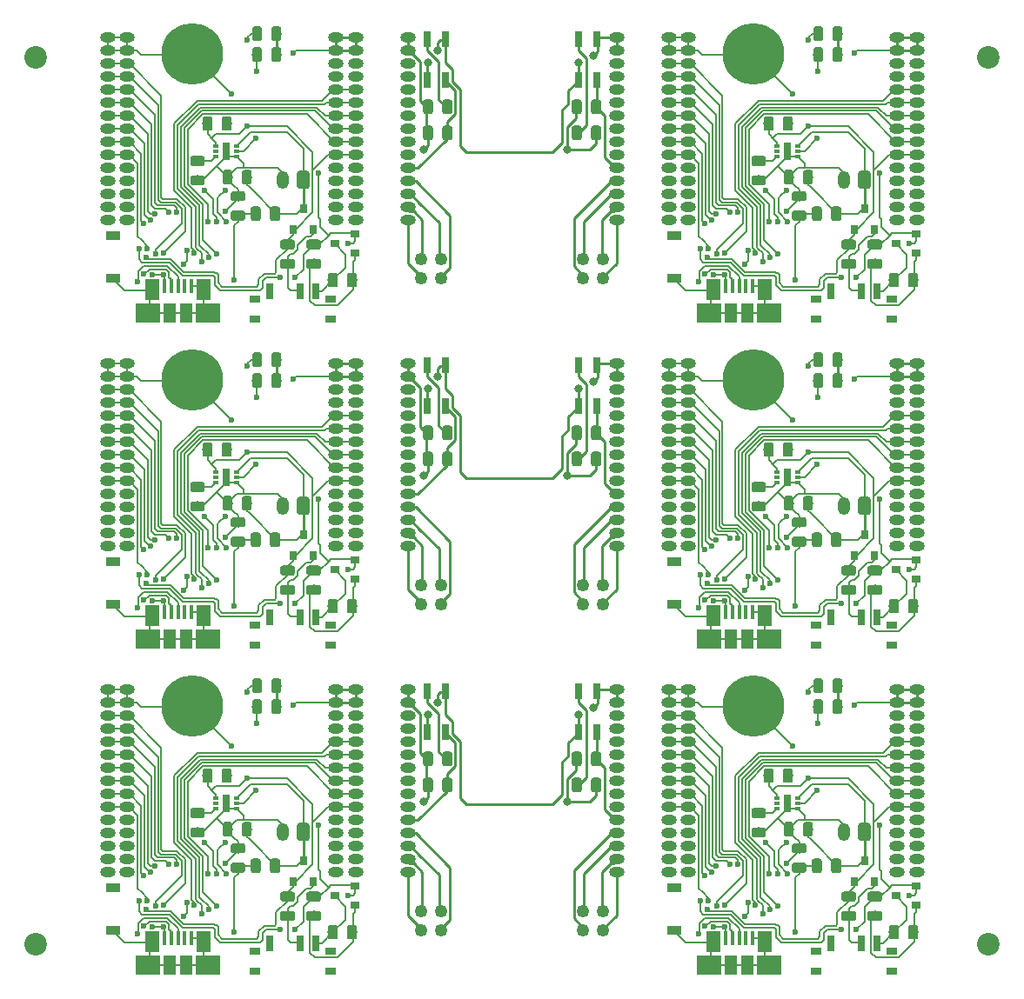
<source format=gbr>
G04 #@! TF.GenerationSoftware,KiCad,Pcbnew,(5.1.2)-2*
G04 #@! TF.CreationDate,2021-03-31T16:43:33-04:00*
G04 #@! TF.ProjectId,MicroMod_tinycar_panelized,4d696372-6f4d-46f6-945f-74696e796361,rev?*
G04 #@! TF.SameCoordinates,Original*
G04 #@! TF.FileFunction,Copper,L1,Top*
G04 #@! TF.FilePolarity,Positive*
%FSLAX46Y46*%
G04 Gerber Fmt 4.6, Leading zero omitted, Abs format (unit mm)*
G04 Created by KiCad (PCBNEW (5.1.2)-2) date 2021-03-31 16:43:33*
%MOMM*%
%LPD*%
G04 APERTURE LIST*
%ADD10C,2.200000*%
%ADD11C,1.250000*%
%ADD12C,0.100000*%
%ADD13C,0.975000*%
%ADD14O,1.200000X1.750000*%
%ADD15C,1.200000*%
%ADD16R,0.800000X0.900000*%
%ADD17R,0.900000X0.800000*%
%ADD18O,1.500000X1.000000*%
%ADD19R,1.175000X1.900000*%
%ADD20R,2.375000X1.900000*%
%ADD21R,1.475000X2.100000*%
%ADD22R,0.450000X1.380000*%
%ADD23C,6.000000*%
%ADD24R,0.609600X0.304800*%
%ADD25R,0.660400X1.651000*%
%ADD26R,1.400000X0.950000*%
%ADD27R,0.700000X1.500000*%
%ADD28R,1.000000X0.800000*%
%ADD29R,0.690000X1.570000*%
%ADD30C,0.600000*%
%ADD31C,0.800000*%
%ADD32C,0.200000*%
%ADD33C,0.250000*%
G04 APERTURE END LIST*
D10*
X100965000Y-45085000D03*
X100965000Y-131445000D03*
X193675000Y-131445000D03*
X193675000Y-45085000D03*
D11*
X140396000Y-128220000D03*
X140396000Y-130120000D03*
X138496000Y-128220000D03*
X138496000Y-130120000D03*
X140396000Y-96470000D03*
X140396000Y-98370000D03*
X138496000Y-96470000D03*
X138496000Y-98370000D03*
X140396000Y-64720000D03*
X140396000Y-66620000D03*
X138496000Y-64720000D03*
X138496000Y-66620000D03*
X154244000Y-130109000D03*
X154244000Y-128209000D03*
X156144000Y-130109000D03*
X156144000Y-128209000D03*
X154244000Y-98359000D03*
X154244000Y-96459000D03*
X156144000Y-98359000D03*
X156144000Y-96459000D03*
X154244000Y-66609000D03*
X154244000Y-64709000D03*
X156144000Y-66609000D03*
X156144000Y-64709000D03*
D12*
G36*
X186625142Y-129603174D02*
G01*
X186648803Y-129606684D01*
X186672007Y-129612496D01*
X186694529Y-129620554D01*
X186716153Y-129630782D01*
X186736670Y-129643079D01*
X186755883Y-129657329D01*
X186773607Y-129673393D01*
X186789671Y-129691117D01*
X186803921Y-129710330D01*
X186816218Y-129730847D01*
X186826446Y-129752471D01*
X186834504Y-129774993D01*
X186840316Y-129798197D01*
X186843826Y-129821858D01*
X186845000Y-129845750D01*
X186845000Y-130758250D01*
X186843826Y-130782142D01*
X186840316Y-130805803D01*
X186834504Y-130829007D01*
X186826446Y-130851529D01*
X186816218Y-130873153D01*
X186803921Y-130893670D01*
X186789671Y-130912883D01*
X186773607Y-130930607D01*
X186755883Y-130946671D01*
X186736670Y-130960921D01*
X186716153Y-130973218D01*
X186694529Y-130983446D01*
X186672007Y-130991504D01*
X186648803Y-130997316D01*
X186625142Y-131000826D01*
X186601250Y-131002000D01*
X186113750Y-131002000D01*
X186089858Y-131000826D01*
X186066197Y-130997316D01*
X186042993Y-130991504D01*
X186020471Y-130983446D01*
X185998847Y-130973218D01*
X185978330Y-130960921D01*
X185959117Y-130946671D01*
X185941393Y-130930607D01*
X185925329Y-130912883D01*
X185911079Y-130893670D01*
X185898782Y-130873153D01*
X185888554Y-130851529D01*
X185880496Y-130829007D01*
X185874684Y-130805803D01*
X185871174Y-130782142D01*
X185870000Y-130758250D01*
X185870000Y-129845750D01*
X185871174Y-129821858D01*
X185874684Y-129798197D01*
X185880496Y-129774993D01*
X185888554Y-129752471D01*
X185898782Y-129730847D01*
X185911079Y-129710330D01*
X185925329Y-129691117D01*
X185941393Y-129673393D01*
X185959117Y-129657329D01*
X185978330Y-129643079D01*
X185998847Y-129630782D01*
X186020471Y-129620554D01*
X186042993Y-129612496D01*
X186066197Y-129606684D01*
X186089858Y-129603174D01*
X186113750Y-129602000D01*
X186601250Y-129602000D01*
X186625142Y-129603174D01*
X186625142Y-129603174D01*
G37*
D13*
X186357500Y-130302000D03*
D12*
G36*
X184750142Y-129603174D02*
G01*
X184773803Y-129606684D01*
X184797007Y-129612496D01*
X184819529Y-129620554D01*
X184841153Y-129630782D01*
X184861670Y-129643079D01*
X184880883Y-129657329D01*
X184898607Y-129673393D01*
X184914671Y-129691117D01*
X184928921Y-129710330D01*
X184941218Y-129730847D01*
X184951446Y-129752471D01*
X184959504Y-129774993D01*
X184965316Y-129798197D01*
X184968826Y-129821858D01*
X184970000Y-129845750D01*
X184970000Y-130758250D01*
X184968826Y-130782142D01*
X184965316Y-130805803D01*
X184959504Y-130829007D01*
X184951446Y-130851529D01*
X184941218Y-130873153D01*
X184928921Y-130893670D01*
X184914671Y-130912883D01*
X184898607Y-130930607D01*
X184880883Y-130946671D01*
X184861670Y-130960921D01*
X184841153Y-130973218D01*
X184819529Y-130983446D01*
X184797007Y-130991504D01*
X184773803Y-130997316D01*
X184750142Y-131000826D01*
X184726250Y-131002000D01*
X184238750Y-131002000D01*
X184214858Y-131000826D01*
X184191197Y-130997316D01*
X184167993Y-130991504D01*
X184145471Y-130983446D01*
X184123847Y-130973218D01*
X184103330Y-130960921D01*
X184084117Y-130946671D01*
X184066393Y-130930607D01*
X184050329Y-130912883D01*
X184036079Y-130893670D01*
X184023782Y-130873153D01*
X184013554Y-130851529D01*
X184005496Y-130829007D01*
X183999684Y-130805803D01*
X183996174Y-130782142D01*
X183995000Y-130758250D01*
X183995000Y-129845750D01*
X183996174Y-129821858D01*
X183999684Y-129798197D01*
X184005496Y-129774993D01*
X184013554Y-129752471D01*
X184023782Y-129730847D01*
X184036079Y-129710330D01*
X184050329Y-129691117D01*
X184066393Y-129673393D01*
X184084117Y-129657329D01*
X184103330Y-129643079D01*
X184123847Y-129630782D01*
X184145471Y-129620554D01*
X184167993Y-129612496D01*
X184191197Y-129606684D01*
X184214858Y-129603174D01*
X184238750Y-129602000D01*
X184726250Y-129602000D01*
X184750142Y-129603174D01*
X184750142Y-129603174D01*
G37*
D13*
X184482500Y-130302000D03*
D12*
G36*
X174433142Y-114363174D02*
G01*
X174456803Y-114366684D01*
X174480007Y-114372496D01*
X174502529Y-114380554D01*
X174524153Y-114390782D01*
X174544670Y-114403079D01*
X174563883Y-114417329D01*
X174581607Y-114433393D01*
X174597671Y-114451117D01*
X174611921Y-114470330D01*
X174624218Y-114490847D01*
X174634446Y-114512471D01*
X174642504Y-114534993D01*
X174648316Y-114558197D01*
X174651826Y-114581858D01*
X174653000Y-114605750D01*
X174653000Y-115518250D01*
X174651826Y-115542142D01*
X174648316Y-115565803D01*
X174642504Y-115589007D01*
X174634446Y-115611529D01*
X174624218Y-115633153D01*
X174611921Y-115653670D01*
X174597671Y-115672883D01*
X174581607Y-115690607D01*
X174563883Y-115706671D01*
X174544670Y-115720921D01*
X174524153Y-115733218D01*
X174502529Y-115743446D01*
X174480007Y-115751504D01*
X174456803Y-115757316D01*
X174433142Y-115760826D01*
X174409250Y-115762000D01*
X173921750Y-115762000D01*
X173897858Y-115760826D01*
X173874197Y-115757316D01*
X173850993Y-115751504D01*
X173828471Y-115743446D01*
X173806847Y-115733218D01*
X173786330Y-115720921D01*
X173767117Y-115706671D01*
X173749393Y-115690607D01*
X173733329Y-115672883D01*
X173719079Y-115653670D01*
X173706782Y-115633153D01*
X173696554Y-115611529D01*
X173688496Y-115589007D01*
X173682684Y-115565803D01*
X173679174Y-115542142D01*
X173678000Y-115518250D01*
X173678000Y-114605750D01*
X173679174Y-114581858D01*
X173682684Y-114558197D01*
X173688496Y-114534993D01*
X173696554Y-114512471D01*
X173706782Y-114490847D01*
X173719079Y-114470330D01*
X173733329Y-114451117D01*
X173749393Y-114433393D01*
X173767117Y-114417329D01*
X173786330Y-114403079D01*
X173806847Y-114390782D01*
X173828471Y-114380554D01*
X173850993Y-114372496D01*
X173874197Y-114366684D01*
X173897858Y-114363174D01*
X173921750Y-114362000D01*
X174409250Y-114362000D01*
X174433142Y-114363174D01*
X174433142Y-114363174D01*
G37*
D13*
X174165500Y-115062000D03*
D12*
G36*
X172558142Y-114363174D02*
G01*
X172581803Y-114366684D01*
X172605007Y-114372496D01*
X172627529Y-114380554D01*
X172649153Y-114390782D01*
X172669670Y-114403079D01*
X172688883Y-114417329D01*
X172706607Y-114433393D01*
X172722671Y-114451117D01*
X172736921Y-114470330D01*
X172749218Y-114490847D01*
X172759446Y-114512471D01*
X172767504Y-114534993D01*
X172773316Y-114558197D01*
X172776826Y-114581858D01*
X172778000Y-114605750D01*
X172778000Y-115518250D01*
X172776826Y-115542142D01*
X172773316Y-115565803D01*
X172767504Y-115589007D01*
X172759446Y-115611529D01*
X172749218Y-115633153D01*
X172736921Y-115653670D01*
X172722671Y-115672883D01*
X172706607Y-115690607D01*
X172688883Y-115706671D01*
X172669670Y-115720921D01*
X172649153Y-115733218D01*
X172627529Y-115743446D01*
X172605007Y-115751504D01*
X172581803Y-115757316D01*
X172558142Y-115760826D01*
X172534250Y-115762000D01*
X172046750Y-115762000D01*
X172022858Y-115760826D01*
X171999197Y-115757316D01*
X171975993Y-115751504D01*
X171953471Y-115743446D01*
X171931847Y-115733218D01*
X171911330Y-115720921D01*
X171892117Y-115706671D01*
X171874393Y-115690607D01*
X171858329Y-115672883D01*
X171844079Y-115653670D01*
X171831782Y-115633153D01*
X171821554Y-115611529D01*
X171813496Y-115589007D01*
X171807684Y-115565803D01*
X171804174Y-115542142D01*
X171803000Y-115518250D01*
X171803000Y-114605750D01*
X171804174Y-114581858D01*
X171807684Y-114558197D01*
X171813496Y-114534993D01*
X171821554Y-114512471D01*
X171831782Y-114490847D01*
X171844079Y-114470330D01*
X171858329Y-114451117D01*
X171874393Y-114433393D01*
X171892117Y-114417329D01*
X171911330Y-114403079D01*
X171931847Y-114390782D01*
X171953471Y-114380554D01*
X171975993Y-114372496D01*
X171999197Y-114366684D01*
X172022858Y-114363174D01*
X172046750Y-114362000D01*
X172534250Y-114362000D01*
X172558142Y-114363174D01*
X172558142Y-114363174D01*
G37*
D13*
X172290500Y-115062000D03*
D12*
G36*
X179132142Y-123126174D02*
G01*
X179155803Y-123129684D01*
X179179007Y-123135496D01*
X179201529Y-123143554D01*
X179223153Y-123153782D01*
X179243670Y-123166079D01*
X179262883Y-123180329D01*
X179280607Y-123196393D01*
X179296671Y-123214117D01*
X179310921Y-123233330D01*
X179323218Y-123253847D01*
X179333446Y-123275471D01*
X179341504Y-123297993D01*
X179347316Y-123321197D01*
X179350826Y-123344858D01*
X179352000Y-123368750D01*
X179352000Y-124281250D01*
X179350826Y-124305142D01*
X179347316Y-124328803D01*
X179341504Y-124352007D01*
X179333446Y-124374529D01*
X179323218Y-124396153D01*
X179310921Y-124416670D01*
X179296671Y-124435883D01*
X179280607Y-124453607D01*
X179262883Y-124469671D01*
X179243670Y-124483921D01*
X179223153Y-124496218D01*
X179201529Y-124506446D01*
X179179007Y-124514504D01*
X179155803Y-124520316D01*
X179132142Y-124523826D01*
X179108250Y-124525000D01*
X178620750Y-124525000D01*
X178596858Y-124523826D01*
X178573197Y-124520316D01*
X178549993Y-124514504D01*
X178527471Y-124506446D01*
X178505847Y-124496218D01*
X178485330Y-124483921D01*
X178466117Y-124469671D01*
X178448393Y-124453607D01*
X178432329Y-124435883D01*
X178418079Y-124416670D01*
X178405782Y-124396153D01*
X178395554Y-124374529D01*
X178387496Y-124352007D01*
X178381684Y-124328803D01*
X178378174Y-124305142D01*
X178377000Y-124281250D01*
X178377000Y-123368750D01*
X178378174Y-123344858D01*
X178381684Y-123321197D01*
X178387496Y-123297993D01*
X178395554Y-123275471D01*
X178405782Y-123253847D01*
X178418079Y-123233330D01*
X178432329Y-123214117D01*
X178448393Y-123196393D01*
X178466117Y-123180329D01*
X178485330Y-123166079D01*
X178505847Y-123153782D01*
X178527471Y-123143554D01*
X178549993Y-123135496D01*
X178573197Y-123129684D01*
X178596858Y-123126174D01*
X178620750Y-123125000D01*
X179108250Y-123125000D01*
X179132142Y-123126174D01*
X179132142Y-123126174D01*
G37*
D13*
X178864500Y-123825000D03*
D12*
G36*
X177257142Y-123126174D02*
G01*
X177280803Y-123129684D01*
X177304007Y-123135496D01*
X177326529Y-123143554D01*
X177348153Y-123153782D01*
X177368670Y-123166079D01*
X177387883Y-123180329D01*
X177405607Y-123196393D01*
X177421671Y-123214117D01*
X177435921Y-123233330D01*
X177448218Y-123253847D01*
X177458446Y-123275471D01*
X177466504Y-123297993D01*
X177472316Y-123321197D01*
X177475826Y-123344858D01*
X177477000Y-123368750D01*
X177477000Y-124281250D01*
X177475826Y-124305142D01*
X177472316Y-124328803D01*
X177466504Y-124352007D01*
X177458446Y-124374529D01*
X177448218Y-124396153D01*
X177435921Y-124416670D01*
X177421671Y-124435883D01*
X177405607Y-124453607D01*
X177387883Y-124469671D01*
X177368670Y-124483921D01*
X177348153Y-124496218D01*
X177326529Y-124506446D01*
X177304007Y-124514504D01*
X177280803Y-124520316D01*
X177257142Y-124523826D01*
X177233250Y-124525000D01*
X176745750Y-124525000D01*
X176721858Y-124523826D01*
X176698197Y-124520316D01*
X176674993Y-124514504D01*
X176652471Y-124506446D01*
X176630847Y-124496218D01*
X176610330Y-124483921D01*
X176591117Y-124469671D01*
X176573393Y-124453607D01*
X176557329Y-124435883D01*
X176543079Y-124416670D01*
X176530782Y-124396153D01*
X176520554Y-124374529D01*
X176512496Y-124352007D01*
X176506684Y-124328803D01*
X176503174Y-124305142D01*
X176502000Y-124281250D01*
X176502000Y-123368750D01*
X176503174Y-123344858D01*
X176506684Y-123321197D01*
X176512496Y-123297993D01*
X176520554Y-123275471D01*
X176530782Y-123253847D01*
X176543079Y-123233330D01*
X176557329Y-123214117D01*
X176573393Y-123196393D01*
X176591117Y-123180329D01*
X176610330Y-123166079D01*
X176630847Y-123153782D01*
X176652471Y-123143554D01*
X176674993Y-123135496D01*
X176698197Y-123129684D01*
X176721858Y-123126174D01*
X176745750Y-123125000D01*
X177233250Y-123125000D01*
X177257142Y-123126174D01*
X177257142Y-123126174D01*
G37*
D13*
X176989500Y-123825000D03*
D12*
G36*
X183106142Y-128213174D02*
G01*
X183129803Y-128216684D01*
X183153007Y-128222496D01*
X183175529Y-128230554D01*
X183197153Y-128240782D01*
X183217670Y-128253079D01*
X183236883Y-128267329D01*
X183254607Y-128283393D01*
X183270671Y-128301117D01*
X183284921Y-128320330D01*
X183297218Y-128340847D01*
X183307446Y-128362471D01*
X183315504Y-128384993D01*
X183321316Y-128408197D01*
X183324826Y-128431858D01*
X183326000Y-128455750D01*
X183326000Y-128943250D01*
X183324826Y-128967142D01*
X183321316Y-128990803D01*
X183315504Y-129014007D01*
X183307446Y-129036529D01*
X183297218Y-129058153D01*
X183284921Y-129078670D01*
X183270671Y-129097883D01*
X183254607Y-129115607D01*
X183236883Y-129131671D01*
X183217670Y-129145921D01*
X183197153Y-129158218D01*
X183175529Y-129168446D01*
X183153007Y-129176504D01*
X183129803Y-129182316D01*
X183106142Y-129185826D01*
X183082250Y-129187000D01*
X182169750Y-129187000D01*
X182145858Y-129185826D01*
X182122197Y-129182316D01*
X182098993Y-129176504D01*
X182076471Y-129168446D01*
X182054847Y-129158218D01*
X182034330Y-129145921D01*
X182015117Y-129131671D01*
X181997393Y-129115607D01*
X181981329Y-129097883D01*
X181967079Y-129078670D01*
X181954782Y-129058153D01*
X181944554Y-129036529D01*
X181936496Y-129014007D01*
X181930684Y-128990803D01*
X181927174Y-128967142D01*
X181926000Y-128943250D01*
X181926000Y-128455750D01*
X181927174Y-128431858D01*
X181930684Y-128408197D01*
X181936496Y-128384993D01*
X181944554Y-128362471D01*
X181954782Y-128340847D01*
X181967079Y-128320330D01*
X181981329Y-128301117D01*
X181997393Y-128283393D01*
X182015117Y-128267329D01*
X182034330Y-128253079D01*
X182054847Y-128240782D01*
X182076471Y-128230554D01*
X182098993Y-128222496D01*
X182122197Y-128216684D01*
X182145858Y-128213174D01*
X182169750Y-128212000D01*
X183082250Y-128212000D01*
X183106142Y-128213174D01*
X183106142Y-128213174D01*
G37*
D13*
X182626000Y-128699500D03*
D12*
G36*
X183106142Y-126338174D02*
G01*
X183129803Y-126341684D01*
X183153007Y-126347496D01*
X183175529Y-126355554D01*
X183197153Y-126365782D01*
X183217670Y-126378079D01*
X183236883Y-126392329D01*
X183254607Y-126408393D01*
X183270671Y-126426117D01*
X183284921Y-126445330D01*
X183297218Y-126465847D01*
X183307446Y-126487471D01*
X183315504Y-126509993D01*
X183321316Y-126533197D01*
X183324826Y-126556858D01*
X183326000Y-126580750D01*
X183326000Y-127068250D01*
X183324826Y-127092142D01*
X183321316Y-127115803D01*
X183315504Y-127139007D01*
X183307446Y-127161529D01*
X183297218Y-127183153D01*
X183284921Y-127203670D01*
X183270671Y-127222883D01*
X183254607Y-127240607D01*
X183236883Y-127256671D01*
X183217670Y-127270921D01*
X183197153Y-127283218D01*
X183175529Y-127293446D01*
X183153007Y-127301504D01*
X183129803Y-127307316D01*
X183106142Y-127310826D01*
X183082250Y-127312000D01*
X182169750Y-127312000D01*
X182145858Y-127310826D01*
X182122197Y-127307316D01*
X182098993Y-127301504D01*
X182076471Y-127293446D01*
X182054847Y-127283218D01*
X182034330Y-127270921D01*
X182015117Y-127256671D01*
X181997393Y-127240607D01*
X181981329Y-127222883D01*
X181967079Y-127203670D01*
X181954782Y-127183153D01*
X181944554Y-127161529D01*
X181936496Y-127139007D01*
X181930684Y-127115803D01*
X181927174Y-127092142D01*
X181926000Y-127068250D01*
X181926000Y-126580750D01*
X181927174Y-126556858D01*
X181930684Y-126533197D01*
X181936496Y-126509993D01*
X181944554Y-126487471D01*
X181954782Y-126465847D01*
X181967079Y-126445330D01*
X181981329Y-126426117D01*
X181997393Y-126408393D01*
X182015117Y-126392329D01*
X182034330Y-126378079D01*
X182054847Y-126365782D01*
X182076471Y-126355554D01*
X182098993Y-126347496D01*
X182122197Y-126341684D01*
X182145858Y-126338174D01*
X182169750Y-126337000D01*
X183082250Y-126337000D01*
X183106142Y-126338174D01*
X183106142Y-126338174D01*
G37*
D13*
X182626000Y-126824500D03*
D14*
X179610000Y-120523000D03*
D12*
G36*
X181984505Y-119649204D02*
G01*
X182008773Y-119652804D01*
X182032572Y-119658765D01*
X182055671Y-119667030D01*
X182077850Y-119677520D01*
X182098893Y-119690132D01*
X182118599Y-119704747D01*
X182136777Y-119721223D01*
X182153253Y-119739401D01*
X182167868Y-119759107D01*
X182180480Y-119780150D01*
X182190970Y-119802329D01*
X182199235Y-119825428D01*
X182205196Y-119849227D01*
X182208796Y-119873495D01*
X182210000Y-119897999D01*
X182210000Y-121148001D01*
X182208796Y-121172505D01*
X182205196Y-121196773D01*
X182199235Y-121220572D01*
X182190970Y-121243671D01*
X182180480Y-121265850D01*
X182167868Y-121286893D01*
X182153253Y-121306599D01*
X182136777Y-121324777D01*
X182118599Y-121341253D01*
X182098893Y-121355868D01*
X182077850Y-121368480D01*
X182055671Y-121378970D01*
X182032572Y-121387235D01*
X182008773Y-121393196D01*
X181984505Y-121396796D01*
X181960001Y-121398000D01*
X181259999Y-121398000D01*
X181235495Y-121396796D01*
X181211227Y-121393196D01*
X181187428Y-121387235D01*
X181164329Y-121378970D01*
X181142150Y-121368480D01*
X181121107Y-121355868D01*
X181101401Y-121341253D01*
X181083223Y-121324777D01*
X181066747Y-121306599D01*
X181052132Y-121286893D01*
X181039520Y-121265850D01*
X181029030Y-121243671D01*
X181020765Y-121220572D01*
X181014804Y-121196773D01*
X181011204Y-121172505D01*
X181010000Y-121148001D01*
X181010000Y-119897999D01*
X181011204Y-119873495D01*
X181014804Y-119849227D01*
X181020765Y-119825428D01*
X181029030Y-119802329D01*
X181039520Y-119780150D01*
X181052132Y-119759107D01*
X181066747Y-119739401D01*
X181083223Y-119721223D01*
X181101401Y-119704747D01*
X181121107Y-119690132D01*
X181142150Y-119677520D01*
X181164329Y-119667030D01*
X181187428Y-119658765D01*
X181211227Y-119652804D01*
X181235495Y-119649204D01*
X181259999Y-119648000D01*
X181960001Y-119648000D01*
X181984505Y-119649204D01*
X181984505Y-119649204D01*
G37*
D15*
X181610000Y-120523000D03*
D12*
G36*
X174511642Y-119570174D02*
G01*
X174535303Y-119573684D01*
X174558507Y-119579496D01*
X174581029Y-119587554D01*
X174602653Y-119597782D01*
X174623170Y-119610079D01*
X174642383Y-119624329D01*
X174660107Y-119640393D01*
X174676171Y-119658117D01*
X174690421Y-119677330D01*
X174702718Y-119697847D01*
X174712946Y-119719471D01*
X174721004Y-119741993D01*
X174726816Y-119765197D01*
X174730326Y-119788858D01*
X174731500Y-119812750D01*
X174731500Y-120725250D01*
X174730326Y-120749142D01*
X174726816Y-120772803D01*
X174721004Y-120796007D01*
X174712946Y-120818529D01*
X174702718Y-120840153D01*
X174690421Y-120860670D01*
X174676171Y-120879883D01*
X174660107Y-120897607D01*
X174642383Y-120913671D01*
X174623170Y-120927921D01*
X174602653Y-120940218D01*
X174581029Y-120950446D01*
X174558507Y-120958504D01*
X174535303Y-120964316D01*
X174511642Y-120967826D01*
X174487750Y-120969000D01*
X174000250Y-120969000D01*
X173976358Y-120967826D01*
X173952697Y-120964316D01*
X173929493Y-120958504D01*
X173906971Y-120950446D01*
X173885347Y-120940218D01*
X173864830Y-120927921D01*
X173845617Y-120913671D01*
X173827893Y-120897607D01*
X173811829Y-120879883D01*
X173797579Y-120860670D01*
X173785282Y-120840153D01*
X173775054Y-120818529D01*
X173766996Y-120796007D01*
X173761184Y-120772803D01*
X173757674Y-120749142D01*
X173756500Y-120725250D01*
X173756500Y-119812750D01*
X173757674Y-119788858D01*
X173761184Y-119765197D01*
X173766996Y-119741993D01*
X173775054Y-119719471D01*
X173785282Y-119697847D01*
X173797579Y-119677330D01*
X173811829Y-119658117D01*
X173827893Y-119640393D01*
X173845617Y-119624329D01*
X173864830Y-119610079D01*
X173885347Y-119597782D01*
X173906971Y-119587554D01*
X173929493Y-119579496D01*
X173952697Y-119573684D01*
X173976358Y-119570174D01*
X174000250Y-119569000D01*
X174487750Y-119569000D01*
X174511642Y-119570174D01*
X174511642Y-119570174D01*
G37*
D13*
X174244000Y-120269000D03*
D12*
G36*
X176386642Y-119570174D02*
G01*
X176410303Y-119573684D01*
X176433507Y-119579496D01*
X176456029Y-119587554D01*
X176477653Y-119597782D01*
X176498170Y-119610079D01*
X176517383Y-119624329D01*
X176535107Y-119640393D01*
X176551171Y-119658117D01*
X176565421Y-119677330D01*
X176577718Y-119697847D01*
X176587946Y-119719471D01*
X176596004Y-119741993D01*
X176601816Y-119765197D01*
X176605326Y-119788858D01*
X176606500Y-119812750D01*
X176606500Y-120725250D01*
X176605326Y-120749142D01*
X176601816Y-120772803D01*
X176596004Y-120796007D01*
X176587946Y-120818529D01*
X176577718Y-120840153D01*
X176565421Y-120860670D01*
X176551171Y-120879883D01*
X176535107Y-120897607D01*
X176517383Y-120913671D01*
X176498170Y-120927921D01*
X176477653Y-120940218D01*
X176456029Y-120950446D01*
X176433507Y-120958504D01*
X176410303Y-120964316D01*
X176386642Y-120967826D01*
X176362750Y-120969000D01*
X175875250Y-120969000D01*
X175851358Y-120967826D01*
X175827697Y-120964316D01*
X175804493Y-120958504D01*
X175781971Y-120950446D01*
X175760347Y-120940218D01*
X175739830Y-120927921D01*
X175720617Y-120913671D01*
X175702893Y-120897607D01*
X175686829Y-120879883D01*
X175672579Y-120860670D01*
X175660282Y-120840153D01*
X175650054Y-120818529D01*
X175641996Y-120796007D01*
X175636184Y-120772803D01*
X175632674Y-120749142D01*
X175631500Y-120725250D01*
X175631500Y-119812750D01*
X175632674Y-119788858D01*
X175636184Y-119765197D01*
X175641996Y-119741993D01*
X175650054Y-119719471D01*
X175660282Y-119697847D01*
X175672579Y-119677330D01*
X175686829Y-119658117D01*
X175702893Y-119640393D01*
X175720617Y-119624329D01*
X175739830Y-119610079D01*
X175760347Y-119597782D01*
X175781971Y-119587554D01*
X175804493Y-119579496D01*
X175827697Y-119573684D01*
X175851358Y-119570174D01*
X175875250Y-119569000D01*
X176362750Y-119569000D01*
X176386642Y-119570174D01*
X176386642Y-119570174D01*
G37*
D13*
X176119000Y-120269000D03*
D12*
G36*
X177384142Y-105600174D02*
G01*
X177407803Y-105603684D01*
X177431007Y-105609496D01*
X177453529Y-105617554D01*
X177475153Y-105627782D01*
X177495670Y-105640079D01*
X177514883Y-105654329D01*
X177532607Y-105670393D01*
X177548671Y-105688117D01*
X177562921Y-105707330D01*
X177575218Y-105727847D01*
X177585446Y-105749471D01*
X177593504Y-105771993D01*
X177599316Y-105795197D01*
X177602826Y-105818858D01*
X177604000Y-105842750D01*
X177604000Y-106755250D01*
X177602826Y-106779142D01*
X177599316Y-106802803D01*
X177593504Y-106826007D01*
X177585446Y-106848529D01*
X177575218Y-106870153D01*
X177562921Y-106890670D01*
X177548671Y-106909883D01*
X177532607Y-106927607D01*
X177514883Y-106943671D01*
X177495670Y-106957921D01*
X177475153Y-106970218D01*
X177453529Y-106980446D01*
X177431007Y-106988504D01*
X177407803Y-106994316D01*
X177384142Y-106997826D01*
X177360250Y-106999000D01*
X176872750Y-106999000D01*
X176848858Y-106997826D01*
X176825197Y-106994316D01*
X176801993Y-106988504D01*
X176779471Y-106980446D01*
X176757847Y-106970218D01*
X176737330Y-106957921D01*
X176718117Y-106943671D01*
X176700393Y-106927607D01*
X176684329Y-106909883D01*
X176670079Y-106890670D01*
X176657782Y-106870153D01*
X176647554Y-106848529D01*
X176639496Y-106826007D01*
X176633684Y-106802803D01*
X176630174Y-106779142D01*
X176629000Y-106755250D01*
X176629000Y-105842750D01*
X176630174Y-105818858D01*
X176633684Y-105795197D01*
X176639496Y-105771993D01*
X176647554Y-105749471D01*
X176657782Y-105727847D01*
X176670079Y-105707330D01*
X176684329Y-105688117D01*
X176700393Y-105670393D01*
X176718117Y-105654329D01*
X176737330Y-105640079D01*
X176757847Y-105627782D01*
X176779471Y-105617554D01*
X176801993Y-105609496D01*
X176825197Y-105603684D01*
X176848858Y-105600174D01*
X176872750Y-105599000D01*
X177360250Y-105599000D01*
X177384142Y-105600174D01*
X177384142Y-105600174D01*
G37*
D13*
X177116500Y-106299000D03*
D12*
G36*
X179259142Y-105600174D02*
G01*
X179282803Y-105603684D01*
X179306007Y-105609496D01*
X179328529Y-105617554D01*
X179350153Y-105627782D01*
X179370670Y-105640079D01*
X179389883Y-105654329D01*
X179407607Y-105670393D01*
X179423671Y-105688117D01*
X179437921Y-105707330D01*
X179450218Y-105727847D01*
X179460446Y-105749471D01*
X179468504Y-105771993D01*
X179474316Y-105795197D01*
X179477826Y-105818858D01*
X179479000Y-105842750D01*
X179479000Y-106755250D01*
X179477826Y-106779142D01*
X179474316Y-106802803D01*
X179468504Y-106826007D01*
X179460446Y-106848529D01*
X179450218Y-106870153D01*
X179437921Y-106890670D01*
X179423671Y-106909883D01*
X179407607Y-106927607D01*
X179389883Y-106943671D01*
X179370670Y-106957921D01*
X179350153Y-106970218D01*
X179328529Y-106980446D01*
X179306007Y-106988504D01*
X179282803Y-106994316D01*
X179259142Y-106997826D01*
X179235250Y-106999000D01*
X178747750Y-106999000D01*
X178723858Y-106997826D01*
X178700197Y-106994316D01*
X178676993Y-106988504D01*
X178654471Y-106980446D01*
X178632847Y-106970218D01*
X178612330Y-106957921D01*
X178593117Y-106943671D01*
X178575393Y-106927607D01*
X178559329Y-106909883D01*
X178545079Y-106890670D01*
X178532782Y-106870153D01*
X178522554Y-106848529D01*
X178514496Y-106826007D01*
X178508684Y-106802803D01*
X178505174Y-106779142D01*
X178504000Y-106755250D01*
X178504000Y-105842750D01*
X178505174Y-105818858D01*
X178508684Y-105795197D01*
X178514496Y-105771993D01*
X178522554Y-105749471D01*
X178532782Y-105727847D01*
X178545079Y-105707330D01*
X178559329Y-105688117D01*
X178575393Y-105670393D01*
X178593117Y-105654329D01*
X178612330Y-105640079D01*
X178632847Y-105627782D01*
X178654471Y-105617554D01*
X178676993Y-105609496D01*
X178700197Y-105603684D01*
X178723858Y-105600174D01*
X178747750Y-105599000D01*
X179235250Y-105599000D01*
X179259142Y-105600174D01*
X179259142Y-105600174D01*
G37*
D13*
X178991500Y-106299000D03*
D12*
G36*
X180566142Y-126338174D02*
G01*
X180589803Y-126341684D01*
X180613007Y-126347496D01*
X180635529Y-126355554D01*
X180657153Y-126365782D01*
X180677670Y-126378079D01*
X180696883Y-126392329D01*
X180714607Y-126408393D01*
X180730671Y-126426117D01*
X180744921Y-126445330D01*
X180757218Y-126465847D01*
X180767446Y-126487471D01*
X180775504Y-126509993D01*
X180781316Y-126533197D01*
X180784826Y-126556858D01*
X180786000Y-126580750D01*
X180786000Y-127068250D01*
X180784826Y-127092142D01*
X180781316Y-127115803D01*
X180775504Y-127139007D01*
X180767446Y-127161529D01*
X180757218Y-127183153D01*
X180744921Y-127203670D01*
X180730671Y-127222883D01*
X180714607Y-127240607D01*
X180696883Y-127256671D01*
X180677670Y-127270921D01*
X180657153Y-127283218D01*
X180635529Y-127293446D01*
X180613007Y-127301504D01*
X180589803Y-127307316D01*
X180566142Y-127310826D01*
X180542250Y-127312000D01*
X179629750Y-127312000D01*
X179605858Y-127310826D01*
X179582197Y-127307316D01*
X179558993Y-127301504D01*
X179536471Y-127293446D01*
X179514847Y-127283218D01*
X179494330Y-127270921D01*
X179475117Y-127256671D01*
X179457393Y-127240607D01*
X179441329Y-127222883D01*
X179427079Y-127203670D01*
X179414782Y-127183153D01*
X179404554Y-127161529D01*
X179396496Y-127139007D01*
X179390684Y-127115803D01*
X179387174Y-127092142D01*
X179386000Y-127068250D01*
X179386000Y-126580750D01*
X179387174Y-126556858D01*
X179390684Y-126533197D01*
X179396496Y-126509993D01*
X179404554Y-126487471D01*
X179414782Y-126465847D01*
X179427079Y-126445330D01*
X179441329Y-126426117D01*
X179457393Y-126408393D01*
X179475117Y-126392329D01*
X179494330Y-126378079D01*
X179514847Y-126365782D01*
X179536471Y-126355554D01*
X179558993Y-126347496D01*
X179582197Y-126341684D01*
X179605858Y-126338174D01*
X179629750Y-126337000D01*
X180542250Y-126337000D01*
X180566142Y-126338174D01*
X180566142Y-126338174D01*
G37*
D13*
X180086000Y-126824500D03*
D12*
G36*
X180566142Y-128213174D02*
G01*
X180589803Y-128216684D01*
X180613007Y-128222496D01*
X180635529Y-128230554D01*
X180657153Y-128240782D01*
X180677670Y-128253079D01*
X180696883Y-128267329D01*
X180714607Y-128283393D01*
X180730671Y-128301117D01*
X180744921Y-128320330D01*
X180757218Y-128340847D01*
X180767446Y-128362471D01*
X180775504Y-128384993D01*
X180781316Y-128408197D01*
X180784826Y-128431858D01*
X180786000Y-128455750D01*
X180786000Y-128943250D01*
X180784826Y-128967142D01*
X180781316Y-128990803D01*
X180775504Y-129014007D01*
X180767446Y-129036529D01*
X180757218Y-129058153D01*
X180744921Y-129078670D01*
X180730671Y-129097883D01*
X180714607Y-129115607D01*
X180696883Y-129131671D01*
X180677670Y-129145921D01*
X180657153Y-129158218D01*
X180635529Y-129168446D01*
X180613007Y-129176504D01*
X180589803Y-129182316D01*
X180566142Y-129185826D01*
X180542250Y-129187000D01*
X179629750Y-129187000D01*
X179605858Y-129185826D01*
X179582197Y-129182316D01*
X179558993Y-129176504D01*
X179536471Y-129168446D01*
X179514847Y-129158218D01*
X179494330Y-129145921D01*
X179475117Y-129131671D01*
X179457393Y-129115607D01*
X179441329Y-129097883D01*
X179427079Y-129078670D01*
X179414782Y-129058153D01*
X179404554Y-129036529D01*
X179396496Y-129014007D01*
X179390684Y-128990803D01*
X179387174Y-128967142D01*
X179386000Y-128943250D01*
X179386000Y-128455750D01*
X179387174Y-128431858D01*
X179390684Y-128408197D01*
X179396496Y-128384993D01*
X179404554Y-128362471D01*
X179414782Y-128340847D01*
X179427079Y-128320330D01*
X179441329Y-128301117D01*
X179457393Y-128283393D01*
X179475117Y-128267329D01*
X179494330Y-128253079D01*
X179514847Y-128240782D01*
X179536471Y-128230554D01*
X179558993Y-128222496D01*
X179582197Y-128216684D01*
X179605858Y-128213174D01*
X179629750Y-128212000D01*
X180542250Y-128212000D01*
X180566142Y-128213174D01*
X180566142Y-128213174D01*
G37*
D13*
X180086000Y-128699500D03*
D16*
X181610000Y-123349000D03*
X182560000Y-125349000D03*
X180660000Y-125349000D03*
D17*
X184674000Y-126746000D03*
X186674000Y-125796000D03*
X186674000Y-127696000D03*
D12*
G36*
X177384142Y-107632174D02*
G01*
X177407803Y-107635684D01*
X177431007Y-107641496D01*
X177453529Y-107649554D01*
X177475153Y-107659782D01*
X177495670Y-107672079D01*
X177514883Y-107686329D01*
X177532607Y-107702393D01*
X177548671Y-107720117D01*
X177562921Y-107739330D01*
X177575218Y-107759847D01*
X177585446Y-107781471D01*
X177593504Y-107803993D01*
X177599316Y-107827197D01*
X177602826Y-107850858D01*
X177604000Y-107874750D01*
X177604000Y-108787250D01*
X177602826Y-108811142D01*
X177599316Y-108834803D01*
X177593504Y-108858007D01*
X177585446Y-108880529D01*
X177575218Y-108902153D01*
X177562921Y-108922670D01*
X177548671Y-108941883D01*
X177532607Y-108959607D01*
X177514883Y-108975671D01*
X177495670Y-108989921D01*
X177475153Y-109002218D01*
X177453529Y-109012446D01*
X177431007Y-109020504D01*
X177407803Y-109026316D01*
X177384142Y-109029826D01*
X177360250Y-109031000D01*
X176872750Y-109031000D01*
X176848858Y-109029826D01*
X176825197Y-109026316D01*
X176801993Y-109020504D01*
X176779471Y-109012446D01*
X176757847Y-109002218D01*
X176737330Y-108989921D01*
X176718117Y-108975671D01*
X176700393Y-108959607D01*
X176684329Y-108941883D01*
X176670079Y-108922670D01*
X176657782Y-108902153D01*
X176647554Y-108880529D01*
X176639496Y-108858007D01*
X176633684Y-108834803D01*
X176630174Y-108811142D01*
X176629000Y-108787250D01*
X176629000Y-107874750D01*
X176630174Y-107850858D01*
X176633684Y-107827197D01*
X176639496Y-107803993D01*
X176647554Y-107781471D01*
X176657782Y-107759847D01*
X176670079Y-107739330D01*
X176684329Y-107720117D01*
X176700393Y-107702393D01*
X176718117Y-107686329D01*
X176737330Y-107672079D01*
X176757847Y-107659782D01*
X176779471Y-107649554D01*
X176801993Y-107641496D01*
X176825197Y-107635684D01*
X176848858Y-107632174D01*
X176872750Y-107631000D01*
X177360250Y-107631000D01*
X177384142Y-107632174D01*
X177384142Y-107632174D01*
G37*
D13*
X177116500Y-108331000D03*
D12*
G36*
X179259142Y-107632174D02*
G01*
X179282803Y-107635684D01*
X179306007Y-107641496D01*
X179328529Y-107649554D01*
X179350153Y-107659782D01*
X179370670Y-107672079D01*
X179389883Y-107686329D01*
X179407607Y-107702393D01*
X179423671Y-107720117D01*
X179437921Y-107739330D01*
X179450218Y-107759847D01*
X179460446Y-107781471D01*
X179468504Y-107803993D01*
X179474316Y-107827197D01*
X179477826Y-107850858D01*
X179479000Y-107874750D01*
X179479000Y-108787250D01*
X179477826Y-108811142D01*
X179474316Y-108834803D01*
X179468504Y-108858007D01*
X179460446Y-108880529D01*
X179450218Y-108902153D01*
X179437921Y-108922670D01*
X179423671Y-108941883D01*
X179407607Y-108959607D01*
X179389883Y-108975671D01*
X179370670Y-108989921D01*
X179350153Y-109002218D01*
X179328529Y-109012446D01*
X179306007Y-109020504D01*
X179282803Y-109026316D01*
X179259142Y-109029826D01*
X179235250Y-109031000D01*
X178747750Y-109031000D01*
X178723858Y-109029826D01*
X178700197Y-109026316D01*
X178676993Y-109020504D01*
X178654471Y-109012446D01*
X178632847Y-109002218D01*
X178612330Y-108989921D01*
X178593117Y-108975671D01*
X178575393Y-108959607D01*
X178559329Y-108941883D01*
X178545079Y-108922670D01*
X178532782Y-108902153D01*
X178522554Y-108880529D01*
X178514496Y-108858007D01*
X178508684Y-108834803D01*
X178505174Y-108811142D01*
X178504000Y-108787250D01*
X178504000Y-107874750D01*
X178505174Y-107850858D01*
X178508684Y-107827197D01*
X178514496Y-107803993D01*
X178522554Y-107781471D01*
X178532782Y-107759847D01*
X178545079Y-107739330D01*
X178559329Y-107720117D01*
X178575393Y-107702393D01*
X178593117Y-107686329D01*
X178612330Y-107672079D01*
X178632847Y-107659782D01*
X178654471Y-107649554D01*
X178676993Y-107641496D01*
X178700197Y-107635684D01*
X178723858Y-107632174D01*
X178747750Y-107631000D01*
X179235250Y-107631000D01*
X179259142Y-107632174D01*
X179259142Y-107632174D01*
G37*
D13*
X178991500Y-108331000D03*
D12*
G36*
X171803142Y-120085174D02*
G01*
X171826803Y-120088684D01*
X171850007Y-120094496D01*
X171872529Y-120102554D01*
X171894153Y-120112782D01*
X171914670Y-120125079D01*
X171933883Y-120139329D01*
X171951607Y-120155393D01*
X171967671Y-120173117D01*
X171981921Y-120192330D01*
X171994218Y-120212847D01*
X172004446Y-120234471D01*
X172012504Y-120256993D01*
X172018316Y-120280197D01*
X172021826Y-120303858D01*
X172023000Y-120327750D01*
X172023000Y-120815250D01*
X172021826Y-120839142D01*
X172018316Y-120862803D01*
X172012504Y-120886007D01*
X172004446Y-120908529D01*
X171994218Y-120930153D01*
X171981921Y-120950670D01*
X171967671Y-120969883D01*
X171951607Y-120987607D01*
X171933883Y-121003671D01*
X171914670Y-121017921D01*
X171894153Y-121030218D01*
X171872529Y-121040446D01*
X171850007Y-121048504D01*
X171826803Y-121054316D01*
X171803142Y-121057826D01*
X171779250Y-121059000D01*
X170866750Y-121059000D01*
X170842858Y-121057826D01*
X170819197Y-121054316D01*
X170795993Y-121048504D01*
X170773471Y-121040446D01*
X170751847Y-121030218D01*
X170731330Y-121017921D01*
X170712117Y-121003671D01*
X170694393Y-120987607D01*
X170678329Y-120969883D01*
X170664079Y-120950670D01*
X170651782Y-120930153D01*
X170641554Y-120908529D01*
X170633496Y-120886007D01*
X170627684Y-120862803D01*
X170624174Y-120839142D01*
X170623000Y-120815250D01*
X170623000Y-120327750D01*
X170624174Y-120303858D01*
X170627684Y-120280197D01*
X170633496Y-120256993D01*
X170641554Y-120234471D01*
X170651782Y-120212847D01*
X170664079Y-120192330D01*
X170678329Y-120173117D01*
X170694393Y-120155393D01*
X170712117Y-120139329D01*
X170731330Y-120125079D01*
X170751847Y-120112782D01*
X170773471Y-120102554D01*
X170795993Y-120094496D01*
X170819197Y-120088684D01*
X170842858Y-120085174D01*
X170866750Y-120084000D01*
X171779250Y-120084000D01*
X171803142Y-120085174D01*
X171803142Y-120085174D01*
G37*
D13*
X171323000Y-120571500D03*
D12*
G36*
X171803142Y-118210174D02*
G01*
X171826803Y-118213684D01*
X171850007Y-118219496D01*
X171872529Y-118227554D01*
X171894153Y-118237782D01*
X171914670Y-118250079D01*
X171933883Y-118264329D01*
X171951607Y-118280393D01*
X171967671Y-118298117D01*
X171981921Y-118317330D01*
X171994218Y-118337847D01*
X172004446Y-118359471D01*
X172012504Y-118381993D01*
X172018316Y-118405197D01*
X172021826Y-118428858D01*
X172023000Y-118452750D01*
X172023000Y-118940250D01*
X172021826Y-118964142D01*
X172018316Y-118987803D01*
X172012504Y-119011007D01*
X172004446Y-119033529D01*
X171994218Y-119055153D01*
X171981921Y-119075670D01*
X171967671Y-119094883D01*
X171951607Y-119112607D01*
X171933883Y-119128671D01*
X171914670Y-119142921D01*
X171894153Y-119155218D01*
X171872529Y-119165446D01*
X171850007Y-119173504D01*
X171826803Y-119179316D01*
X171803142Y-119182826D01*
X171779250Y-119184000D01*
X170866750Y-119184000D01*
X170842858Y-119182826D01*
X170819197Y-119179316D01*
X170795993Y-119173504D01*
X170773471Y-119165446D01*
X170751847Y-119155218D01*
X170731330Y-119142921D01*
X170712117Y-119128671D01*
X170694393Y-119112607D01*
X170678329Y-119094883D01*
X170664079Y-119075670D01*
X170651782Y-119055153D01*
X170641554Y-119033529D01*
X170633496Y-119011007D01*
X170627684Y-118987803D01*
X170624174Y-118964142D01*
X170623000Y-118940250D01*
X170623000Y-118452750D01*
X170624174Y-118428858D01*
X170627684Y-118405197D01*
X170633496Y-118381993D01*
X170641554Y-118359471D01*
X170651782Y-118337847D01*
X170664079Y-118317330D01*
X170678329Y-118298117D01*
X170694393Y-118280393D01*
X170712117Y-118264329D01*
X170731330Y-118250079D01*
X170751847Y-118237782D01*
X170773471Y-118227554D01*
X170795993Y-118219496D01*
X170819197Y-118213684D01*
X170842858Y-118210174D01*
X170866750Y-118209000D01*
X171779250Y-118209000D01*
X171803142Y-118210174D01*
X171803142Y-118210174D01*
G37*
D13*
X171323000Y-118696500D03*
D18*
X162558740Y-106679980D03*
X162558740Y-107949980D03*
X162558740Y-109219980D03*
X162558740Y-110489980D03*
X162558740Y-111759980D03*
X162558740Y-113029980D03*
X162558740Y-114299980D03*
X162558740Y-115569980D03*
X162558740Y-116839980D03*
X162558740Y-118109980D03*
X162558740Y-119379980D03*
X162558740Y-120649980D03*
X162558740Y-121919980D03*
X162558740Y-123189980D03*
X162558740Y-124459980D03*
X186688740Y-124459980D03*
X186688740Y-123189980D03*
X186688740Y-121919980D03*
X186688740Y-120649980D03*
X186688740Y-119379980D03*
X186688740Y-118109980D03*
X186688740Y-116839980D03*
X186688740Y-115569980D03*
X186688740Y-114299980D03*
X186688740Y-113029980D03*
X186688740Y-111759980D03*
X186688740Y-110489980D03*
X186688740Y-109219980D03*
X186688740Y-107949980D03*
X186688740Y-106679980D03*
D19*
X170258000Y-133534000D03*
X168578000Y-133534000D03*
D20*
X172328000Y-133534000D03*
X166508000Y-133534000D03*
D21*
X171880500Y-131234000D03*
X166955500Y-131234000D03*
D22*
X170718000Y-130874000D03*
X170068000Y-130874000D03*
X169418000Y-130874000D03*
X168768000Y-130874000D03*
X168118000Y-130874000D03*
D12*
G36*
X175740142Y-123514174D02*
G01*
X175763803Y-123517684D01*
X175787007Y-123523496D01*
X175809529Y-123531554D01*
X175831153Y-123541782D01*
X175851670Y-123554079D01*
X175870883Y-123568329D01*
X175888607Y-123584393D01*
X175904671Y-123602117D01*
X175918921Y-123621330D01*
X175931218Y-123641847D01*
X175941446Y-123663471D01*
X175949504Y-123685993D01*
X175955316Y-123709197D01*
X175958826Y-123732858D01*
X175960000Y-123756750D01*
X175960000Y-124244250D01*
X175958826Y-124268142D01*
X175955316Y-124291803D01*
X175949504Y-124315007D01*
X175941446Y-124337529D01*
X175931218Y-124359153D01*
X175918921Y-124379670D01*
X175904671Y-124398883D01*
X175888607Y-124416607D01*
X175870883Y-124432671D01*
X175851670Y-124446921D01*
X175831153Y-124459218D01*
X175809529Y-124469446D01*
X175787007Y-124477504D01*
X175763803Y-124483316D01*
X175740142Y-124486826D01*
X175716250Y-124488000D01*
X174803750Y-124488000D01*
X174779858Y-124486826D01*
X174756197Y-124483316D01*
X174732993Y-124477504D01*
X174710471Y-124469446D01*
X174688847Y-124459218D01*
X174668330Y-124446921D01*
X174649117Y-124432671D01*
X174631393Y-124416607D01*
X174615329Y-124398883D01*
X174601079Y-124379670D01*
X174588782Y-124359153D01*
X174578554Y-124337529D01*
X174570496Y-124315007D01*
X174564684Y-124291803D01*
X174561174Y-124268142D01*
X174560000Y-124244250D01*
X174560000Y-123756750D01*
X174561174Y-123732858D01*
X174564684Y-123709197D01*
X174570496Y-123685993D01*
X174578554Y-123663471D01*
X174588782Y-123641847D01*
X174601079Y-123621330D01*
X174615329Y-123602117D01*
X174631393Y-123584393D01*
X174649117Y-123568329D01*
X174668330Y-123554079D01*
X174688847Y-123541782D01*
X174710471Y-123531554D01*
X174732993Y-123523496D01*
X174756197Y-123517684D01*
X174779858Y-123514174D01*
X174803750Y-123513000D01*
X175716250Y-123513000D01*
X175740142Y-123514174D01*
X175740142Y-123514174D01*
G37*
D13*
X175260000Y-124000500D03*
D12*
G36*
X175740142Y-121639174D02*
G01*
X175763803Y-121642684D01*
X175787007Y-121648496D01*
X175809529Y-121656554D01*
X175831153Y-121666782D01*
X175851670Y-121679079D01*
X175870883Y-121693329D01*
X175888607Y-121709393D01*
X175904671Y-121727117D01*
X175918921Y-121746330D01*
X175931218Y-121766847D01*
X175941446Y-121788471D01*
X175949504Y-121810993D01*
X175955316Y-121834197D01*
X175958826Y-121857858D01*
X175960000Y-121881750D01*
X175960000Y-122369250D01*
X175958826Y-122393142D01*
X175955316Y-122416803D01*
X175949504Y-122440007D01*
X175941446Y-122462529D01*
X175931218Y-122484153D01*
X175918921Y-122504670D01*
X175904671Y-122523883D01*
X175888607Y-122541607D01*
X175870883Y-122557671D01*
X175851670Y-122571921D01*
X175831153Y-122584218D01*
X175809529Y-122594446D01*
X175787007Y-122602504D01*
X175763803Y-122608316D01*
X175740142Y-122611826D01*
X175716250Y-122613000D01*
X174803750Y-122613000D01*
X174779858Y-122611826D01*
X174756197Y-122608316D01*
X174732993Y-122602504D01*
X174710471Y-122594446D01*
X174688847Y-122584218D01*
X174668330Y-122571921D01*
X174649117Y-122557671D01*
X174631393Y-122541607D01*
X174615329Y-122523883D01*
X174601079Y-122504670D01*
X174588782Y-122484153D01*
X174578554Y-122462529D01*
X174570496Y-122440007D01*
X174564684Y-122416803D01*
X174561174Y-122393142D01*
X174560000Y-122369250D01*
X174560000Y-121881750D01*
X174561174Y-121857858D01*
X174564684Y-121834197D01*
X174570496Y-121810993D01*
X174578554Y-121788471D01*
X174588782Y-121766847D01*
X174601079Y-121746330D01*
X174615329Y-121727117D01*
X174631393Y-121709393D01*
X174649117Y-121693329D01*
X174668330Y-121679079D01*
X174688847Y-121666782D01*
X174710471Y-121656554D01*
X174732993Y-121648496D01*
X174756197Y-121642684D01*
X174779858Y-121639174D01*
X174803750Y-121638000D01*
X175716250Y-121638000D01*
X175740142Y-121639174D01*
X175740142Y-121639174D01*
G37*
D13*
X175260000Y-122125500D03*
D18*
X164465000Y-106680000D03*
X164465000Y-107950000D03*
X164465000Y-109220000D03*
X164465000Y-110490000D03*
X164465000Y-111760000D03*
X164465000Y-113030000D03*
X164465000Y-114300000D03*
X164465000Y-115570000D03*
X164465000Y-116840000D03*
X164465000Y-118110000D03*
X164465000Y-119380000D03*
X164465000Y-120650000D03*
X164465000Y-121920000D03*
X164465000Y-123190000D03*
X164465000Y-124460000D03*
X184785000Y-124460000D03*
X184785000Y-123190000D03*
X184785000Y-121920000D03*
X184785000Y-120650000D03*
X184785000Y-119380000D03*
X184785000Y-118110000D03*
X184785000Y-116840000D03*
X184785000Y-115570000D03*
X184785000Y-114300000D03*
X184785000Y-113030000D03*
X184785000Y-111760000D03*
X184785000Y-110490000D03*
X184785000Y-109220000D03*
X184785000Y-107950000D03*
X184785000Y-106680000D03*
D23*
X170817540Y-108297980D03*
D24*
X175117001Y-118228999D03*
X175117001Y-117729000D03*
X175117001Y-117229001D03*
X173116999Y-117229001D03*
X173116999Y-117729000D03*
X173116999Y-118228999D03*
D25*
X174117000Y-117729000D03*
D26*
X163068000Y-130091000D03*
X163068000Y-125941000D03*
D27*
X181344000Y-131346000D03*
X178344000Y-131346000D03*
X182844000Y-131346000D03*
D28*
X176944000Y-134061000D03*
X184244000Y-134061000D03*
X176944000Y-132131000D03*
X184244000Y-132131000D03*
D12*
G36*
X186625142Y-97853174D02*
G01*
X186648803Y-97856684D01*
X186672007Y-97862496D01*
X186694529Y-97870554D01*
X186716153Y-97880782D01*
X186736670Y-97893079D01*
X186755883Y-97907329D01*
X186773607Y-97923393D01*
X186789671Y-97941117D01*
X186803921Y-97960330D01*
X186816218Y-97980847D01*
X186826446Y-98002471D01*
X186834504Y-98024993D01*
X186840316Y-98048197D01*
X186843826Y-98071858D01*
X186845000Y-98095750D01*
X186845000Y-99008250D01*
X186843826Y-99032142D01*
X186840316Y-99055803D01*
X186834504Y-99079007D01*
X186826446Y-99101529D01*
X186816218Y-99123153D01*
X186803921Y-99143670D01*
X186789671Y-99162883D01*
X186773607Y-99180607D01*
X186755883Y-99196671D01*
X186736670Y-99210921D01*
X186716153Y-99223218D01*
X186694529Y-99233446D01*
X186672007Y-99241504D01*
X186648803Y-99247316D01*
X186625142Y-99250826D01*
X186601250Y-99252000D01*
X186113750Y-99252000D01*
X186089858Y-99250826D01*
X186066197Y-99247316D01*
X186042993Y-99241504D01*
X186020471Y-99233446D01*
X185998847Y-99223218D01*
X185978330Y-99210921D01*
X185959117Y-99196671D01*
X185941393Y-99180607D01*
X185925329Y-99162883D01*
X185911079Y-99143670D01*
X185898782Y-99123153D01*
X185888554Y-99101529D01*
X185880496Y-99079007D01*
X185874684Y-99055803D01*
X185871174Y-99032142D01*
X185870000Y-99008250D01*
X185870000Y-98095750D01*
X185871174Y-98071858D01*
X185874684Y-98048197D01*
X185880496Y-98024993D01*
X185888554Y-98002471D01*
X185898782Y-97980847D01*
X185911079Y-97960330D01*
X185925329Y-97941117D01*
X185941393Y-97923393D01*
X185959117Y-97907329D01*
X185978330Y-97893079D01*
X185998847Y-97880782D01*
X186020471Y-97870554D01*
X186042993Y-97862496D01*
X186066197Y-97856684D01*
X186089858Y-97853174D01*
X186113750Y-97852000D01*
X186601250Y-97852000D01*
X186625142Y-97853174D01*
X186625142Y-97853174D01*
G37*
D13*
X186357500Y-98552000D03*
D12*
G36*
X184750142Y-97853174D02*
G01*
X184773803Y-97856684D01*
X184797007Y-97862496D01*
X184819529Y-97870554D01*
X184841153Y-97880782D01*
X184861670Y-97893079D01*
X184880883Y-97907329D01*
X184898607Y-97923393D01*
X184914671Y-97941117D01*
X184928921Y-97960330D01*
X184941218Y-97980847D01*
X184951446Y-98002471D01*
X184959504Y-98024993D01*
X184965316Y-98048197D01*
X184968826Y-98071858D01*
X184970000Y-98095750D01*
X184970000Y-99008250D01*
X184968826Y-99032142D01*
X184965316Y-99055803D01*
X184959504Y-99079007D01*
X184951446Y-99101529D01*
X184941218Y-99123153D01*
X184928921Y-99143670D01*
X184914671Y-99162883D01*
X184898607Y-99180607D01*
X184880883Y-99196671D01*
X184861670Y-99210921D01*
X184841153Y-99223218D01*
X184819529Y-99233446D01*
X184797007Y-99241504D01*
X184773803Y-99247316D01*
X184750142Y-99250826D01*
X184726250Y-99252000D01*
X184238750Y-99252000D01*
X184214858Y-99250826D01*
X184191197Y-99247316D01*
X184167993Y-99241504D01*
X184145471Y-99233446D01*
X184123847Y-99223218D01*
X184103330Y-99210921D01*
X184084117Y-99196671D01*
X184066393Y-99180607D01*
X184050329Y-99162883D01*
X184036079Y-99143670D01*
X184023782Y-99123153D01*
X184013554Y-99101529D01*
X184005496Y-99079007D01*
X183999684Y-99055803D01*
X183996174Y-99032142D01*
X183995000Y-99008250D01*
X183995000Y-98095750D01*
X183996174Y-98071858D01*
X183999684Y-98048197D01*
X184005496Y-98024993D01*
X184013554Y-98002471D01*
X184023782Y-97980847D01*
X184036079Y-97960330D01*
X184050329Y-97941117D01*
X184066393Y-97923393D01*
X184084117Y-97907329D01*
X184103330Y-97893079D01*
X184123847Y-97880782D01*
X184145471Y-97870554D01*
X184167993Y-97862496D01*
X184191197Y-97856684D01*
X184214858Y-97853174D01*
X184238750Y-97852000D01*
X184726250Y-97852000D01*
X184750142Y-97853174D01*
X184750142Y-97853174D01*
G37*
D13*
X184482500Y-98552000D03*
D12*
G36*
X174433142Y-82613174D02*
G01*
X174456803Y-82616684D01*
X174480007Y-82622496D01*
X174502529Y-82630554D01*
X174524153Y-82640782D01*
X174544670Y-82653079D01*
X174563883Y-82667329D01*
X174581607Y-82683393D01*
X174597671Y-82701117D01*
X174611921Y-82720330D01*
X174624218Y-82740847D01*
X174634446Y-82762471D01*
X174642504Y-82784993D01*
X174648316Y-82808197D01*
X174651826Y-82831858D01*
X174653000Y-82855750D01*
X174653000Y-83768250D01*
X174651826Y-83792142D01*
X174648316Y-83815803D01*
X174642504Y-83839007D01*
X174634446Y-83861529D01*
X174624218Y-83883153D01*
X174611921Y-83903670D01*
X174597671Y-83922883D01*
X174581607Y-83940607D01*
X174563883Y-83956671D01*
X174544670Y-83970921D01*
X174524153Y-83983218D01*
X174502529Y-83993446D01*
X174480007Y-84001504D01*
X174456803Y-84007316D01*
X174433142Y-84010826D01*
X174409250Y-84012000D01*
X173921750Y-84012000D01*
X173897858Y-84010826D01*
X173874197Y-84007316D01*
X173850993Y-84001504D01*
X173828471Y-83993446D01*
X173806847Y-83983218D01*
X173786330Y-83970921D01*
X173767117Y-83956671D01*
X173749393Y-83940607D01*
X173733329Y-83922883D01*
X173719079Y-83903670D01*
X173706782Y-83883153D01*
X173696554Y-83861529D01*
X173688496Y-83839007D01*
X173682684Y-83815803D01*
X173679174Y-83792142D01*
X173678000Y-83768250D01*
X173678000Y-82855750D01*
X173679174Y-82831858D01*
X173682684Y-82808197D01*
X173688496Y-82784993D01*
X173696554Y-82762471D01*
X173706782Y-82740847D01*
X173719079Y-82720330D01*
X173733329Y-82701117D01*
X173749393Y-82683393D01*
X173767117Y-82667329D01*
X173786330Y-82653079D01*
X173806847Y-82640782D01*
X173828471Y-82630554D01*
X173850993Y-82622496D01*
X173874197Y-82616684D01*
X173897858Y-82613174D01*
X173921750Y-82612000D01*
X174409250Y-82612000D01*
X174433142Y-82613174D01*
X174433142Y-82613174D01*
G37*
D13*
X174165500Y-83312000D03*
D12*
G36*
X172558142Y-82613174D02*
G01*
X172581803Y-82616684D01*
X172605007Y-82622496D01*
X172627529Y-82630554D01*
X172649153Y-82640782D01*
X172669670Y-82653079D01*
X172688883Y-82667329D01*
X172706607Y-82683393D01*
X172722671Y-82701117D01*
X172736921Y-82720330D01*
X172749218Y-82740847D01*
X172759446Y-82762471D01*
X172767504Y-82784993D01*
X172773316Y-82808197D01*
X172776826Y-82831858D01*
X172778000Y-82855750D01*
X172778000Y-83768250D01*
X172776826Y-83792142D01*
X172773316Y-83815803D01*
X172767504Y-83839007D01*
X172759446Y-83861529D01*
X172749218Y-83883153D01*
X172736921Y-83903670D01*
X172722671Y-83922883D01*
X172706607Y-83940607D01*
X172688883Y-83956671D01*
X172669670Y-83970921D01*
X172649153Y-83983218D01*
X172627529Y-83993446D01*
X172605007Y-84001504D01*
X172581803Y-84007316D01*
X172558142Y-84010826D01*
X172534250Y-84012000D01*
X172046750Y-84012000D01*
X172022858Y-84010826D01*
X171999197Y-84007316D01*
X171975993Y-84001504D01*
X171953471Y-83993446D01*
X171931847Y-83983218D01*
X171911330Y-83970921D01*
X171892117Y-83956671D01*
X171874393Y-83940607D01*
X171858329Y-83922883D01*
X171844079Y-83903670D01*
X171831782Y-83883153D01*
X171821554Y-83861529D01*
X171813496Y-83839007D01*
X171807684Y-83815803D01*
X171804174Y-83792142D01*
X171803000Y-83768250D01*
X171803000Y-82855750D01*
X171804174Y-82831858D01*
X171807684Y-82808197D01*
X171813496Y-82784993D01*
X171821554Y-82762471D01*
X171831782Y-82740847D01*
X171844079Y-82720330D01*
X171858329Y-82701117D01*
X171874393Y-82683393D01*
X171892117Y-82667329D01*
X171911330Y-82653079D01*
X171931847Y-82640782D01*
X171953471Y-82630554D01*
X171975993Y-82622496D01*
X171999197Y-82616684D01*
X172022858Y-82613174D01*
X172046750Y-82612000D01*
X172534250Y-82612000D01*
X172558142Y-82613174D01*
X172558142Y-82613174D01*
G37*
D13*
X172290500Y-83312000D03*
D12*
G36*
X179132142Y-91376174D02*
G01*
X179155803Y-91379684D01*
X179179007Y-91385496D01*
X179201529Y-91393554D01*
X179223153Y-91403782D01*
X179243670Y-91416079D01*
X179262883Y-91430329D01*
X179280607Y-91446393D01*
X179296671Y-91464117D01*
X179310921Y-91483330D01*
X179323218Y-91503847D01*
X179333446Y-91525471D01*
X179341504Y-91547993D01*
X179347316Y-91571197D01*
X179350826Y-91594858D01*
X179352000Y-91618750D01*
X179352000Y-92531250D01*
X179350826Y-92555142D01*
X179347316Y-92578803D01*
X179341504Y-92602007D01*
X179333446Y-92624529D01*
X179323218Y-92646153D01*
X179310921Y-92666670D01*
X179296671Y-92685883D01*
X179280607Y-92703607D01*
X179262883Y-92719671D01*
X179243670Y-92733921D01*
X179223153Y-92746218D01*
X179201529Y-92756446D01*
X179179007Y-92764504D01*
X179155803Y-92770316D01*
X179132142Y-92773826D01*
X179108250Y-92775000D01*
X178620750Y-92775000D01*
X178596858Y-92773826D01*
X178573197Y-92770316D01*
X178549993Y-92764504D01*
X178527471Y-92756446D01*
X178505847Y-92746218D01*
X178485330Y-92733921D01*
X178466117Y-92719671D01*
X178448393Y-92703607D01*
X178432329Y-92685883D01*
X178418079Y-92666670D01*
X178405782Y-92646153D01*
X178395554Y-92624529D01*
X178387496Y-92602007D01*
X178381684Y-92578803D01*
X178378174Y-92555142D01*
X178377000Y-92531250D01*
X178377000Y-91618750D01*
X178378174Y-91594858D01*
X178381684Y-91571197D01*
X178387496Y-91547993D01*
X178395554Y-91525471D01*
X178405782Y-91503847D01*
X178418079Y-91483330D01*
X178432329Y-91464117D01*
X178448393Y-91446393D01*
X178466117Y-91430329D01*
X178485330Y-91416079D01*
X178505847Y-91403782D01*
X178527471Y-91393554D01*
X178549993Y-91385496D01*
X178573197Y-91379684D01*
X178596858Y-91376174D01*
X178620750Y-91375000D01*
X179108250Y-91375000D01*
X179132142Y-91376174D01*
X179132142Y-91376174D01*
G37*
D13*
X178864500Y-92075000D03*
D12*
G36*
X177257142Y-91376174D02*
G01*
X177280803Y-91379684D01*
X177304007Y-91385496D01*
X177326529Y-91393554D01*
X177348153Y-91403782D01*
X177368670Y-91416079D01*
X177387883Y-91430329D01*
X177405607Y-91446393D01*
X177421671Y-91464117D01*
X177435921Y-91483330D01*
X177448218Y-91503847D01*
X177458446Y-91525471D01*
X177466504Y-91547993D01*
X177472316Y-91571197D01*
X177475826Y-91594858D01*
X177477000Y-91618750D01*
X177477000Y-92531250D01*
X177475826Y-92555142D01*
X177472316Y-92578803D01*
X177466504Y-92602007D01*
X177458446Y-92624529D01*
X177448218Y-92646153D01*
X177435921Y-92666670D01*
X177421671Y-92685883D01*
X177405607Y-92703607D01*
X177387883Y-92719671D01*
X177368670Y-92733921D01*
X177348153Y-92746218D01*
X177326529Y-92756446D01*
X177304007Y-92764504D01*
X177280803Y-92770316D01*
X177257142Y-92773826D01*
X177233250Y-92775000D01*
X176745750Y-92775000D01*
X176721858Y-92773826D01*
X176698197Y-92770316D01*
X176674993Y-92764504D01*
X176652471Y-92756446D01*
X176630847Y-92746218D01*
X176610330Y-92733921D01*
X176591117Y-92719671D01*
X176573393Y-92703607D01*
X176557329Y-92685883D01*
X176543079Y-92666670D01*
X176530782Y-92646153D01*
X176520554Y-92624529D01*
X176512496Y-92602007D01*
X176506684Y-92578803D01*
X176503174Y-92555142D01*
X176502000Y-92531250D01*
X176502000Y-91618750D01*
X176503174Y-91594858D01*
X176506684Y-91571197D01*
X176512496Y-91547993D01*
X176520554Y-91525471D01*
X176530782Y-91503847D01*
X176543079Y-91483330D01*
X176557329Y-91464117D01*
X176573393Y-91446393D01*
X176591117Y-91430329D01*
X176610330Y-91416079D01*
X176630847Y-91403782D01*
X176652471Y-91393554D01*
X176674993Y-91385496D01*
X176698197Y-91379684D01*
X176721858Y-91376174D01*
X176745750Y-91375000D01*
X177233250Y-91375000D01*
X177257142Y-91376174D01*
X177257142Y-91376174D01*
G37*
D13*
X176989500Y-92075000D03*
D12*
G36*
X183106142Y-96463174D02*
G01*
X183129803Y-96466684D01*
X183153007Y-96472496D01*
X183175529Y-96480554D01*
X183197153Y-96490782D01*
X183217670Y-96503079D01*
X183236883Y-96517329D01*
X183254607Y-96533393D01*
X183270671Y-96551117D01*
X183284921Y-96570330D01*
X183297218Y-96590847D01*
X183307446Y-96612471D01*
X183315504Y-96634993D01*
X183321316Y-96658197D01*
X183324826Y-96681858D01*
X183326000Y-96705750D01*
X183326000Y-97193250D01*
X183324826Y-97217142D01*
X183321316Y-97240803D01*
X183315504Y-97264007D01*
X183307446Y-97286529D01*
X183297218Y-97308153D01*
X183284921Y-97328670D01*
X183270671Y-97347883D01*
X183254607Y-97365607D01*
X183236883Y-97381671D01*
X183217670Y-97395921D01*
X183197153Y-97408218D01*
X183175529Y-97418446D01*
X183153007Y-97426504D01*
X183129803Y-97432316D01*
X183106142Y-97435826D01*
X183082250Y-97437000D01*
X182169750Y-97437000D01*
X182145858Y-97435826D01*
X182122197Y-97432316D01*
X182098993Y-97426504D01*
X182076471Y-97418446D01*
X182054847Y-97408218D01*
X182034330Y-97395921D01*
X182015117Y-97381671D01*
X181997393Y-97365607D01*
X181981329Y-97347883D01*
X181967079Y-97328670D01*
X181954782Y-97308153D01*
X181944554Y-97286529D01*
X181936496Y-97264007D01*
X181930684Y-97240803D01*
X181927174Y-97217142D01*
X181926000Y-97193250D01*
X181926000Y-96705750D01*
X181927174Y-96681858D01*
X181930684Y-96658197D01*
X181936496Y-96634993D01*
X181944554Y-96612471D01*
X181954782Y-96590847D01*
X181967079Y-96570330D01*
X181981329Y-96551117D01*
X181997393Y-96533393D01*
X182015117Y-96517329D01*
X182034330Y-96503079D01*
X182054847Y-96490782D01*
X182076471Y-96480554D01*
X182098993Y-96472496D01*
X182122197Y-96466684D01*
X182145858Y-96463174D01*
X182169750Y-96462000D01*
X183082250Y-96462000D01*
X183106142Y-96463174D01*
X183106142Y-96463174D01*
G37*
D13*
X182626000Y-96949500D03*
D12*
G36*
X183106142Y-94588174D02*
G01*
X183129803Y-94591684D01*
X183153007Y-94597496D01*
X183175529Y-94605554D01*
X183197153Y-94615782D01*
X183217670Y-94628079D01*
X183236883Y-94642329D01*
X183254607Y-94658393D01*
X183270671Y-94676117D01*
X183284921Y-94695330D01*
X183297218Y-94715847D01*
X183307446Y-94737471D01*
X183315504Y-94759993D01*
X183321316Y-94783197D01*
X183324826Y-94806858D01*
X183326000Y-94830750D01*
X183326000Y-95318250D01*
X183324826Y-95342142D01*
X183321316Y-95365803D01*
X183315504Y-95389007D01*
X183307446Y-95411529D01*
X183297218Y-95433153D01*
X183284921Y-95453670D01*
X183270671Y-95472883D01*
X183254607Y-95490607D01*
X183236883Y-95506671D01*
X183217670Y-95520921D01*
X183197153Y-95533218D01*
X183175529Y-95543446D01*
X183153007Y-95551504D01*
X183129803Y-95557316D01*
X183106142Y-95560826D01*
X183082250Y-95562000D01*
X182169750Y-95562000D01*
X182145858Y-95560826D01*
X182122197Y-95557316D01*
X182098993Y-95551504D01*
X182076471Y-95543446D01*
X182054847Y-95533218D01*
X182034330Y-95520921D01*
X182015117Y-95506671D01*
X181997393Y-95490607D01*
X181981329Y-95472883D01*
X181967079Y-95453670D01*
X181954782Y-95433153D01*
X181944554Y-95411529D01*
X181936496Y-95389007D01*
X181930684Y-95365803D01*
X181927174Y-95342142D01*
X181926000Y-95318250D01*
X181926000Y-94830750D01*
X181927174Y-94806858D01*
X181930684Y-94783197D01*
X181936496Y-94759993D01*
X181944554Y-94737471D01*
X181954782Y-94715847D01*
X181967079Y-94695330D01*
X181981329Y-94676117D01*
X181997393Y-94658393D01*
X182015117Y-94642329D01*
X182034330Y-94628079D01*
X182054847Y-94615782D01*
X182076471Y-94605554D01*
X182098993Y-94597496D01*
X182122197Y-94591684D01*
X182145858Y-94588174D01*
X182169750Y-94587000D01*
X183082250Y-94587000D01*
X183106142Y-94588174D01*
X183106142Y-94588174D01*
G37*
D13*
X182626000Y-95074500D03*
D14*
X179610000Y-88773000D03*
D12*
G36*
X181984505Y-87899204D02*
G01*
X182008773Y-87902804D01*
X182032572Y-87908765D01*
X182055671Y-87917030D01*
X182077850Y-87927520D01*
X182098893Y-87940132D01*
X182118599Y-87954747D01*
X182136777Y-87971223D01*
X182153253Y-87989401D01*
X182167868Y-88009107D01*
X182180480Y-88030150D01*
X182190970Y-88052329D01*
X182199235Y-88075428D01*
X182205196Y-88099227D01*
X182208796Y-88123495D01*
X182210000Y-88147999D01*
X182210000Y-89398001D01*
X182208796Y-89422505D01*
X182205196Y-89446773D01*
X182199235Y-89470572D01*
X182190970Y-89493671D01*
X182180480Y-89515850D01*
X182167868Y-89536893D01*
X182153253Y-89556599D01*
X182136777Y-89574777D01*
X182118599Y-89591253D01*
X182098893Y-89605868D01*
X182077850Y-89618480D01*
X182055671Y-89628970D01*
X182032572Y-89637235D01*
X182008773Y-89643196D01*
X181984505Y-89646796D01*
X181960001Y-89648000D01*
X181259999Y-89648000D01*
X181235495Y-89646796D01*
X181211227Y-89643196D01*
X181187428Y-89637235D01*
X181164329Y-89628970D01*
X181142150Y-89618480D01*
X181121107Y-89605868D01*
X181101401Y-89591253D01*
X181083223Y-89574777D01*
X181066747Y-89556599D01*
X181052132Y-89536893D01*
X181039520Y-89515850D01*
X181029030Y-89493671D01*
X181020765Y-89470572D01*
X181014804Y-89446773D01*
X181011204Y-89422505D01*
X181010000Y-89398001D01*
X181010000Y-88147999D01*
X181011204Y-88123495D01*
X181014804Y-88099227D01*
X181020765Y-88075428D01*
X181029030Y-88052329D01*
X181039520Y-88030150D01*
X181052132Y-88009107D01*
X181066747Y-87989401D01*
X181083223Y-87971223D01*
X181101401Y-87954747D01*
X181121107Y-87940132D01*
X181142150Y-87927520D01*
X181164329Y-87917030D01*
X181187428Y-87908765D01*
X181211227Y-87902804D01*
X181235495Y-87899204D01*
X181259999Y-87898000D01*
X181960001Y-87898000D01*
X181984505Y-87899204D01*
X181984505Y-87899204D01*
G37*
D15*
X181610000Y-88773000D03*
D12*
G36*
X174511642Y-87820174D02*
G01*
X174535303Y-87823684D01*
X174558507Y-87829496D01*
X174581029Y-87837554D01*
X174602653Y-87847782D01*
X174623170Y-87860079D01*
X174642383Y-87874329D01*
X174660107Y-87890393D01*
X174676171Y-87908117D01*
X174690421Y-87927330D01*
X174702718Y-87947847D01*
X174712946Y-87969471D01*
X174721004Y-87991993D01*
X174726816Y-88015197D01*
X174730326Y-88038858D01*
X174731500Y-88062750D01*
X174731500Y-88975250D01*
X174730326Y-88999142D01*
X174726816Y-89022803D01*
X174721004Y-89046007D01*
X174712946Y-89068529D01*
X174702718Y-89090153D01*
X174690421Y-89110670D01*
X174676171Y-89129883D01*
X174660107Y-89147607D01*
X174642383Y-89163671D01*
X174623170Y-89177921D01*
X174602653Y-89190218D01*
X174581029Y-89200446D01*
X174558507Y-89208504D01*
X174535303Y-89214316D01*
X174511642Y-89217826D01*
X174487750Y-89219000D01*
X174000250Y-89219000D01*
X173976358Y-89217826D01*
X173952697Y-89214316D01*
X173929493Y-89208504D01*
X173906971Y-89200446D01*
X173885347Y-89190218D01*
X173864830Y-89177921D01*
X173845617Y-89163671D01*
X173827893Y-89147607D01*
X173811829Y-89129883D01*
X173797579Y-89110670D01*
X173785282Y-89090153D01*
X173775054Y-89068529D01*
X173766996Y-89046007D01*
X173761184Y-89022803D01*
X173757674Y-88999142D01*
X173756500Y-88975250D01*
X173756500Y-88062750D01*
X173757674Y-88038858D01*
X173761184Y-88015197D01*
X173766996Y-87991993D01*
X173775054Y-87969471D01*
X173785282Y-87947847D01*
X173797579Y-87927330D01*
X173811829Y-87908117D01*
X173827893Y-87890393D01*
X173845617Y-87874329D01*
X173864830Y-87860079D01*
X173885347Y-87847782D01*
X173906971Y-87837554D01*
X173929493Y-87829496D01*
X173952697Y-87823684D01*
X173976358Y-87820174D01*
X174000250Y-87819000D01*
X174487750Y-87819000D01*
X174511642Y-87820174D01*
X174511642Y-87820174D01*
G37*
D13*
X174244000Y-88519000D03*
D12*
G36*
X176386642Y-87820174D02*
G01*
X176410303Y-87823684D01*
X176433507Y-87829496D01*
X176456029Y-87837554D01*
X176477653Y-87847782D01*
X176498170Y-87860079D01*
X176517383Y-87874329D01*
X176535107Y-87890393D01*
X176551171Y-87908117D01*
X176565421Y-87927330D01*
X176577718Y-87947847D01*
X176587946Y-87969471D01*
X176596004Y-87991993D01*
X176601816Y-88015197D01*
X176605326Y-88038858D01*
X176606500Y-88062750D01*
X176606500Y-88975250D01*
X176605326Y-88999142D01*
X176601816Y-89022803D01*
X176596004Y-89046007D01*
X176587946Y-89068529D01*
X176577718Y-89090153D01*
X176565421Y-89110670D01*
X176551171Y-89129883D01*
X176535107Y-89147607D01*
X176517383Y-89163671D01*
X176498170Y-89177921D01*
X176477653Y-89190218D01*
X176456029Y-89200446D01*
X176433507Y-89208504D01*
X176410303Y-89214316D01*
X176386642Y-89217826D01*
X176362750Y-89219000D01*
X175875250Y-89219000D01*
X175851358Y-89217826D01*
X175827697Y-89214316D01*
X175804493Y-89208504D01*
X175781971Y-89200446D01*
X175760347Y-89190218D01*
X175739830Y-89177921D01*
X175720617Y-89163671D01*
X175702893Y-89147607D01*
X175686829Y-89129883D01*
X175672579Y-89110670D01*
X175660282Y-89090153D01*
X175650054Y-89068529D01*
X175641996Y-89046007D01*
X175636184Y-89022803D01*
X175632674Y-88999142D01*
X175631500Y-88975250D01*
X175631500Y-88062750D01*
X175632674Y-88038858D01*
X175636184Y-88015197D01*
X175641996Y-87991993D01*
X175650054Y-87969471D01*
X175660282Y-87947847D01*
X175672579Y-87927330D01*
X175686829Y-87908117D01*
X175702893Y-87890393D01*
X175720617Y-87874329D01*
X175739830Y-87860079D01*
X175760347Y-87847782D01*
X175781971Y-87837554D01*
X175804493Y-87829496D01*
X175827697Y-87823684D01*
X175851358Y-87820174D01*
X175875250Y-87819000D01*
X176362750Y-87819000D01*
X176386642Y-87820174D01*
X176386642Y-87820174D01*
G37*
D13*
X176119000Y-88519000D03*
D12*
G36*
X177384142Y-73850174D02*
G01*
X177407803Y-73853684D01*
X177431007Y-73859496D01*
X177453529Y-73867554D01*
X177475153Y-73877782D01*
X177495670Y-73890079D01*
X177514883Y-73904329D01*
X177532607Y-73920393D01*
X177548671Y-73938117D01*
X177562921Y-73957330D01*
X177575218Y-73977847D01*
X177585446Y-73999471D01*
X177593504Y-74021993D01*
X177599316Y-74045197D01*
X177602826Y-74068858D01*
X177604000Y-74092750D01*
X177604000Y-75005250D01*
X177602826Y-75029142D01*
X177599316Y-75052803D01*
X177593504Y-75076007D01*
X177585446Y-75098529D01*
X177575218Y-75120153D01*
X177562921Y-75140670D01*
X177548671Y-75159883D01*
X177532607Y-75177607D01*
X177514883Y-75193671D01*
X177495670Y-75207921D01*
X177475153Y-75220218D01*
X177453529Y-75230446D01*
X177431007Y-75238504D01*
X177407803Y-75244316D01*
X177384142Y-75247826D01*
X177360250Y-75249000D01*
X176872750Y-75249000D01*
X176848858Y-75247826D01*
X176825197Y-75244316D01*
X176801993Y-75238504D01*
X176779471Y-75230446D01*
X176757847Y-75220218D01*
X176737330Y-75207921D01*
X176718117Y-75193671D01*
X176700393Y-75177607D01*
X176684329Y-75159883D01*
X176670079Y-75140670D01*
X176657782Y-75120153D01*
X176647554Y-75098529D01*
X176639496Y-75076007D01*
X176633684Y-75052803D01*
X176630174Y-75029142D01*
X176629000Y-75005250D01*
X176629000Y-74092750D01*
X176630174Y-74068858D01*
X176633684Y-74045197D01*
X176639496Y-74021993D01*
X176647554Y-73999471D01*
X176657782Y-73977847D01*
X176670079Y-73957330D01*
X176684329Y-73938117D01*
X176700393Y-73920393D01*
X176718117Y-73904329D01*
X176737330Y-73890079D01*
X176757847Y-73877782D01*
X176779471Y-73867554D01*
X176801993Y-73859496D01*
X176825197Y-73853684D01*
X176848858Y-73850174D01*
X176872750Y-73849000D01*
X177360250Y-73849000D01*
X177384142Y-73850174D01*
X177384142Y-73850174D01*
G37*
D13*
X177116500Y-74549000D03*
D12*
G36*
X179259142Y-73850174D02*
G01*
X179282803Y-73853684D01*
X179306007Y-73859496D01*
X179328529Y-73867554D01*
X179350153Y-73877782D01*
X179370670Y-73890079D01*
X179389883Y-73904329D01*
X179407607Y-73920393D01*
X179423671Y-73938117D01*
X179437921Y-73957330D01*
X179450218Y-73977847D01*
X179460446Y-73999471D01*
X179468504Y-74021993D01*
X179474316Y-74045197D01*
X179477826Y-74068858D01*
X179479000Y-74092750D01*
X179479000Y-75005250D01*
X179477826Y-75029142D01*
X179474316Y-75052803D01*
X179468504Y-75076007D01*
X179460446Y-75098529D01*
X179450218Y-75120153D01*
X179437921Y-75140670D01*
X179423671Y-75159883D01*
X179407607Y-75177607D01*
X179389883Y-75193671D01*
X179370670Y-75207921D01*
X179350153Y-75220218D01*
X179328529Y-75230446D01*
X179306007Y-75238504D01*
X179282803Y-75244316D01*
X179259142Y-75247826D01*
X179235250Y-75249000D01*
X178747750Y-75249000D01*
X178723858Y-75247826D01*
X178700197Y-75244316D01*
X178676993Y-75238504D01*
X178654471Y-75230446D01*
X178632847Y-75220218D01*
X178612330Y-75207921D01*
X178593117Y-75193671D01*
X178575393Y-75177607D01*
X178559329Y-75159883D01*
X178545079Y-75140670D01*
X178532782Y-75120153D01*
X178522554Y-75098529D01*
X178514496Y-75076007D01*
X178508684Y-75052803D01*
X178505174Y-75029142D01*
X178504000Y-75005250D01*
X178504000Y-74092750D01*
X178505174Y-74068858D01*
X178508684Y-74045197D01*
X178514496Y-74021993D01*
X178522554Y-73999471D01*
X178532782Y-73977847D01*
X178545079Y-73957330D01*
X178559329Y-73938117D01*
X178575393Y-73920393D01*
X178593117Y-73904329D01*
X178612330Y-73890079D01*
X178632847Y-73877782D01*
X178654471Y-73867554D01*
X178676993Y-73859496D01*
X178700197Y-73853684D01*
X178723858Y-73850174D01*
X178747750Y-73849000D01*
X179235250Y-73849000D01*
X179259142Y-73850174D01*
X179259142Y-73850174D01*
G37*
D13*
X178991500Y-74549000D03*
D12*
G36*
X180566142Y-94588174D02*
G01*
X180589803Y-94591684D01*
X180613007Y-94597496D01*
X180635529Y-94605554D01*
X180657153Y-94615782D01*
X180677670Y-94628079D01*
X180696883Y-94642329D01*
X180714607Y-94658393D01*
X180730671Y-94676117D01*
X180744921Y-94695330D01*
X180757218Y-94715847D01*
X180767446Y-94737471D01*
X180775504Y-94759993D01*
X180781316Y-94783197D01*
X180784826Y-94806858D01*
X180786000Y-94830750D01*
X180786000Y-95318250D01*
X180784826Y-95342142D01*
X180781316Y-95365803D01*
X180775504Y-95389007D01*
X180767446Y-95411529D01*
X180757218Y-95433153D01*
X180744921Y-95453670D01*
X180730671Y-95472883D01*
X180714607Y-95490607D01*
X180696883Y-95506671D01*
X180677670Y-95520921D01*
X180657153Y-95533218D01*
X180635529Y-95543446D01*
X180613007Y-95551504D01*
X180589803Y-95557316D01*
X180566142Y-95560826D01*
X180542250Y-95562000D01*
X179629750Y-95562000D01*
X179605858Y-95560826D01*
X179582197Y-95557316D01*
X179558993Y-95551504D01*
X179536471Y-95543446D01*
X179514847Y-95533218D01*
X179494330Y-95520921D01*
X179475117Y-95506671D01*
X179457393Y-95490607D01*
X179441329Y-95472883D01*
X179427079Y-95453670D01*
X179414782Y-95433153D01*
X179404554Y-95411529D01*
X179396496Y-95389007D01*
X179390684Y-95365803D01*
X179387174Y-95342142D01*
X179386000Y-95318250D01*
X179386000Y-94830750D01*
X179387174Y-94806858D01*
X179390684Y-94783197D01*
X179396496Y-94759993D01*
X179404554Y-94737471D01*
X179414782Y-94715847D01*
X179427079Y-94695330D01*
X179441329Y-94676117D01*
X179457393Y-94658393D01*
X179475117Y-94642329D01*
X179494330Y-94628079D01*
X179514847Y-94615782D01*
X179536471Y-94605554D01*
X179558993Y-94597496D01*
X179582197Y-94591684D01*
X179605858Y-94588174D01*
X179629750Y-94587000D01*
X180542250Y-94587000D01*
X180566142Y-94588174D01*
X180566142Y-94588174D01*
G37*
D13*
X180086000Y-95074500D03*
D12*
G36*
X180566142Y-96463174D02*
G01*
X180589803Y-96466684D01*
X180613007Y-96472496D01*
X180635529Y-96480554D01*
X180657153Y-96490782D01*
X180677670Y-96503079D01*
X180696883Y-96517329D01*
X180714607Y-96533393D01*
X180730671Y-96551117D01*
X180744921Y-96570330D01*
X180757218Y-96590847D01*
X180767446Y-96612471D01*
X180775504Y-96634993D01*
X180781316Y-96658197D01*
X180784826Y-96681858D01*
X180786000Y-96705750D01*
X180786000Y-97193250D01*
X180784826Y-97217142D01*
X180781316Y-97240803D01*
X180775504Y-97264007D01*
X180767446Y-97286529D01*
X180757218Y-97308153D01*
X180744921Y-97328670D01*
X180730671Y-97347883D01*
X180714607Y-97365607D01*
X180696883Y-97381671D01*
X180677670Y-97395921D01*
X180657153Y-97408218D01*
X180635529Y-97418446D01*
X180613007Y-97426504D01*
X180589803Y-97432316D01*
X180566142Y-97435826D01*
X180542250Y-97437000D01*
X179629750Y-97437000D01*
X179605858Y-97435826D01*
X179582197Y-97432316D01*
X179558993Y-97426504D01*
X179536471Y-97418446D01*
X179514847Y-97408218D01*
X179494330Y-97395921D01*
X179475117Y-97381671D01*
X179457393Y-97365607D01*
X179441329Y-97347883D01*
X179427079Y-97328670D01*
X179414782Y-97308153D01*
X179404554Y-97286529D01*
X179396496Y-97264007D01*
X179390684Y-97240803D01*
X179387174Y-97217142D01*
X179386000Y-97193250D01*
X179386000Y-96705750D01*
X179387174Y-96681858D01*
X179390684Y-96658197D01*
X179396496Y-96634993D01*
X179404554Y-96612471D01*
X179414782Y-96590847D01*
X179427079Y-96570330D01*
X179441329Y-96551117D01*
X179457393Y-96533393D01*
X179475117Y-96517329D01*
X179494330Y-96503079D01*
X179514847Y-96490782D01*
X179536471Y-96480554D01*
X179558993Y-96472496D01*
X179582197Y-96466684D01*
X179605858Y-96463174D01*
X179629750Y-96462000D01*
X180542250Y-96462000D01*
X180566142Y-96463174D01*
X180566142Y-96463174D01*
G37*
D13*
X180086000Y-96949500D03*
D16*
X181610000Y-91599000D03*
X182560000Y-93599000D03*
X180660000Y-93599000D03*
D17*
X184674000Y-94996000D03*
X186674000Y-94046000D03*
X186674000Y-95946000D03*
D12*
G36*
X177384142Y-75882174D02*
G01*
X177407803Y-75885684D01*
X177431007Y-75891496D01*
X177453529Y-75899554D01*
X177475153Y-75909782D01*
X177495670Y-75922079D01*
X177514883Y-75936329D01*
X177532607Y-75952393D01*
X177548671Y-75970117D01*
X177562921Y-75989330D01*
X177575218Y-76009847D01*
X177585446Y-76031471D01*
X177593504Y-76053993D01*
X177599316Y-76077197D01*
X177602826Y-76100858D01*
X177604000Y-76124750D01*
X177604000Y-77037250D01*
X177602826Y-77061142D01*
X177599316Y-77084803D01*
X177593504Y-77108007D01*
X177585446Y-77130529D01*
X177575218Y-77152153D01*
X177562921Y-77172670D01*
X177548671Y-77191883D01*
X177532607Y-77209607D01*
X177514883Y-77225671D01*
X177495670Y-77239921D01*
X177475153Y-77252218D01*
X177453529Y-77262446D01*
X177431007Y-77270504D01*
X177407803Y-77276316D01*
X177384142Y-77279826D01*
X177360250Y-77281000D01*
X176872750Y-77281000D01*
X176848858Y-77279826D01*
X176825197Y-77276316D01*
X176801993Y-77270504D01*
X176779471Y-77262446D01*
X176757847Y-77252218D01*
X176737330Y-77239921D01*
X176718117Y-77225671D01*
X176700393Y-77209607D01*
X176684329Y-77191883D01*
X176670079Y-77172670D01*
X176657782Y-77152153D01*
X176647554Y-77130529D01*
X176639496Y-77108007D01*
X176633684Y-77084803D01*
X176630174Y-77061142D01*
X176629000Y-77037250D01*
X176629000Y-76124750D01*
X176630174Y-76100858D01*
X176633684Y-76077197D01*
X176639496Y-76053993D01*
X176647554Y-76031471D01*
X176657782Y-76009847D01*
X176670079Y-75989330D01*
X176684329Y-75970117D01*
X176700393Y-75952393D01*
X176718117Y-75936329D01*
X176737330Y-75922079D01*
X176757847Y-75909782D01*
X176779471Y-75899554D01*
X176801993Y-75891496D01*
X176825197Y-75885684D01*
X176848858Y-75882174D01*
X176872750Y-75881000D01*
X177360250Y-75881000D01*
X177384142Y-75882174D01*
X177384142Y-75882174D01*
G37*
D13*
X177116500Y-76581000D03*
D12*
G36*
X179259142Y-75882174D02*
G01*
X179282803Y-75885684D01*
X179306007Y-75891496D01*
X179328529Y-75899554D01*
X179350153Y-75909782D01*
X179370670Y-75922079D01*
X179389883Y-75936329D01*
X179407607Y-75952393D01*
X179423671Y-75970117D01*
X179437921Y-75989330D01*
X179450218Y-76009847D01*
X179460446Y-76031471D01*
X179468504Y-76053993D01*
X179474316Y-76077197D01*
X179477826Y-76100858D01*
X179479000Y-76124750D01*
X179479000Y-77037250D01*
X179477826Y-77061142D01*
X179474316Y-77084803D01*
X179468504Y-77108007D01*
X179460446Y-77130529D01*
X179450218Y-77152153D01*
X179437921Y-77172670D01*
X179423671Y-77191883D01*
X179407607Y-77209607D01*
X179389883Y-77225671D01*
X179370670Y-77239921D01*
X179350153Y-77252218D01*
X179328529Y-77262446D01*
X179306007Y-77270504D01*
X179282803Y-77276316D01*
X179259142Y-77279826D01*
X179235250Y-77281000D01*
X178747750Y-77281000D01*
X178723858Y-77279826D01*
X178700197Y-77276316D01*
X178676993Y-77270504D01*
X178654471Y-77262446D01*
X178632847Y-77252218D01*
X178612330Y-77239921D01*
X178593117Y-77225671D01*
X178575393Y-77209607D01*
X178559329Y-77191883D01*
X178545079Y-77172670D01*
X178532782Y-77152153D01*
X178522554Y-77130529D01*
X178514496Y-77108007D01*
X178508684Y-77084803D01*
X178505174Y-77061142D01*
X178504000Y-77037250D01*
X178504000Y-76124750D01*
X178505174Y-76100858D01*
X178508684Y-76077197D01*
X178514496Y-76053993D01*
X178522554Y-76031471D01*
X178532782Y-76009847D01*
X178545079Y-75989330D01*
X178559329Y-75970117D01*
X178575393Y-75952393D01*
X178593117Y-75936329D01*
X178612330Y-75922079D01*
X178632847Y-75909782D01*
X178654471Y-75899554D01*
X178676993Y-75891496D01*
X178700197Y-75885684D01*
X178723858Y-75882174D01*
X178747750Y-75881000D01*
X179235250Y-75881000D01*
X179259142Y-75882174D01*
X179259142Y-75882174D01*
G37*
D13*
X178991500Y-76581000D03*
D12*
G36*
X171803142Y-88335174D02*
G01*
X171826803Y-88338684D01*
X171850007Y-88344496D01*
X171872529Y-88352554D01*
X171894153Y-88362782D01*
X171914670Y-88375079D01*
X171933883Y-88389329D01*
X171951607Y-88405393D01*
X171967671Y-88423117D01*
X171981921Y-88442330D01*
X171994218Y-88462847D01*
X172004446Y-88484471D01*
X172012504Y-88506993D01*
X172018316Y-88530197D01*
X172021826Y-88553858D01*
X172023000Y-88577750D01*
X172023000Y-89065250D01*
X172021826Y-89089142D01*
X172018316Y-89112803D01*
X172012504Y-89136007D01*
X172004446Y-89158529D01*
X171994218Y-89180153D01*
X171981921Y-89200670D01*
X171967671Y-89219883D01*
X171951607Y-89237607D01*
X171933883Y-89253671D01*
X171914670Y-89267921D01*
X171894153Y-89280218D01*
X171872529Y-89290446D01*
X171850007Y-89298504D01*
X171826803Y-89304316D01*
X171803142Y-89307826D01*
X171779250Y-89309000D01*
X170866750Y-89309000D01*
X170842858Y-89307826D01*
X170819197Y-89304316D01*
X170795993Y-89298504D01*
X170773471Y-89290446D01*
X170751847Y-89280218D01*
X170731330Y-89267921D01*
X170712117Y-89253671D01*
X170694393Y-89237607D01*
X170678329Y-89219883D01*
X170664079Y-89200670D01*
X170651782Y-89180153D01*
X170641554Y-89158529D01*
X170633496Y-89136007D01*
X170627684Y-89112803D01*
X170624174Y-89089142D01*
X170623000Y-89065250D01*
X170623000Y-88577750D01*
X170624174Y-88553858D01*
X170627684Y-88530197D01*
X170633496Y-88506993D01*
X170641554Y-88484471D01*
X170651782Y-88462847D01*
X170664079Y-88442330D01*
X170678329Y-88423117D01*
X170694393Y-88405393D01*
X170712117Y-88389329D01*
X170731330Y-88375079D01*
X170751847Y-88362782D01*
X170773471Y-88352554D01*
X170795993Y-88344496D01*
X170819197Y-88338684D01*
X170842858Y-88335174D01*
X170866750Y-88334000D01*
X171779250Y-88334000D01*
X171803142Y-88335174D01*
X171803142Y-88335174D01*
G37*
D13*
X171323000Y-88821500D03*
D12*
G36*
X171803142Y-86460174D02*
G01*
X171826803Y-86463684D01*
X171850007Y-86469496D01*
X171872529Y-86477554D01*
X171894153Y-86487782D01*
X171914670Y-86500079D01*
X171933883Y-86514329D01*
X171951607Y-86530393D01*
X171967671Y-86548117D01*
X171981921Y-86567330D01*
X171994218Y-86587847D01*
X172004446Y-86609471D01*
X172012504Y-86631993D01*
X172018316Y-86655197D01*
X172021826Y-86678858D01*
X172023000Y-86702750D01*
X172023000Y-87190250D01*
X172021826Y-87214142D01*
X172018316Y-87237803D01*
X172012504Y-87261007D01*
X172004446Y-87283529D01*
X171994218Y-87305153D01*
X171981921Y-87325670D01*
X171967671Y-87344883D01*
X171951607Y-87362607D01*
X171933883Y-87378671D01*
X171914670Y-87392921D01*
X171894153Y-87405218D01*
X171872529Y-87415446D01*
X171850007Y-87423504D01*
X171826803Y-87429316D01*
X171803142Y-87432826D01*
X171779250Y-87434000D01*
X170866750Y-87434000D01*
X170842858Y-87432826D01*
X170819197Y-87429316D01*
X170795993Y-87423504D01*
X170773471Y-87415446D01*
X170751847Y-87405218D01*
X170731330Y-87392921D01*
X170712117Y-87378671D01*
X170694393Y-87362607D01*
X170678329Y-87344883D01*
X170664079Y-87325670D01*
X170651782Y-87305153D01*
X170641554Y-87283529D01*
X170633496Y-87261007D01*
X170627684Y-87237803D01*
X170624174Y-87214142D01*
X170623000Y-87190250D01*
X170623000Y-86702750D01*
X170624174Y-86678858D01*
X170627684Y-86655197D01*
X170633496Y-86631993D01*
X170641554Y-86609471D01*
X170651782Y-86587847D01*
X170664079Y-86567330D01*
X170678329Y-86548117D01*
X170694393Y-86530393D01*
X170712117Y-86514329D01*
X170731330Y-86500079D01*
X170751847Y-86487782D01*
X170773471Y-86477554D01*
X170795993Y-86469496D01*
X170819197Y-86463684D01*
X170842858Y-86460174D01*
X170866750Y-86459000D01*
X171779250Y-86459000D01*
X171803142Y-86460174D01*
X171803142Y-86460174D01*
G37*
D13*
X171323000Y-86946500D03*
D18*
X162558740Y-74929980D03*
X162558740Y-76199980D03*
X162558740Y-77469980D03*
X162558740Y-78739980D03*
X162558740Y-80009980D03*
X162558740Y-81279980D03*
X162558740Y-82549980D03*
X162558740Y-83819980D03*
X162558740Y-85089980D03*
X162558740Y-86359980D03*
X162558740Y-87629980D03*
X162558740Y-88899980D03*
X162558740Y-90169980D03*
X162558740Y-91439980D03*
X162558740Y-92709980D03*
X186688740Y-92709980D03*
X186688740Y-91439980D03*
X186688740Y-90169980D03*
X186688740Y-88899980D03*
X186688740Y-87629980D03*
X186688740Y-86359980D03*
X186688740Y-85089980D03*
X186688740Y-83819980D03*
X186688740Y-82549980D03*
X186688740Y-81279980D03*
X186688740Y-80009980D03*
X186688740Y-78739980D03*
X186688740Y-77469980D03*
X186688740Y-76199980D03*
X186688740Y-74929980D03*
D19*
X170258000Y-101784000D03*
X168578000Y-101784000D03*
D20*
X172328000Y-101784000D03*
X166508000Y-101784000D03*
D21*
X171880500Y-99484000D03*
X166955500Y-99484000D03*
D22*
X170718000Y-99124000D03*
X170068000Y-99124000D03*
X169418000Y-99124000D03*
X168768000Y-99124000D03*
X168118000Y-99124000D03*
D12*
G36*
X175740142Y-91764174D02*
G01*
X175763803Y-91767684D01*
X175787007Y-91773496D01*
X175809529Y-91781554D01*
X175831153Y-91791782D01*
X175851670Y-91804079D01*
X175870883Y-91818329D01*
X175888607Y-91834393D01*
X175904671Y-91852117D01*
X175918921Y-91871330D01*
X175931218Y-91891847D01*
X175941446Y-91913471D01*
X175949504Y-91935993D01*
X175955316Y-91959197D01*
X175958826Y-91982858D01*
X175960000Y-92006750D01*
X175960000Y-92494250D01*
X175958826Y-92518142D01*
X175955316Y-92541803D01*
X175949504Y-92565007D01*
X175941446Y-92587529D01*
X175931218Y-92609153D01*
X175918921Y-92629670D01*
X175904671Y-92648883D01*
X175888607Y-92666607D01*
X175870883Y-92682671D01*
X175851670Y-92696921D01*
X175831153Y-92709218D01*
X175809529Y-92719446D01*
X175787007Y-92727504D01*
X175763803Y-92733316D01*
X175740142Y-92736826D01*
X175716250Y-92738000D01*
X174803750Y-92738000D01*
X174779858Y-92736826D01*
X174756197Y-92733316D01*
X174732993Y-92727504D01*
X174710471Y-92719446D01*
X174688847Y-92709218D01*
X174668330Y-92696921D01*
X174649117Y-92682671D01*
X174631393Y-92666607D01*
X174615329Y-92648883D01*
X174601079Y-92629670D01*
X174588782Y-92609153D01*
X174578554Y-92587529D01*
X174570496Y-92565007D01*
X174564684Y-92541803D01*
X174561174Y-92518142D01*
X174560000Y-92494250D01*
X174560000Y-92006750D01*
X174561174Y-91982858D01*
X174564684Y-91959197D01*
X174570496Y-91935993D01*
X174578554Y-91913471D01*
X174588782Y-91891847D01*
X174601079Y-91871330D01*
X174615329Y-91852117D01*
X174631393Y-91834393D01*
X174649117Y-91818329D01*
X174668330Y-91804079D01*
X174688847Y-91791782D01*
X174710471Y-91781554D01*
X174732993Y-91773496D01*
X174756197Y-91767684D01*
X174779858Y-91764174D01*
X174803750Y-91763000D01*
X175716250Y-91763000D01*
X175740142Y-91764174D01*
X175740142Y-91764174D01*
G37*
D13*
X175260000Y-92250500D03*
D12*
G36*
X175740142Y-89889174D02*
G01*
X175763803Y-89892684D01*
X175787007Y-89898496D01*
X175809529Y-89906554D01*
X175831153Y-89916782D01*
X175851670Y-89929079D01*
X175870883Y-89943329D01*
X175888607Y-89959393D01*
X175904671Y-89977117D01*
X175918921Y-89996330D01*
X175931218Y-90016847D01*
X175941446Y-90038471D01*
X175949504Y-90060993D01*
X175955316Y-90084197D01*
X175958826Y-90107858D01*
X175960000Y-90131750D01*
X175960000Y-90619250D01*
X175958826Y-90643142D01*
X175955316Y-90666803D01*
X175949504Y-90690007D01*
X175941446Y-90712529D01*
X175931218Y-90734153D01*
X175918921Y-90754670D01*
X175904671Y-90773883D01*
X175888607Y-90791607D01*
X175870883Y-90807671D01*
X175851670Y-90821921D01*
X175831153Y-90834218D01*
X175809529Y-90844446D01*
X175787007Y-90852504D01*
X175763803Y-90858316D01*
X175740142Y-90861826D01*
X175716250Y-90863000D01*
X174803750Y-90863000D01*
X174779858Y-90861826D01*
X174756197Y-90858316D01*
X174732993Y-90852504D01*
X174710471Y-90844446D01*
X174688847Y-90834218D01*
X174668330Y-90821921D01*
X174649117Y-90807671D01*
X174631393Y-90791607D01*
X174615329Y-90773883D01*
X174601079Y-90754670D01*
X174588782Y-90734153D01*
X174578554Y-90712529D01*
X174570496Y-90690007D01*
X174564684Y-90666803D01*
X174561174Y-90643142D01*
X174560000Y-90619250D01*
X174560000Y-90131750D01*
X174561174Y-90107858D01*
X174564684Y-90084197D01*
X174570496Y-90060993D01*
X174578554Y-90038471D01*
X174588782Y-90016847D01*
X174601079Y-89996330D01*
X174615329Y-89977117D01*
X174631393Y-89959393D01*
X174649117Y-89943329D01*
X174668330Y-89929079D01*
X174688847Y-89916782D01*
X174710471Y-89906554D01*
X174732993Y-89898496D01*
X174756197Y-89892684D01*
X174779858Y-89889174D01*
X174803750Y-89888000D01*
X175716250Y-89888000D01*
X175740142Y-89889174D01*
X175740142Y-89889174D01*
G37*
D13*
X175260000Y-90375500D03*
D18*
X164465000Y-74930000D03*
X164465000Y-76200000D03*
X164465000Y-77470000D03*
X164465000Y-78740000D03*
X164465000Y-80010000D03*
X164465000Y-81280000D03*
X164465000Y-82550000D03*
X164465000Y-83820000D03*
X164465000Y-85090000D03*
X164465000Y-86360000D03*
X164465000Y-87630000D03*
X164465000Y-88900000D03*
X164465000Y-90170000D03*
X164465000Y-91440000D03*
X164465000Y-92710000D03*
X184785000Y-92710000D03*
X184785000Y-91440000D03*
X184785000Y-90170000D03*
X184785000Y-88900000D03*
X184785000Y-87630000D03*
X184785000Y-86360000D03*
X184785000Y-85090000D03*
X184785000Y-83820000D03*
X184785000Y-82550000D03*
X184785000Y-81280000D03*
X184785000Y-80010000D03*
X184785000Y-78740000D03*
X184785000Y-77470000D03*
X184785000Y-76200000D03*
X184785000Y-74930000D03*
D23*
X170817540Y-76547980D03*
D24*
X175117001Y-86478999D03*
X175117001Y-85979000D03*
X175117001Y-85479001D03*
X173116999Y-85479001D03*
X173116999Y-85979000D03*
X173116999Y-86478999D03*
D25*
X174117000Y-85979000D03*
D26*
X163068000Y-98341000D03*
X163068000Y-94191000D03*
D27*
X181344000Y-99596000D03*
X178344000Y-99596000D03*
X182844000Y-99596000D03*
D28*
X176944000Y-102311000D03*
X184244000Y-102311000D03*
X176944000Y-100381000D03*
X184244000Y-100381000D03*
D12*
G36*
X186625142Y-66103174D02*
G01*
X186648803Y-66106684D01*
X186672007Y-66112496D01*
X186694529Y-66120554D01*
X186716153Y-66130782D01*
X186736670Y-66143079D01*
X186755883Y-66157329D01*
X186773607Y-66173393D01*
X186789671Y-66191117D01*
X186803921Y-66210330D01*
X186816218Y-66230847D01*
X186826446Y-66252471D01*
X186834504Y-66274993D01*
X186840316Y-66298197D01*
X186843826Y-66321858D01*
X186845000Y-66345750D01*
X186845000Y-67258250D01*
X186843826Y-67282142D01*
X186840316Y-67305803D01*
X186834504Y-67329007D01*
X186826446Y-67351529D01*
X186816218Y-67373153D01*
X186803921Y-67393670D01*
X186789671Y-67412883D01*
X186773607Y-67430607D01*
X186755883Y-67446671D01*
X186736670Y-67460921D01*
X186716153Y-67473218D01*
X186694529Y-67483446D01*
X186672007Y-67491504D01*
X186648803Y-67497316D01*
X186625142Y-67500826D01*
X186601250Y-67502000D01*
X186113750Y-67502000D01*
X186089858Y-67500826D01*
X186066197Y-67497316D01*
X186042993Y-67491504D01*
X186020471Y-67483446D01*
X185998847Y-67473218D01*
X185978330Y-67460921D01*
X185959117Y-67446671D01*
X185941393Y-67430607D01*
X185925329Y-67412883D01*
X185911079Y-67393670D01*
X185898782Y-67373153D01*
X185888554Y-67351529D01*
X185880496Y-67329007D01*
X185874684Y-67305803D01*
X185871174Y-67282142D01*
X185870000Y-67258250D01*
X185870000Y-66345750D01*
X185871174Y-66321858D01*
X185874684Y-66298197D01*
X185880496Y-66274993D01*
X185888554Y-66252471D01*
X185898782Y-66230847D01*
X185911079Y-66210330D01*
X185925329Y-66191117D01*
X185941393Y-66173393D01*
X185959117Y-66157329D01*
X185978330Y-66143079D01*
X185998847Y-66130782D01*
X186020471Y-66120554D01*
X186042993Y-66112496D01*
X186066197Y-66106684D01*
X186089858Y-66103174D01*
X186113750Y-66102000D01*
X186601250Y-66102000D01*
X186625142Y-66103174D01*
X186625142Y-66103174D01*
G37*
D13*
X186357500Y-66802000D03*
D12*
G36*
X184750142Y-66103174D02*
G01*
X184773803Y-66106684D01*
X184797007Y-66112496D01*
X184819529Y-66120554D01*
X184841153Y-66130782D01*
X184861670Y-66143079D01*
X184880883Y-66157329D01*
X184898607Y-66173393D01*
X184914671Y-66191117D01*
X184928921Y-66210330D01*
X184941218Y-66230847D01*
X184951446Y-66252471D01*
X184959504Y-66274993D01*
X184965316Y-66298197D01*
X184968826Y-66321858D01*
X184970000Y-66345750D01*
X184970000Y-67258250D01*
X184968826Y-67282142D01*
X184965316Y-67305803D01*
X184959504Y-67329007D01*
X184951446Y-67351529D01*
X184941218Y-67373153D01*
X184928921Y-67393670D01*
X184914671Y-67412883D01*
X184898607Y-67430607D01*
X184880883Y-67446671D01*
X184861670Y-67460921D01*
X184841153Y-67473218D01*
X184819529Y-67483446D01*
X184797007Y-67491504D01*
X184773803Y-67497316D01*
X184750142Y-67500826D01*
X184726250Y-67502000D01*
X184238750Y-67502000D01*
X184214858Y-67500826D01*
X184191197Y-67497316D01*
X184167993Y-67491504D01*
X184145471Y-67483446D01*
X184123847Y-67473218D01*
X184103330Y-67460921D01*
X184084117Y-67446671D01*
X184066393Y-67430607D01*
X184050329Y-67412883D01*
X184036079Y-67393670D01*
X184023782Y-67373153D01*
X184013554Y-67351529D01*
X184005496Y-67329007D01*
X183999684Y-67305803D01*
X183996174Y-67282142D01*
X183995000Y-67258250D01*
X183995000Y-66345750D01*
X183996174Y-66321858D01*
X183999684Y-66298197D01*
X184005496Y-66274993D01*
X184013554Y-66252471D01*
X184023782Y-66230847D01*
X184036079Y-66210330D01*
X184050329Y-66191117D01*
X184066393Y-66173393D01*
X184084117Y-66157329D01*
X184103330Y-66143079D01*
X184123847Y-66130782D01*
X184145471Y-66120554D01*
X184167993Y-66112496D01*
X184191197Y-66106684D01*
X184214858Y-66103174D01*
X184238750Y-66102000D01*
X184726250Y-66102000D01*
X184750142Y-66103174D01*
X184750142Y-66103174D01*
G37*
D13*
X184482500Y-66802000D03*
D12*
G36*
X174433142Y-50863174D02*
G01*
X174456803Y-50866684D01*
X174480007Y-50872496D01*
X174502529Y-50880554D01*
X174524153Y-50890782D01*
X174544670Y-50903079D01*
X174563883Y-50917329D01*
X174581607Y-50933393D01*
X174597671Y-50951117D01*
X174611921Y-50970330D01*
X174624218Y-50990847D01*
X174634446Y-51012471D01*
X174642504Y-51034993D01*
X174648316Y-51058197D01*
X174651826Y-51081858D01*
X174653000Y-51105750D01*
X174653000Y-52018250D01*
X174651826Y-52042142D01*
X174648316Y-52065803D01*
X174642504Y-52089007D01*
X174634446Y-52111529D01*
X174624218Y-52133153D01*
X174611921Y-52153670D01*
X174597671Y-52172883D01*
X174581607Y-52190607D01*
X174563883Y-52206671D01*
X174544670Y-52220921D01*
X174524153Y-52233218D01*
X174502529Y-52243446D01*
X174480007Y-52251504D01*
X174456803Y-52257316D01*
X174433142Y-52260826D01*
X174409250Y-52262000D01*
X173921750Y-52262000D01*
X173897858Y-52260826D01*
X173874197Y-52257316D01*
X173850993Y-52251504D01*
X173828471Y-52243446D01*
X173806847Y-52233218D01*
X173786330Y-52220921D01*
X173767117Y-52206671D01*
X173749393Y-52190607D01*
X173733329Y-52172883D01*
X173719079Y-52153670D01*
X173706782Y-52133153D01*
X173696554Y-52111529D01*
X173688496Y-52089007D01*
X173682684Y-52065803D01*
X173679174Y-52042142D01*
X173678000Y-52018250D01*
X173678000Y-51105750D01*
X173679174Y-51081858D01*
X173682684Y-51058197D01*
X173688496Y-51034993D01*
X173696554Y-51012471D01*
X173706782Y-50990847D01*
X173719079Y-50970330D01*
X173733329Y-50951117D01*
X173749393Y-50933393D01*
X173767117Y-50917329D01*
X173786330Y-50903079D01*
X173806847Y-50890782D01*
X173828471Y-50880554D01*
X173850993Y-50872496D01*
X173874197Y-50866684D01*
X173897858Y-50863174D01*
X173921750Y-50862000D01*
X174409250Y-50862000D01*
X174433142Y-50863174D01*
X174433142Y-50863174D01*
G37*
D13*
X174165500Y-51562000D03*
D12*
G36*
X172558142Y-50863174D02*
G01*
X172581803Y-50866684D01*
X172605007Y-50872496D01*
X172627529Y-50880554D01*
X172649153Y-50890782D01*
X172669670Y-50903079D01*
X172688883Y-50917329D01*
X172706607Y-50933393D01*
X172722671Y-50951117D01*
X172736921Y-50970330D01*
X172749218Y-50990847D01*
X172759446Y-51012471D01*
X172767504Y-51034993D01*
X172773316Y-51058197D01*
X172776826Y-51081858D01*
X172778000Y-51105750D01*
X172778000Y-52018250D01*
X172776826Y-52042142D01*
X172773316Y-52065803D01*
X172767504Y-52089007D01*
X172759446Y-52111529D01*
X172749218Y-52133153D01*
X172736921Y-52153670D01*
X172722671Y-52172883D01*
X172706607Y-52190607D01*
X172688883Y-52206671D01*
X172669670Y-52220921D01*
X172649153Y-52233218D01*
X172627529Y-52243446D01*
X172605007Y-52251504D01*
X172581803Y-52257316D01*
X172558142Y-52260826D01*
X172534250Y-52262000D01*
X172046750Y-52262000D01*
X172022858Y-52260826D01*
X171999197Y-52257316D01*
X171975993Y-52251504D01*
X171953471Y-52243446D01*
X171931847Y-52233218D01*
X171911330Y-52220921D01*
X171892117Y-52206671D01*
X171874393Y-52190607D01*
X171858329Y-52172883D01*
X171844079Y-52153670D01*
X171831782Y-52133153D01*
X171821554Y-52111529D01*
X171813496Y-52089007D01*
X171807684Y-52065803D01*
X171804174Y-52042142D01*
X171803000Y-52018250D01*
X171803000Y-51105750D01*
X171804174Y-51081858D01*
X171807684Y-51058197D01*
X171813496Y-51034993D01*
X171821554Y-51012471D01*
X171831782Y-50990847D01*
X171844079Y-50970330D01*
X171858329Y-50951117D01*
X171874393Y-50933393D01*
X171892117Y-50917329D01*
X171911330Y-50903079D01*
X171931847Y-50890782D01*
X171953471Y-50880554D01*
X171975993Y-50872496D01*
X171999197Y-50866684D01*
X172022858Y-50863174D01*
X172046750Y-50862000D01*
X172534250Y-50862000D01*
X172558142Y-50863174D01*
X172558142Y-50863174D01*
G37*
D13*
X172290500Y-51562000D03*
D12*
G36*
X179132142Y-59626174D02*
G01*
X179155803Y-59629684D01*
X179179007Y-59635496D01*
X179201529Y-59643554D01*
X179223153Y-59653782D01*
X179243670Y-59666079D01*
X179262883Y-59680329D01*
X179280607Y-59696393D01*
X179296671Y-59714117D01*
X179310921Y-59733330D01*
X179323218Y-59753847D01*
X179333446Y-59775471D01*
X179341504Y-59797993D01*
X179347316Y-59821197D01*
X179350826Y-59844858D01*
X179352000Y-59868750D01*
X179352000Y-60781250D01*
X179350826Y-60805142D01*
X179347316Y-60828803D01*
X179341504Y-60852007D01*
X179333446Y-60874529D01*
X179323218Y-60896153D01*
X179310921Y-60916670D01*
X179296671Y-60935883D01*
X179280607Y-60953607D01*
X179262883Y-60969671D01*
X179243670Y-60983921D01*
X179223153Y-60996218D01*
X179201529Y-61006446D01*
X179179007Y-61014504D01*
X179155803Y-61020316D01*
X179132142Y-61023826D01*
X179108250Y-61025000D01*
X178620750Y-61025000D01*
X178596858Y-61023826D01*
X178573197Y-61020316D01*
X178549993Y-61014504D01*
X178527471Y-61006446D01*
X178505847Y-60996218D01*
X178485330Y-60983921D01*
X178466117Y-60969671D01*
X178448393Y-60953607D01*
X178432329Y-60935883D01*
X178418079Y-60916670D01*
X178405782Y-60896153D01*
X178395554Y-60874529D01*
X178387496Y-60852007D01*
X178381684Y-60828803D01*
X178378174Y-60805142D01*
X178377000Y-60781250D01*
X178377000Y-59868750D01*
X178378174Y-59844858D01*
X178381684Y-59821197D01*
X178387496Y-59797993D01*
X178395554Y-59775471D01*
X178405782Y-59753847D01*
X178418079Y-59733330D01*
X178432329Y-59714117D01*
X178448393Y-59696393D01*
X178466117Y-59680329D01*
X178485330Y-59666079D01*
X178505847Y-59653782D01*
X178527471Y-59643554D01*
X178549993Y-59635496D01*
X178573197Y-59629684D01*
X178596858Y-59626174D01*
X178620750Y-59625000D01*
X179108250Y-59625000D01*
X179132142Y-59626174D01*
X179132142Y-59626174D01*
G37*
D13*
X178864500Y-60325000D03*
D12*
G36*
X177257142Y-59626174D02*
G01*
X177280803Y-59629684D01*
X177304007Y-59635496D01*
X177326529Y-59643554D01*
X177348153Y-59653782D01*
X177368670Y-59666079D01*
X177387883Y-59680329D01*
X177405607Y-59696393D01*
X177421671Y-59714117D01*
X177435921Y-59733330D01*
X177448218Y-59753847D01*
X177458446Y-59775471D01*
X177466504Y-59797993D01*
X177472316Y-59821197D01*
X177475826Y-59844858D01*
X177477000Y-59868750D01*
X177477000Y-60781250D01*
X177475826Y-60805142D01*
X177472316Y-60828803D01*
X177466504Y-60852007D01*
X177458446Y-60874529D01*
X177448218Y-60896153D01*
X177435921Y-60916670D01*
X177421671Y-60935883D01*
X177405607Y-60953607D01*
X177387883Y-60969671D01*
X177368670Y-60983921D01*
X177348153Y-60996218D01*
X177326529Y-61006446D01*
X177304007Y-61014504D01*
X177280803Y-61020316D01*
X177257142Y-61023826D01*
X177233250Y-61025000D01*
X176745750Y-61025000D01*
X176721858Y-61023826D01*
X176698197Y-61020316D01*
X176674993Y-61014504D01*
X176652471Y-61006446D01*
X176630847Y-60996218D01*
X176610330Y-60983921D01*
X176591117Y-60969671D01*
X176573393Y-60953607D01*
X176557329Y-60935883D01*
X176543079Y-60916670D01*
X176530782Y-60896153D01*
X176520554Y-60874529D01*
X176512496Y-60852007D01*
X176506684Y-60828803D01*
X176503174Y-60805142D01*
X176502000Y-60781250D01*
X176502000Y-59868750D01*
X176503174Y-59844858D01*
X176506684Y-59821197D01*
X176512496Y-59797993D01*
X176520554Y-59775471D01*
X176530782Y-59753847D01*
X176543079Y-59733330D01*
X176557329Y-59714117D01*
X176573393Y-59696393D01*
X176591117Y-59680329D01*
X176610330Y-59666079D01*
X176630847Y-59653782D01*
X176652471Y-59643554D01*
X176674993Y-59635496D01*
X176698197Y-59629684D01*
X176721858Y-59626174D01*
X176745750Y-59625000D01*
X177233250Y-59625000D01*
X177257142Y-59626174D01*
X177257142Y-59626174D01*
G37*
D13*
X176989500Y-60325000D03*
D12*
G36*
X183106142Y-64713174D02*
G01*
X183129803Y-64716684D01*
X183153007Y-64722496D01*
X183175529Y-64730554D01*
X183197153Y-64740782D01*
X183217670Y-64753079D01*
X183236883Y-64767329D01*
X183254607Y-64783393D01*
X183270671Y-64801117D01*
X183284921Y-64820330D01*
X183297218Y-64840847D01*
X183307446Y-64862471D01*
X183315504Y-64884993D01*
X183321316Y-64908197D01*
X183324826Y-64931858D01*
X183326000Y-64955750D01*
X183326000Y-65443250D01*
X183324826Y-65467142D01*
X183321316Y-65490803D01*
X183315504Y-65514007D01*
X183307446Y-65536529D01*
X183297218Y-65558153D01*
X183284921Y-65578670D01*
X183270671Y-65597883D01*
X183254607Y-65615607D01*
X183236883Y-65631671D01*
X183217670Y-65645921D01*
X183197153Y-65658218D01*
X183175529Y-65668446D01*
X183153007Y-65676504D01*
X183129803Y-65682316D01*
X183106142Y-65685826D01*
X183082250Y-65687000D01*
X182169750Y-65687000D01*
X182145858Y-65685826D01*
X182122197Y-65682316D01*
X182098993Y-65676504D01*
X182076471Y-65668446D01*
X182054847Y-65658218D01*
X182034330Y-65645921D01*
X182015117Y-65631671D01*
X181997393Y-65615607D01*
X181981329Y-65597883D01*
X181967079Y-65578670D01*
X181954782Y-65558153D01*
X181944554Y-65536529D01*
X181936496Y-65514007D01*
X181930684Y-65490803D01*
X181927174Y-65467142D01*
X181926000Y-65443250D01*
X181926000Y-64955750D01*
X181927174Y-64931858D01*
X181930684Y-64908197D01*
X181936496Y-64884993D01*
X181944554Y-64862471D01*
X181954782Y-64840847D01*
X181967079Y-64820330D01*
X181981329Y-64801117D01*
X181997393Y-64783393D01*
X182015117Y-64767329D01*
X182034330Y-64753079D01*
X182054847Y-64740782D01*
X182076471Y-64730554D01*
X182098993Y-64722496D01*
X182122197Y-64716684D01*
X182145858Y-64713174D01*
X182169750Y-64712000D01*
X183082250Y-64712000D01*
X183106142Y-64713174D01*
X183106142Y-64713174D01*
G37*
D13*
X182626000Y-65199500D03*
D12*
G36*
X183106142Y-62838174D02*
G01*
X183129803Y-62841684D01*
X183153007Y-62847496D01*
X183175529Y-62855554D01*
X183197153Y-62865782D01*
X183217670Y-62878079D01*
X183236883Y-62892329D01*
X183254607Y-62908393D01*
X183270671Y-62926117D01*
X183284921Y-62945330D01*
X183297218Y-62965847D01*
X183307446Y-62987471D01*
X183315504Y-63009993D01*
X183321316Y-63033197D01*
X183324826Y-63056858D01*
X183326000Y-63080750D01*
X183326000Y-63568250D01*
X183324826Y-63592142D01*
X183321316Y-63615803D01*
X183315504Y-63639007D01*
X183307446Y-63661529D01*
X183297218Y-63683153D01*
X183284921Y-63703670D01*
X183270671Y-63722883D01*
X183254607Y-63740607D01*
X183236883Y-63756671D01*
X183217670Y-63770921D01*
X183197153Y-63783218D01*
X183175529Y-63793446D01*
X183153007Y-63801504D01*
X183129803Y-63807316D01*
X183106142Y-63810826D01*
X183082250Y-63812000D01*
X182169750Y-63812000D01*
X182145858Y-63810826D01*
X182122197Y-63807316D01*
X182098993Y-63801504D01*
X182076471Y-63793446D01*
X182054847Y-63783218D01*
X182034330Y-63770921D01*
X182015117Y-63756671D01*
X181997393Y-63740607D01*
X181981329Y-63722883D01*
X181967079Y-63703670D01*
X181954782Y-63683153D01*
X181944554Y-63661529D01*
X181936496Y-63639007D01*
X181930684Y-63615803D01*
X181927174Y-63592142D01*
X181926000Y-63568250D01*
X181926000Y-63080750D01*
X181927174Y-63056858D01*
X181930684Y-63033197D01*
X181936496Y-63009993D01*
X181944554Y-62987471D01*
X181954782Y-62965847D01*
X181967079Y-62945330D01*
X181981329Y-62926117D01*
X181997393Y-62908393D01*
X182015117Y-62892329D01*
X182034330Y-62878079D01*
X182054847Y-62865782D01*
X182076471Y-62855554D01*
X182098993Y-62847496D01*
X182122197Y-62841684D01*
X182145858Y-62838174D01*
X182169750Y-62837000D01*
X183082250Y-62837000D01*
X183106142Y-62838174D01*
X183106142Y-62838174D01*
G37*
D13*
X182626000Y-63324500D03*
D14*
X179610000Y-57023000D03*
D12*
G36*
X181984505Y-56149204D02*
G01*
X182008773Y-56152804D01*
X182032572Y-56158765D01*
X182055671Y-56167030D01*
X182077850Y-56177520D01*
X182098893Y-56190132D01*
X182118599Y-56204747D01*
X182136777Y-56221223D01*
X182153253Y-56239401D01*
X182167868Y-56259107D01*
X182180480Y-56280150D01*
X182190970Y-56302329D01*
X182199235Y-56325428D01*
X182205196Y-56349227D01*
X182208796Y-56373495D01*
X182210000Y-56397999D01*
X182210000Y-57648001D01*
X182208796Y-57672505D01*
X182205196Y-57696773D01*
X182199235Y-57720572D01*
X182190970Y-57743671D01*
X182180480Y-57765850D01*
X182167868Y-57786893D01*
X182153253Y-57806599D01*
X182136777Y-57824777D01*
X182118599Y-57841253D01*
X182098893Y-57855868D01*
X182077850Y-57868480D01*
X182055671Y-57878970D01*
X182032572Y-57887235D01*
X182008773Y-57893196D01*
X181984505Y-57896796D01*
X181960001Y-57898000D01*
X181259999Y-57898000D01*
X181235495Y-57896796D01*
X181211227Y-57893196D01*
X181187428Y-57887235D01*
X181164329Y-57878970D01*
X181142150Y-57868480D01*
X181121107Y-57855868D01*
X181101401Y-57841253D01*
X181083223Y-57824777D01*
X181066747Y-57806599D01*
X181052132Y-57786893D01*
X181039520Y-57765850D01*
X181029030Y-57743671D01*
X181020765Y-57720572D01*
X181014804Y-57696773D01*
X181011204Y-57672505D01*
X181010000Y-57648001D01*
X181010000Y-56397999D01*
X181011204Y-56373495D01*
X181014804Y-56349227D01*
X181020765Y-56325428D01*
X181029030Y-56302329D01*
X181039520Y-56280150D01*
X181052132Y-56259107D01*
X181066747Y-56239401D01*
X181083223Y-56221223D01*
X181101401Y-56204747D01*
X181121107Y-56190132D01*
X181142150Y-56177520D01*
X181164329Y-56167030D01*
X181187428Y-56158765D01*
X181211227Y-56152804D01*
X181235495Y-56149204D01*
X181259999Y-56148000D01*
X181960001Y-56148000D01*
X181984505Y-56149204D01*
X181984505Y-56149204D01*
G37*
D15*
X181610000Y-57023000D03*
D12*
G36*
X174511642Y-56070174D02*
G01*
X174535303Y-56073684D01*
X174558507Y-56079496D01*
X174581029Y-56087554D01*
X174602653Y-56097782D01*
X174623170Y-56110079D01*
X174642383Y-56124329D01*
X174660107Y-56140393D01*
X174676171Y-56158117D01*
X174690421Y-56177330D01*
X174702718Y-56197847D01*
X174712946Y-56219471D01*
X174721004Y-56241993D01*
X174726816Y-56265197D01*
X174730326Y-56288858D01*
X174731500Y-56312750D01*
X174731500Y-57225250D01*
X174730326Y-57249142D01*
X174726816Y-57272803D01*
X174721004Y-57296007D01*
X174712946Y-57318529D01*
X174702718Y-57340153D01*
X174690421Y-57360670D01*
X174676171Y-57379883D01*
X174660107Y-57397607D01*
X174642383Y-57413671D01*
X174623170Y-57427921D01*
X174602653Y-57440218D01*
X174581029Y-57450446D01*
X174558507Y-57458504D01*
X174535303Y-57464316D01*
X174511642Y-57467826D01*
X174487750Y-57469000D01*
X174000250Y-57469000D01*
X173976358Y-57467826D01*
X173952697Y-57464316D01*
X173929493Y-57458504D01*
X173906971Y-57450446D01*
X173885347Y-57440218D01*
X173864830Y-57427921D01*
X173845617Y-57413671D01*
X173827893Y-57397607D01*
X173811829Y-57379883D01*
X173797579Y-57360670D01*
X173785282Y-57340153D01*
X173775054Y-57318529D01*
X173766996Y-57296007D01*
X173761184Y-57272803D01*
X173757674Y-57249142D01*
X173756500Y-57225250D01*
X173756500Y-56312750D01*
X173757674Y-56288858D01*
X173761184Y-56265197D01*
X173766996Y-56241993D01*
X173775054Y-56219471D01*
X173785282Y-56197847D01*
X173797579Y-56177330D01*
X173811829Y-56158117D01*
X173827893Y-56140393D01*
X173845617Y-56124329D01*
X173864830Y-56110079D01*
X173885347Y-56097782D01*
X173906971Y-56087554D01*
X173929493Y-56079496D01*
X173952697Y-56073684D01*
X173976358Y-56070174D01*
X174000250Y-56069000D01*
X174487750Y-56069000D01*
X174511642Y-56070174D01*
X174511642Y-56070174D01*
G37*
D13*
X174244000Y-56769000D03*
D12*
G36*
X176386642Y-56070174D02*
G01*
X176410303Y-56073684D01*
X176433507Y-56079496D01*
X176456029Y-56087554D01*
X176477653Y-56097782D01*
X176498170Y-56110079D01*
X176517383Y-56124329D01*
X176535107Y-56140393D01*
X176551171Y-56158117D01*
X176565421Y-56177330D01*
X176577718Y-56197847D01*
X176587946Y-56219471D01*
X176596004Y-56241993D01*
X176601816Y-56265197D01*
X176605326Y-56288858D01*
X176606500Y-56312750D01*
X176606500Y-57225250D01*
X176605326Y-57249142D01*
X176601816Y-57272803D01*
X176596004Y-57296007D01*
X176587946Y-57318529D01*
X176577718Y-57340153D01*
X176565421Y-57360670D01*
X176551171Y-57379883D01*
X176535107Y-57397607D01*
X176517383Y-57413671D01*
X176498170Y-57427921D01*
X176477653Y-57440218D01*
X176456029Y-57450446D01*
X176433507Y-57458504D01*
X176410303Y-57464316D01*
X176386642Y-57467826D01*
X176362750Y-57469000D01*
X175875250Y-57469000D01*
X175851358Y-57467826D01*
X175827697Y-57464316D01*
X175804493Y-57458504D01*
X175781971Y-57450446D01*
X175760347Y-57440218D01*
X175739830Y-57427921D01*
X175720617Y-57413671D01*
X175702893Y-57397607D01*
X175686829Y-57379883D01*
X175672579Y-57360670D01*
X175660282Y-57340153D01*
X175650054Y-57318529D01*
X175641996Y-57296007D01*
X175636184Y-57272803D01*
X175632674Y-57249142D01*
X175631500Y-57225250D01*
X175631500Y-56312750D01*
X175632674Y-56288858D01*
X175636184Y-56265197D01*
X175641996Y-56241993D01*
X175650054Y-56219471D01*
X175660282Y-56197847D01*
X175672579Y-56177330D01*
X175686829Y-56158117D01*
X175702893Y-56140393D01*
X175720617Y-56124329D01*
X175739830Y-56110079D01*
X175760347Y-56097782D01*
X175781971Y-56087554D01*
X175804493Y-56079496D01*
X175827697Y-56073684D01*
X175851358Y-56070174D01*
X175875250Y-56069000D01*
X176362750Y-56069000D01*
X176386642Y-56070174D01*
X176386642Y-56070174D01*
G37*
D13*
X176119000Y-56769000D03*
D12*
G36*
X177384142Y-42100174D02*
G01*
X177407803Y-42103684D01*
X177431007Y-42109496D01*
X177453529Y-42117554D01*
X177475153Y-42127782D01*
X177495670Y-42140079D01*
X177514883Y-42154329D01*
X177532607Y-42170393D01*
X177548671Y-42188117D01*
X177562921Y-42207330D01*
X177575218Y-42227847D01*
X177585446Y-42249471D01*
X177593504Y-42271993D01*
X177599316Y-42295197D01*
X177602826Y-42318858D01*
X177604000Y-42342750D01*
X177604000Y-43255250D01*
X177602826Y-43279142D01*
X177599316Y-43302803D01*
X177593504Y-43326007D01*
X177585446Y-43348529D01*
X177575218Y-43370153D01*
X177562921Y-43390670D01*
X177548671Y-43409883D01*
X177532607Y-43427607D01*
X177514883Y-43443671D01*
X177495670Y-43457921D01*
X177475153Y-43470218D01*
X177453529Y-43480446D01*
X177431007Y-43488504D01*
X177407803Y-43494316D01*
X177384142Y-43497826D01*
X177360250Y-43499000D01*
X176872750Y-43499000D01*
X176848858Y-43497826D01*
X176825197Y-43494316D01*
X176801993Y-43488504D01*
X176779471Y-43480446D01*
X176757847Y-43470218D01*
X176737330Y-43457921D01*
X176718117Y-43443671D01*
X176700393Y-43427607D01*
X176684329Y-43409883D01*
X176670079Y-43390670D01*
X176657782Y-43370153D01*
X176647554Y-43348529D01*
X176639496Y-43326007D01*
X176633684Y-43302803D01*
X176630174Y-43279142D01*
X176629000Y-43255250D01*
X176629000Y-42342750D01*
X176630174Y-42318858D01*
X176633684Y-42295197D01*
X176639496Y-42271993D01*
X176647554Y-42249471D01*
X176657782Y-42227847D01*
X176670079Y-42207330D01*
X176684329Y-42188117D01*
X176700393Y-42170393D01*
X176718117Y-42154329D01*
X176737330Y-42140079D01*
X176757847Y-42127782D01*
X176779471Y-42117554D01*
X176801993Y-42109496D01*
X176825197Y-42103684D01*
X176848858Y-42100174D01*
X176872750Y-42099000D01*
X177360250Y-42099000D01*
X177384142Y-42100174D01*
X177384142Y-42100174D01*
G37*
D13*
X177116500Y-42799000D03*
D12*
G36*
X179259142Y-42100174D02*
G01*
X179282803Y-42103684D01*
X179306007Y-42109496D01*
X179328529Y-42117554D01*
X179350153Y-42127782D01*
X179370670Y-42140079D01*
X179389883Y-42154329D01*
X179407607Y-42170393D01*
X179423671Y-42188117D01*
X179437921Y-42207330D01*
X179450218Y-42227847D01*
X179460446Y-42249471D01*
X179468504Y-42271993D01*
X179474316Y-42295197D01*
X179477826Y-42318858D01*
X179479000Y-42342750D01*
X179479000Y-43255250D01*
X179477826Y-43279142D01*
X179474316Y-43302803D01*
X179468504Y-43326007D01*
X179460446Y-43348529D01*
X179450218Y-43370153D01*
X179437921Y-43390670D01*
X179423671Y-43409883D01*
X179407607Y-43427607D01*
X179389883Y-43443671D01*
X179370670Y-43457921D01*
X179350153Y-43470218D01*
X179328529Y-43480446D01*
X179306007Y-43488504D01*
X179282803Y-43494316D01*
X179259142Y-43497826D01*
X179235250Y-43499000D01*
X178747750Y-43499000D01*
X178723858Y-43497826D01*
X178700197Y-43494316D01*
X178676993Y-43488504D01*
X178654471Y-43480446D01*
X178632847Y-43470218D01*
X178612330Y-43457921D01*
X178593117Y-43443671D01*
X178575393Y-43427607D01*
X178559329Y-43409883D01*
X178545079Y-43390670D01*
X178532782Y-43370153D01*
X178522554Y-43348529D01*
X178514496Y-43326007D01*
X178508684Y-43302803D01*
X178505174Y-43279142D01*
X178504000Y-43255250D01*
X178504000Y-42342750D01*
X178505174Y-42318858D01*
X178508684Y-42295197D01*
X178514496Y-42271993D01*
X178522554Y-42249471D01*
X178532782Y-42227847D01*
X178545079Y-42207330D01*
X178559329Y-42188117D01*
X178575393Y-42170393D01*
X178593117Y-42154329D01*
X178612330Y-42140079D01*
X178632847Y-42127782D01*
X178654471Y-42117554D01*
X178676993Y-42109496D01*
X178700197Y-42103684D01*
X178723858Y-42100174D01*
X178747750Y-42099000D01*
X179235250Y-42099000D01*
X179259142Y-42100174D01*
X179259142Y-42100174D01*
G37*
D13*
X178991500Y-42799000D03*
D12*
G36*
X180566142Y-62838174D02*
G01*
X180589803Y-62841684D01*
X180613007Y-62847496D01*
X180635529Y-62855554D01*
X180657153Y-62865782D01*
X180677670Y-62878079D01*
X180696883Y-62892329D01*
X180714607Y-62908393D01*
X180730671Y-62926117D01*
X180744921Y-62945330D01*
X180757218Y-62965847D01*
X180767446Y-62987471D01*
X180775504Y-63009993D01*
X180781316Y-63033197D01*
X180784826Y-63056858D01*
X180786000Y-63080750D01*
X180786000Y-63568250D01*
X180784826Y-63592142D01*
X180781316Y-63615803D01*
X180775504Y-63639007D01*
X180767446Y-63661529D01*
X180757218Y-63683153D01*
X180744921Y-63703670D01*
X180730671Y-63722883D01*
X180714607Y-63740607D01*
X180696883Y-63756671D01*
X180677670Y-63770921D01*
X180657153Y-63783218D01*
X180635529Y-63793446D01*
X180613007Y-63801504D01*
X180589803Y-63807316D01*
X180566142Y-63810826D01*
X180542250Y-63812000D01*
X179629750Y-63812000D01*
X179605858Y-63810826D01*
X179582197Y-63807316D01*
X179558993Y-63801504D01*
X179536471Y-63793446D01*
X179514847Y-63783218D01*
X179494330Y-63770921D01*
X179475117Y-63756671D01*
X179457393Y-63740607D01*
X179441329Y-63722883D01*
X179427079Y-63703670D01*
X179414782Y-63683153D01*
X179404554Y-63661529D01*
X179396496Y-63639007D01*
X179390684Y-63615803D01*
X179387174Y-63592142D01*
X179386000Y-63568250D01*
X179386000Y-63080750D01*
X179387174Y-63056858D01*
X179390684Y-63033197D01*
X179396496Y-63009993D01*
X179404554Y-62987471D01*
X179414782Y-62965847D01*
X179427079Y-62945330D01*
X179441329Y-62926117D01*
X179457393Y-62908393D01*
X179475117Y-62892329D01*
X179494330Y-62878079D01*
X179514847Y-62865782D01*
X179536471Y-62855554D01*
X179558993Y-62847496D01*
X179582197Y-62841684D01*
X179605858Y-62838174D01*
X179629750Y-62837000D01*
X180542250Y-62837000D01*
X180566142Y-62838174D01*
X180566142Y-62838174D01*
G37*
D13*
X180086000Y-63324500D03*
D12*
G36*
X180566142Y-64713174D02*
G01*
X180589803Y-64716684D01*
X180613007Y-64722496D01*
X180635529Y-64730554D01*
X180657153Y-64740782D01*
X180677670Y-64753079D01*
X180696883Y-64767329D01*
X180714607Y-64783393D01*
X180730671Y-64801117D01*
X180744921Y-64820330D01*
X180757218Y-64840847D01*
X180767446Y-64862471D01*
X180775504Y-64884993D01*
X180781316Y-64908197D01*
X180784826Y-64931858D01*
X180786000Y-64955750D01*
X180786000Y-65443250D01*
X180784826Y-65467142D01*
X180781316Y-65490803D01*
X180775504Y-65514007D01*
X180767446Y-65536529D01*
X180757218Y-65558153D01*
X180744921Y-65578670D01*
X180730671Y-65597883D01*
X180714607Y-65615607D01*
X180696883Y-65631671D01*
X180677670Y-65645921D01*
X180657153Y-65658218D01*
X180635529Y-65668446D01*
X180613007Y-65676504D01*
X180589803Y-65682316D01*
X180566142Y-65685826D01*
X180542250Y-65687000D01*
X179629750Y-65687000D01*
X179605858Y-65685826D01*
X179582197Y-65682316D01*
X179558993Y-65676504D01*
X179536471Y-65668446D01*
X179514847Y-65658218D01*
X179494330Y-65645921D01*
X179475117Y-65631671D01*
X179457393Y-65615607D01*
X179441329Y-65597883D01*
X179427079Y-65578670D01*
X179414782Y-65558153D01*
X179404554Y-65536529D01*
X179396496Y-65514007D01*
X179390684Y-65490803D01*
X179387174Y-65467142D01*
X179386000Y-65443250D01*
X179386000Y-64955750D01*
X179387174Y-64931858D01*
X179390684Y-64908197D01*
X179396496Y-64884993D01*
X179404554Y-64862471D01*
X179414782Y-64840847D01*
X179427079Y-64820330D01*
X179441329Y-64801117D01*
X179457393Y-64783393D01*
X179475117Y-64767329D01*
X179494330Y-64753079D01*
X179514847Y-64740782D01*
X179536471Y-64730554D01*
X179558993Y-64722496D01*
X179582197Y-64716684D01*
X179605858Y-64713174D01*
X179629750Y-64712000D01*
X180542250Y-64712000D01*
X180566142Y-64713174D01*
X180566142Y-64713174D01*
G37*
D13*
X180086000Y-65199500D03*
D16*
X181610000Y-59849000D03*
X182560000Y-61849000D03*
X180660000Y-61849000D03*
D17*
X184674000Y-63246000D03*
X186674000Y-62296000D03*
X186674000Y-64196000D03*
D12*
G36*
X177384142Y-44132174D02*
G01*
X177407803Y-44135684D01*
X177431007Y-44141496D01*
X177453529Y-44149554D01*
X177475153Y-44159782D01*
X177495670Y-44172079D01*
X177514883Y-44186329D01*
X177532607Y-44202393D01*
X177548671Y-44220117D01*
X177562921Y-44239330D01*
X177575218Y-44259847D01*
X177585446Y-44281471D01*
X177593504Y-44303993D01*
X177599316Y-44327197D01*
X177602826Y-44350858D01*
X177604000Y-44374750D01*
X177604000Y-45287250D01*
X177602826Y-45311142D01*
X177599316Y-45334803D01*
X177593504Y-45358007D01*
X177585446Y-45380529D01*
X177575218Y-45402153D01*
X177562921Y-45422670D01*
X177548671Y-45441883D01*
X177532607Y-45459607D01*
X177514883Y-45475671D01*
X177495670Y-45489921D01*
X177475153Y-45502218D01*
X177453529Y-45512446D01*
X177431007Y-45520504D01*
X177407803Y-45526316D01*
X177384142Y-45529826D01*
X177360250Y-45531000D01*
X176872750Y-45531000D01*
X176848858Y-45529826D01*
X176825197Y-45526316D01*
X176801993Y-45520504D01*
X176779471Y-45512446D01*
X176757847Y-45502218D01*
X176737330Y-45489921D01*
X176718117Y-45475671D01*
X176700393Y-45459607D01*
X176684329Y-45441883D01*
X176670079Y-45422670D01*
X176657782Y-45402153D01*
X176647554Y-45380529D01*
X176639496Y-45358007D01*
X176633684Y-45334803D01*
X176630174Y-45311142D01*
X176629000Y-45287250D01*
X176629000Y-44374750D01*
X176630174Y-44350858D01*
X176633684Y-44327197D01*
X176639496Y-44303993D01*
X176647554Y-44281471D01*
X176657782Y-44259847D01*
X176670079Y-44239330D01*
X176684329Y-44220117D01*
X176700393Y-44202393D01*
X176718117Y-44186329D01*
X176737330Y-44172079D01*
X176757847Y-44159782D01*
X176779471Y-44149554D01*
X176801993Y-44141496D01*
X176825197Y-44135684D01*
X176848858Y-44132174D01*
X176872750Y-44131000D01*
X177360250Y-44131000D01*
X177384142Y-44132174D01*
X177384142Y-44132174D01*
G37*
D13*
X177116500Y-44831000D03*
D12*
G36*
X179259142Y-44132174D02*
G01*
X179282803Y-44135684D01*
X179306007Y-44141496D01*
X179328529Y-44149554D01*
X179350153Y-44159782D01*
X179370670Y-44172079D01*
X179389883Y-44186329D01*
X179407607Y-44202393D01*
X179423671Y-44220117D01*
X179437921Y-44239330D01*
X179450218Y-44259847D01*
X179460446Y-44281471D01*
X179468504Y-44303993D01*
X179474316Y-44327197D01*
X179477826Y-44350858D01*
X179479000Y-44374750D01*
X179479000Y-45287250D01*
X179477826Y-45311142D01*
X179474316Y-45334803D01*
X179468504Y-45358007D01*
X179460446Y-45380529D01*
X179450218Y-45402153D01*
X179437921Y-45422670D01*
X179423671Y-45441883D01*
X179407607Y-45459607D01*
X179389883Y-45475671D01*
X179370670Y-45489921D01*
X179350153Y-45502218D01*
X179328529Y-45512446D01*
X179306007Y-45520504D01*
X179282803Y-45526316D01*
X179259142Y-45529826D01*
X179235250Y-45531000D01*
X178747750Y-45531000D01*
X178723858Y-45529826D01*
X178700197Y-45526316D01*
X178676993Y-45520504D01*
X178654471Y-45512446D01*
X178632847Y-45502218D01*
X178612330Y-45489921D01*
X178593117Y-45475671D01*
X178575393Y-45459607D01*
X178559329Y-45441883D01*
X178545079Y-45422670D01*
X178532782Y-45402153D01*
X178522554Y-45380529D01*
X178514496Y-45358007D01*
X178508684Y-45334803D01*
X178505174Y-45311142D01*
X178504000Y-45287250D01*
X178504000Y-44374750D01*
X178505174Y-44350858D01*
X178508684Y-44327197D01*
X178514496Y-44303993D01*
X178522554Y-44281471D01*
X178532782Y-44259847D01*
X178545079Y-44239330D01*
X178559329Y-44220117D01*
X178575393Y-44202393D01*
X178593117Y-44186329D01*
X178612330Y-44172079D01*
X178632847Y-44159782D01*
X178654471Y-44149554D01*
X178676993Y-44141496D01*
X178700197Y-44135684D01*
X178723858Y-44132174D01*
X178747750Y-44131000D01*
X179235250Y-44131000D01*
X179259142Y-44132174D01*
X179259142Y-44132174D01*
G37*
D13*
X178991500Y-44831000D03*
D12*
G36*
X171803142Y-56585174D02*
G01*
X171826803Y-56588684D01*
X171850007Y-56594496D01*
X171872529Y-56602554D01*
X171894153Y-56612782D01*
X171914670Y-56625079D01*
X171933883Y-56639329D01*
X171951607Y-56655393D01*
X171967671Y-56673117D01*
X171981921Y-56692330D01*
X171994218Y-56712847D01*
X172004446Y-56734471D01*
X172012504Y-56756993D01*
X172018316Y-56780197D01*
X172021826Y-56803858D01*
X172023000Y-56827750D01*
X172023000Y-57315250D01*
X172021826Y-57339142D01*
X172018316Y-57362803D01*
X172012504Y-57386007D01*
X172004446Y-57408529D01*
X171994218Y-57430153D01*
X171981921Y-57450670D01*
X171967671Y-57469883D01*
X171951607Y-57487607D01*
X171933883Y-57503671D01*
X171914670Y-57517921D01*
X171894153Y-57530218D01*
X171872529Y-57540446D01*
X171850007Y-57548504D01*
X171826803Y-57554316D01*
X171803142Y-57557826D01*
X171779250Y-57559000D01*
X170866750Y-57559000D01*
X170842858Y-57557826D01*
X170819197Y-57554316D01*
X170795993Y-57548504D01*
X170773471Y-57540446D01*
X170751847Y-57530218D01*
X170731330Y-57517921D01*
X170712117Y-57503671D01*
X170694393Y-57487607D01*
X170678329Y-57469883D01*
X170664079Y-57450670D01*
X170651782Y-57430153D01*
X170641554Y-57408529D01*
X170633496Y-57386007D01*
X170627684Y-57362803D01*
X170624174Y-57339142D01*
X170623000Y-57315250D01*
X170623000Y-56827750D01*
X170624174Y-56803858D01*
X170627684Y-56780197D01*
X170633496Y-56756993D01*
X170641554Y-56734471D01*
X170651782Y-56712847D01*
X170664079Y-56692330D01*
X170678329Y-56673117D01*
X170694393Y-56655393D01*
X170712117Y-56639329D01*
X170731330Y-56625079D01*
X170751847Y-56612782D01*
X170773471Y-56602554D01*
X170795993Y-56594496D01*
X170819197Y-56588684D01*
X170842858Y-56585174D01*
X170866750Y-56584000D01*
X171779250Y-56584000D01*
X171803142Y-56585174D01*
X171803142Y-56585174D01*
G37*
D13*
X171323000Y-57071500D03*
D12*
G36*
X171803142Y-54710174D02*
G01*
X171826803Y-54713684D01*
X171850007Y-54719496D01*
X171872529Y-54727554D01*
X171894153Y-54737782D01*
X171914670Y-54750079D01*
X171933883Y-54764329D01*
X171951607Y-54780393D01*
X171967671Y-54798117D01*
X171981921Y-54817330D01*
X171994218Y-54837847D01*
X172004446Y-54859471D01*
X172012504Y-54881993D01*
X172018316Y-54905197D01*
X172021826Y-54928858D01*
X172023000Y-54952750D01*
X172023000Y-55440250D01*
X172021826Y-55464142D01*
X172018316Y-55487803D01*
X172012504Y-55511007D01*
X172004446Y-55533529D01*
X171994218Y-55555153D01*
X171981921Y-55575670D01*
X171967671Y-55594883D01*
X171951607Y-55612607D01*
X171933883Y-55628671D01*
X171914670Y-55642921D01*
X171894153Y-55655218D01*
X171872529Y-55665446D01*
X171850007Y-55673504D01*
X171826803Y-55679316D01*
X171803142Y-55682826D01*
X171779250Y-55684000D01*
X170866750Y-55684000D01*
X170842858Y-55682826D01*
X170819197Y-55679316D01*
X170795993Y-55673504D01*
X170773471Y-55665446D01*
X170751847Y-55655218D01*
X170731330Y-55642921D01*
X170712117Y-55628671D01*
X170694393Y-55612607D01*
X170678329Y-55594883D01*
X170664079Y-55575670D01*
X170651782Y-55555153D01*
X170641554Y-55533529D01*
X170633496Y-55511007D01*
X170627684Y-55487803D01*
X170624174Y-55464142D01*
X170623000Y-55440250D01*
X170623000Y-54952750D01*
X170624174Y-54928858D01*
X170627684Y-54905197D01*
X170633496Y-54881993D01*
X170641554Y-54859471D01*
X170651782Y-54837847D01*
X170664079Y-54817330D01*
X170678329Y-54798117D01*
X170694393Y-54780393D01*
X170712117Y-54764329D01*
X170731330Y-54750079D01*
X170751847Y-54737782D01*
X170773471Y-54727554D01*
X170795993Y-54719496D01*
X170819197Y-54713684D01*
X170842858Y-54710174D01*
X170866750Y-54709000D01*
X171779250Y-54709000D01*
X171803142Y-54710174D01*
X171803142Y-54710174D01*
G37*
D13*
X171323000Y-55196500D03*
D18*
X162558740Y-43179980D03*
X162558740Y-44449980D03*
X162558740Y-45719980D03*
X162558740Y-46989980D03*
X162558740Y-48259980D03*
X162558740Y-49529980D03*
X162558740Y-50799980D03*
X162558740Y-52069980D03*
X162558740Y-53339980D03*
X162558740Y-54609980D03*
X162558740Y-55879980D03*
X162558740Y-57149980D03*
X162558740Y-58419980D03*
X162558740Y-59689980D03*
X162558740Y-60959980D03*
X186688740Y-60959980D03*
X186688740Y-59689980D03*
X186688740Y-58419980D03*
X186688740Y-57149980D03*
X186688740Y-55879980D03*
X186688740Y-54609980D03*
X186688740Y-53339980D03*
X186688740Y-52069980D03*
X186688740Y-50799980D03*
X186688740Y-49529980D03*
X186688740Y-48259980D03*
X186688740Y-46989980D03*
X186688740Y-45719980D03*
X186688740Y-44449980D03*
X186688740Y-43179980D03*
D19*
X170258000Y-70034000D03*
X168578000Y-70034000D03*
D20*
X172328000Y-70034000D03*
X166508000Y-70034000D03*
D21*
X171880500Y-67734000D03*
X166955500Y-67734000D03*
D22*
X170718000Y-67374000D03*
X170068000Y-67374000D03*
X169418000Y-67374000D03*
X168768000Y-67374000D03*
X168118000Y-67374000D03*
D12*
G36*
X175740142Y-60014174D02*
G01*
X175763803Y-60017684D01*
X175787007Y-60023496D01*
X175809529Y-60031554D01*
X175831153Y-60041782D01*
X175851670Y-60054079D01*
X175870883Y-60068329D01*
X175888607Y-60084393D01*
X175904671Y-60102117D01*
X175918921Y-60121330D01*
X175931218Y-60141847D01*
X175941446Y-60163471D01*
X175949504Y-60185993D01*
X175955316Y-60209197D01*
X175958826Y-60232858D01*
X175960000Y-60256750D01*
X175960000Y-60744250D01*
X175958826Y-60768142D01*
X175955316Y-60791803D01*
X175949504Y-60815007D01*
X175941446Y-60837529D01*
X175931218Y-60859153D01*
X175918921Y-60879670D01*
X175904671Y-60898883D01*
X175888607Y-60916607D01*
X175870883Y-60932671D01*
X175851670Y-60946921D01*
X175831153Y-60959218D01*
X175809529Y-60969446D01*
X175787007Y-60977504D01*
X175763803Y-60983316D01*
X175740142Y-60986826D01*
X175716250Y-60988000D01*
X174803750Y-60988000D01*
X174779858Y-60986826D01*
X174756197Y-60983316D01*
X174732993Y-60977504D01*
X174710471Y-60969446D01*
X174688847Y-60959218D01*
X174668330Y-60946921D01*
X174649117Y-60932671D01*
X174631393Y-60916607D01*
X174615329Y-60898883D01*
X174601079Y-60879670D01*
X174588782Y-60859153D01*
X174578554Y-60837529D01*
X174570496Y-60815007D01*
X174564684Y-60791803D01*
X174561174Y-60768142D01*
X174560000Y-60744250D01*
X174560000Y-60256750D01*
X174561174Y-60232858D01*
X174564684Y-60209197D01*
X174570496Y-60185993D01*
X174578554Y-60163471D01*
X174588782Y-60141847D01*
X174601079Y-60121330D01*
X174615329Y-60102117D01*
X174631393Y-60084393D01*
X174649117Y-60068329D01*
X174668330Y-60054079D01*
X174688847Y-60041782D01*
X174710471Y-60031554D01*
X174732993Y-60023496D01*
X174756197Y-60017684D01*
X174779858Y-60014174D01*
X174803750Y-60013000D01*
X175716250Y-60013000D01*
X175740142Y-60014174D01*
X175740142Y-60014174D01*
G37*
D13*
X175260000Y-60500500D03*
D12*
G36*
X175740142Y-58139174D02*
G01*
X175763803Y-58142684D01*
X175787007Y-58148496D01*
X175809529Y-58156554D01*
X175831153Y-58166782D01*
X175851670Y-58179079D01*
X175870883Y-58193329D01*
X175888607Y-58209393D01*
X175904671Y-58227117D01*
X175918921Y-58246330D01*
X175931218Y-58266847D01*
X175941446Y-58288471D01*
X175949504Y-58310993D01*
X175955316Y-58334197D01*
X175958826Y-58357858D01*
X175960000Y-58381750D01*
X175960000Y-58869250D01*
X175958826Y-58893142D01*
X175955316Y-58916803D01*
X175949504Y-58940007D01*
X175941446Y-58962529D01*
X175931218Y-58984153D01*
X175918921Y-59004670D01*
X175904671Y-59023883D01*
X175888607Y-59041607D01*
X175870883Y-59057671D01*
X175851670Y-59071921D01*
X175831153Y-59084218D01*
X175809529Y-59094446D01*
X175787007Y-59102504D01*
X175763803Y-59108316D01*
X175740142Y-59111826D01*
X175716250Y-59113000D01*
X174803750Y-59113000D01*
X174779858Y-59111826D01*
X174756197Y-59108316D01*
X174732993Y-59102504D01*
X174710471Y-59094446D01*
X174688847Y-59084218D01*
X174668330Y-59071921D01*
X174649117Y-59057671D01*
X174631393Y-59041607D01*
X174615329Y-59023883D01*
X174601079Y-59004670D01*
X174588782Y-58984153D01*
X174578554Y-58962529D01*
X174570496Y-58940007D01*
X174564684Y-58916803D01*
X174561174Y-58893142D01*
X174560000Y-58869250D01*
X174560000Y-58381750D01*
X174561174Y-58357858D01*
X174564684Y-58334197D01*
X174570496Y-58310993D01*
X174578554Y-58288471D01*
X174588782Y-58266847D01*
X174601079Y-58246330D01*
X174615329Y-58227117D01*
X174631393Y-58209393D01*
X174649117Y-58193329D01*
X174668330Y-58179079D01*
X174688847Y-58166782D01*
X174710471Y-58156554D01*
X174732993Y-58148496D01*
X174756197Y-58142684D01*
X174779858Y-58139174D01*
X174803750Y-58138000D01*
X175716250Y-58138000D01*
X175740142Y-58139174D01*
X175740142Y-58139174D01*
G37*
D13*
X175260000Y-58625500D03*
D18*
X164465000Y-43180000D03*
X164465000Y-44450000D03*
X164465000Y-45720000D03*
X164465000Y-46990000D03*
X164465000Y-48260000D03*
X164465000Y-49530000D03*
X164465000Y-50800000D03*
X164465000Y-52070000D03*
X164465000Y-53340000D03*
X164465000Y-54610000D03*
X164465000Y-55880000D03*
X164465000Y-57150000D03*
X164465000Y-58420000D03*
X164465000Y-59690000D03*
X164465000Y-60960000D03*
X184785000Y-60960000D03*
X184785000Y-59690000D03*
X184785000Y-58420000D03*
X184785000Y-57150000D03*
X184785000Y-55880000D03*
X184785000Y-54610000D03*
X184785000Y-53340000D03*
X184785000Y-52070000D03*
X184785000Y-50800000D03*
X184785000Y-49530000D03*
X184785000Y-48260000D03*
X184785000Y-46990000D03*
X184785000Y-45720000D03*
X184785000Y-44450000D03*
X184785000Y-43180000D03*
D23*
X170817540Y-44797980D03*
D24*
X175117001Y-54728999D03*
X175117001Y-54229000D03*
X175117001Y-53729001D03*
X173116999Y-53729001D03*
X173116999Y-54229000D03*
X173116999Y-54728999D03*
D25*
X174117000Y-54229000D03*
D26*
X163068000Y-66591000D03*
X163068000Y-62441000D03*
D27*
X181344000Y-67846000D03*
X178344000Y-67846000D03*
X182844000Y-67846000D03*
D28*
X176944000Y-70561000D03*
X184244000Y-70561000D03*
X176944000Y-68631000D03*
X184244000Y-68631000D03*
D12*
G36*
X132015142Y-129603174D02*
G01*
X132038803Y-129606684D01*
X132062007Y-129612496D01*
X132084529Y-129620554D01*
X132106153Y-129630782D01*
X132126670Y-129643079D01*
X132145883Y-129657329D01*
X132163607Y-129673393D01*
X132179671Y-129691117D01*
X132193921Y-129710330D01*
X132206218Y-129730847D01*
X132216446Y-129752471D01*
X132224504Y-129774993D01*
X132230316Y-129798197D01*
X132233826Y-129821858D01*
X132235000Y-129845750D01*
X132235000Y-130758250D01*
X132233826Y-130782142D01*
X132230316Y-130805803D01*
X132224504Y-130829007D01*
X132216446Y-130851529D01*
X132206218Y-130873153D01*
X132193921Y-130893670D01*
X132179671Y-130912883D01*
X132163607Y-130930607D01*
X132145883Y-130946671D01*
X132126670Y-130960921D01*
X132106153Y-130973218D01*
X132084529Y-130983446D01*
X132062007Y-130991504D01*
X132038803Y-130997316D01*
X132015142Y-131000826D01*
X131991250Y-131002000D01*
X131503750Y-131002000D01*
X131479858Y-131000826D01*
X131456197Y-130997316D01*
X131432993Y-130991504D01*
X131410471Y-130983446D01*
X131388847Y-130973218D01*
X131368330Y-130960921D01*
X131349117Y-130946671D01*
X131331393Y-130930607D01*
X131315329Y-130912883D01*
X131301079Y-130893670D01*
X131288782Y-130873153D01*
X131278554Y-130851529D01*
X131270496Y-130829007D01*
X131264684Y-130805803D01*
X131261174Y-130782142D01*
X131260000Y-130758250D01*
X131260000Y-129845750D01*
X131261174Y-129821858D01*
X131264684Y-129798197D01*
X131270496Y-129774993D01*
X131278554Y-129752471D01*
X131288782Y-129730847D01*
X131301079Y-129710330D01*
X131315329Y-129691117D01*
X131331393Y-129673393D01*
X131349117Y-129657329D01*
X131368330Y-129643079D01*
X131388847Y-129630782D01*
X131410471Y-129620554D01*
X131432993Y-129612496D01*
X131456197Y-129606684D01*
X131479858Y-129603174D01*
X131503750Y-129602000D01*
X131991250Y-129602000D01*
X132015142Y-129603174D01*
X132015142Y-129603174D01*
G37*
D13*
X131747500Y-130302000D03*
D12*
G36*
X130140142Y-129603174D02*
G01*
X130163803Y-129606684D01*
X130187007Y-129612496D01*
X130209529Y-129620554D01*
X130231153Y-129630782D01*
X130251670Y-129643079D01*
X130270883Y-129657329D01*
X130288607Y-129673393D01*
X130304671Y-129691117D01*
X130318921Y-129710330D01*
X130331218Y-129730847D01*
X130341446Y-129752471D01*
X130349504Y-129774993D01*
X130355316Y-129798197D01*
X130358826Y-129821858D01*
X130360000Y-129845750D01*
X130360000Y-130758250D01*
X130358826Y-130782142D01*
X130355316Y-130805803D01*
X130349504Y-130829007D01*
X130341446Y-130851529D01*
X130331218Y-130873153D01*
X130318921Y-130893670D01*
X130304671Y-130912883D01*
X130288607Y-130930607D01*
X130270883Y-130946671D01*
X130251670Y-130960921D01*
X130231153Y-130973218D01*
X130209529Y-130983446D01*
X130187007Y-130991504D01*
X130163803Y-130997316D01*
X130140142Y-131000826D01*
X130116250Y-131002000D01*
X129628750Y-131002000D01*
X129604858Y-131000826D01*
X129581197Y-130997316D01*
X129557993Y-130991504D01*
X129535471Y-130983446D01*
X129513847Y-130973218D01*
X129493330Y-130960921D01*
X129474117Y-130946671D01*
X129456393Y-130930607D01*
X129440329Y-130912883D01*
X129426079Y-130893670D01*
X129413782Y-130873153D01*
X129403554Y-130851529D01*
X129395496Y-130829007D01*
X129389684Y-130805803D01*
X129386174Y-130782142D01*
X129385000Y-130758250D01*
X129385000Y-129845750D01*
X129386174Y-129821858D01*
X129389684Y-129798197D01*
X129395496Y-129774993D01*
X129403554Y-129752471D01*
X129413782Y-129730847D01*
X129426079Y-129710330D01*
X129440329Y-129691117D01*
X129456393Y-129673393D01*
X129474117Y-129657329D01*
X129493330Y-129643079D01*
X129513847Y-129630782D01*
X129535471Y-129620554D01*
X129557993Y-129612496D01*
X129581197Y-129606684D01*
X129604858Y-129603174D01*
X129628750Y-129602000D01*
X130116250Y-129602000D01*
X130140142Y-129603174D01*
X130140142Y-129603174D01*
G37*
D13*
X129872500Y-130302000D03*
D12*
G36*
X119823142Y-114363174D02*
G01*
X119846803Y-114366684D01*
X119870007Y-114372496D01*
X119892529Y-114380554D01*
X119914153Y-114390782D01*
X119934670Y-114403079D01*
X119953883Y-114417329D01*
X119971607Y-114433393D01*
X119987671Y-114451117D01*
X120001921Y-114470330D01*
X120014218Y-114490847D01*
X120024446Y-114512471D01*
X120032504Y-114534993D01*
X120038316Y-114558197D01*
X120041826Y-114581858D01*
X120043000Y-114605750D01*
X120043000Y-115518250D01*
X120041826Y-115542142D01*
X120038316Y-115565803D01*
X120032504Y-115589007D01*
X120024446Y-115611529D01*
X120014218Y-115633153D01*
X120001921Y-115653670D01*
X119987671Y-115672883D01*
X119971607Y-115690607D01*
X119953883Y-115706671D01*
X119934670Y-115720921D01*
X119914153Y-115733218D01*
X119892529Y-115743446D01*
X119870007Y-115751504D01*
X119846803Y-115757316D01*
X119823142Y-115760826D01*
X119799250Y-115762000D01*
X119311750Y-115762000D01*
X119287858Y-115760826D01*
X119264197Y-115757316D01*
X119240993Y-115751504D01*
X119218471Y-115743446D01*
X119196847Y-115733218D01*
X119176330Y-115720921D01*
X119157117Y-115706671D01*
X119139393Y-115690607D01*
X119123329Y-115672883D01*
X119109079Y-115653670D01*
X119096782Y-115633153D01*
X119086554Y-115611529D01*
X119078496Y-115589007D01*
X119072684Y-115565803D01*
X119069174Y-115542142D01*
X119068000Y-115518250D01*
X119068000Y-114605750D01*
X119069174Y-114581858D01*
X119072684Y-114558197D01*
X119078496Y-114534993D01*
X119086554Y-114512471D01*
X119096782Y-114490847D01*
X119109079Y-114470330D01*
X119123329Y-114451117D01*
X119139393Y-114433393D01*
X119157117Y-114417329D01*
X119176330Y-114403079D01*
X119196847Y-114390782D01*
X119218471Y-114380554D01*
X119240993Y-114372496D01*
X119264197Y-114366684D01*
X119287858Y-114363174D01*
X119311750Y-114362000D01*
X119799250Y-114362000D01*
X119823142Y-114363174D01*
X119823142Y-114363174D01*
G37*
D13*
X119555500Y-115062000D03*
D12*
G36*
X117948142Y-114363174D02*
G01*
X117971803Y-114366684D01*
X117995007Y-114372496D01*
X118017529Y-114380554D01*
X118039153Y-114390782D01*
X118059670Y-114403079D01*
X118078883Y-114417329D01*
X118096607Y-114433393D01*
X118112671Y-114451117D01*
X118126921Y-114470330D01*
X118139218Y-114490847D01*
X118149446Y-114512471D01*
X118157504Y-114534993D01*
X118163316Y-114558197D01*
X118166826Y-114581858D01*
X118168000Y-114605750D01*
X118168000Y-115518250D01*
X118166826Y-115542142D01*
X118163316Y-115565803D01*
X118157504Y-115589007D01*
X118149446Y-115611529D01*
X118139218Y-115633153D01*
X118126921Y-115653670D01*
X118112671Y-115672883D01*
X118096607Y-115690607D01*
X118078883Y-115706671D01*
X118059670Y-115720921D01*
X118039153Y-115733218D01*
X118017529Y-115743446D01*
X117995007Y-115751504D01*
X117971803Y-115757316D01*
X117948142Y-115760826D01*
X117924250Y-115762000D01*
X117436750Y-115762000D01*
X117412858Y-115760826D01*
X117389197Y-115757316D01*
X117365993Y-115751504D01*
X117343471Y-115743446D01*
X117321847Y-115733218D01*
X117301330Y-115720921D01*
X117282117Y-115706671D01*
X117264393Y-115690607D01*
X117248329Y-115672883D01*
X117234079Y-115653670D01*
X117221782Y-115633153D01*
X117211554Y-115611529D01*
X117203496Y-115589007D01*
X117197684Y-115565803D01*
X117194174Y-115542142D01*
X117193000Y-115518250D01*
X117193000Y-114605750D01*
X117194174Y-114581858D01*
X117197684Y-114558197D01*
X117203496Y-114534993D01*
X117211554Y-114512471D01*
X117221782Y-114490847D01*
X117234079Y-114470330D01*
X117248329Y-114451117D01*
X117264393Y-114433393D01*
X117282117Y-114417329D01*
X117301330Y-114403079D01*
X117321847Y-114390782D01*
X117343471Y-114380554D01*
X117365993Y-114372496D01*
X117389197Y-114366684D01*
X117412858Y-114363174D01*
X117436750Y-114362000D01*
X117924250Y-114362000D01*
X117948142Y-114363174D01*
X117948142Y-114363174D01*
G37*
D13*
X117680500Y-115062000D03*
D12*
G36*
X124522142Y-123126174D02*
G01*
X124545803Y-123129684D01*
X124569007Y-123135496D01*
X124591529Y-123143554D01*
X124613153Y-123153782D01*
X124633670Y-123166079D01*
X124652883Y-123180329D01*
X124670607Y-123196393D01*
X124686671Y-123214117D01*
X124700921Y-123233330D01*
X124713218Y-123253847D01*
X124723446Y-123275471D01*
X124731504Y-123297993D01*
X124737316Y-123321197D01*
X124740826Y-123344858D01*
X124742000Y-123368750D01*
X124742000Y-124281250D01*
X124740826Y-124305142D01*
X124737316Y-124328803D01*
X124731504Y-124352007D01*
X124723446Y-124374529D01*
X124713218Y-124396153D01*
X124700921Y-124416670D01*
X124686671Y-124435883D01*
X124670607Y-124453607D01*
X124652883Y-124469671D01*
X124633670Y-124483921D01*
X124613153Y-124496218D01*
X124591529Y-124506446D01*
X124569007Y-124514504D01*
X124545803Y-124520316D01*
X124522142Y-124523826D01*
X124498250Y-124525000D01*
X124010750Y-124525000D01*
X123986858Y-124523826D01*
X123963197Y-124520316D01*
X123939993Y-124514504D01*
X123917471Y-124506446D01*
X123895847Y-124496218D01*
X123875330Y-124483921D01*
X123856117Y-124469671D01*
X123838393Y-124453607D01*
X123822329Y-124435883D01*
X123808079Y-124416670D01*
X123795782Y-124396153D01*
X123785554Y-124374529D01*
X123777496Y-124352007D01*
X123771684Y-124328803D01*
X123768174Y-124305142D01*
X123767000Y-124281250D01*
X123767000Y-123368750D01*
X123768174Y-123344858D01*
X123771684Y-123321197D01*
X123777496Y-123297993D01*
X123785554Y-123275471D01*
X123795782Y-123253847D01*
X123808079Y-123233330D01*
X123822329Y-123214117D01*
X123838393Y-123196393D01*
X123856117Y-123180329D01*
X123875330Y-123166079D01*
X123895847Y-123153782D01*
X123917471Y-123143554D01*
X123939993Y-123135496D01*
X123963197Y-123129684D01*
X123986858Y-123126174D01*
X124010750Y-123125000D01*
X124498250Y-123125000D01*
X124522142Y-123126174D01*
X124522142Y-123126174D01*
G37*
D13*
X124254500Y-123825000D03*
D12*
G36*
X122647142Y-123126174D02*
G01*
X122670803Y-123129684D01*
X122694007Y-123135496D01*
X122716529Y-123143554D01*
X122738153Y-123153782D01*
X122758670Y-123166079D01*
X122777883Y-123180329D01*
X122795607Y-123196393D01*
X122811671Y-123214117D01*
X122825921Y-123233330D01*
X122838218Y-123253847D01*
X122848446Y-123275471D01*
X122856504Y-123297993D01*
X122862316Y-123321197D01*
X122865826Y-123344858D01*
X122867000Y-123368750D01*
X122867000Y-124281250D01*
X122865826Y-124305142D01*
X122862316Y-124328803D01*
X122856504Y-124352007D01*
X122848446Y-124374529D01*
X122838218Y-124396153D01*
X122825921Y-124416670D01*
X122811671Y-124435883D01*
X122795607Y-124453607D01*
X122777883Y-124469671D01*
X122758670Y-124483921D01*
X122738153Y-124496218D01*
X122716529Y-124506446D01*
X122694007Y-124514504D01*
X122670803Y-124520316D01*
X122647142Y-124523826D01*
X122623250Y-124525000D01*
X122135750Y-124525000D01*
X122111858Y-124523826D01*
X122088197Y-124520316D01*
X122064993Y-124514504D01*
X122042471Y-124506446D01*
X122020847Y-124496218D01*
X122000330Y-124483921D01*
X121981117Y-124469671D01*
X121963393Y-124453607D01*
X121947329Y-124435883D01*
X121933079Y-124416670D01*
X121920782Y-124396153D01*
X121910554Y-124374529D01*
X121902496Y-124352007D01*
X121896684Y-124328803D01*
X121893174Y-124305142D01*
X121892000Y-124281250D01*
X121892000Y-123368750D01*
X121893174Y-123344858D01*
X121896684Y-123321197D01*
X121902496Y-123297993D01*
X121910554Y-123275471D01*
X121920782Y-123253847D01*
X121933079Y-123233330D01*
X121947329Y-123214117D01*
X121963393Y-123196393D01*
X121981117Y-123180329D01*
X122000330Y-123166079D01*
X122020847Y-123153782D01*
X122042471Y-123143554D01*
X122064993Y-123135496D01*
X122088197Y-123129684D01*
X122111858Y-123126174D01*
X122135750Y-123125000D01*
X122623250Y-123125000D01*
X122647142Y-123126174D01*
X122647142Y-123126174D01*
G37*
D13*
X122379500Y-123825000D03*
D12*
G36*
X128496142Y-128213174D02*
G01*
X128519803Y-128216684D01*
X128543007Y-128222496D01*
X128565529Y-128230554D01*
X128587153Y-128240782D01*
X128607670Y-128253079D01*
X128626883Y-128267329D01*
X128644607Y-128283393D01*
X128660671Y-128301117D01*
X128674921Y-128320330D01*
X128687218Y-128340847D01*
X128697446Y-128362471D01*
X128705504Y-128384993D01*
X128711316Y-128408197D01*
X128714826Y-128431858D01*
X128716000Y-128455750D01*
X128716000Y-128943250D01*
X128714826Y-128967142D01*
X128711316Y-128990803D01*
X128705504Y-129014007D01*
X128697446Y-129036529D01*
X128687218Y-129058153D01*
X128674921Y-129078670D01*
X128660671Y-129097883D01*
X128644607Y-129115607D01*
X128626883Y-129131671D01*
X128607670Y-129145921D01*
X128587153Y-129158218D01*
X128565529Y-129168446D01*
X128543007Y-129176504D01*
X128519803Y-129182316D01*
X128496142Y-129185826D01*
X128472250Y-129187000D01*
X127559750Y-129187000D01*
X127535858Y-129185826D01*
X127512197Y-129182316D01*
X127488993Y-129176504D01*
X127466471Y-129168446D01*
X127444847Y-129158218D01*
X127424330Y-129145921D01*
X127405117Y-129131671D01*
X127387393Y-129115607D01*
X127371329Y-129097883D01*
X127357079Y-129078670D01*
X127344782Y-129058153D01*
X127334554Y-129036529D01*
X127326496Y-129014007D01*
X127320684Y-128990803D01*
X127317174Y-128967142D01*
X127316000Y-128943250D01*
X127316000Y-128455750D01*
X127317174Y-128431858D01*
X127320684Y-128408197D01*
X127326496Y-128384993D01*
X127334554Y-128362471D01*
X127344782Y-128340847D01*
X127357079Y-128320330D01*
X127371329Y-128301117D01*
X127387393Y-128283393D01*
X127405117Y-128267329D01*
X127424330Y-128253079D01*
X127444847Y-128240782D01*
X127466471Y-128230554D01*
X127488993Y-128222496D01*
X127512197Y-128216684D01*
X127535858Y-128213174D01*
X127559750Y-128212000D01*
X128472250Y-128212000D01*
X128496142Y-128213174D01*
X128496142Y-128213174D01*
G37*
D13*
X128016000Y-128699500D03*
D12*
G36*
X128496142Y-126338174D02*
G01*
X128519803Y-126341684D01*
X128543007Y-126347496D01*
X128565529Y-126355554D01*
X128587153Y-126365782D01*
X128607670Y-126378079D01*
X128626883Y-126392329D01*
X128644607Y-126408393D01*
X128660671Y-126426117D01*
X128674921Y-126445330D01*
X128687218Y-126465847D01*
X128697446Y-126487471D01*
X128705504Y-126509993D01*
X128711316Y-126533197D01*
X128714826Y-126556858D01*
X128716000Y-126580750D01*
X128716000Y-127068250D01*
X128714826Y-127092142D01*
X128711316Y-127115803D01*
X128705504Y-127139007D01*
X128697446Y-127161529D01*
X128687218Y-127183153D01*
X128674921Y-127203670D01*
X128660671Y-127222883D01*
X128644607Y-127240607D01*
X128626883Y-127256671D01*
X128607670Y-127270921D01*
X128587153Y-127283218D01*
X128565529Y-127293446D01*
X128543007Y-127301504D01*
X128519803Y-127307316D01*
X128496142Y-127310826D01*
X128472250Y-127312000D01*
X127559750Y-127312000D01*
X127535858Y-127310826D01*
X127512197Y-127307316D01*
X127488993Y-127301504D01*
X127466471Y-127293446D01*
X127444847Y-127283218D01*
X127424330Y-127270921D01*
X127405117Y-127256671D01*
X127387393Y-127240607D01*
X127371329Y-127222883D01*
X127357079Y-127203670D01*
X127344782Y-127183153D01*
X127334554Y-127161529D01*
X127326496Y-127139007D01*
X127320684Y-127115803D01*
X127317174Y-127092142D01*
X127316000Y-127068250D01*
X127316000Y-126580750D01*
X127317174Y-126556858D01*
X127320684Y-126533197D01*
X127326496Y-126509993D01*
X127334554Y-126487471D01*
X127344782Y-126465847D01*
X127357079Y-126445330D01*
X127371329Y-126426117D01*
X127387393Y-126408393D01*
X127405117Y-126392329D01*
X127424330Y-126378079D01*
X127444847Y-126365782D01*
X127466471Y-126355554D01*
X127488993Y-126347496D01*
X127512197Y-126341684D01*
X127535858Y-126338174D01*
X127559750Y-126337000D01*
X128472250Y-126337000D01*
X128496142Y-126338174D01*
X128496142Y-126338174D01*
G37*
D13*
X128016000Y-126824500D03*
D14*
X125000000Y-120523000D03*
D12*
G36*
X127374505Y-119649204D02*
G01*
X127398773Y-119652804D01*
X127422572Y-119658765D01*
X127445671Y-119667030D01*
X127467850Y-119677520D01*
X127488893Y-119690132D01*
X127508599Y-119704747D01*
X127526777Y-119721223D01*
X127543253Y-119739401D01*
X127557868Y-119759107D01*
X127570480Y-119780150D01*
X127580970Y-119802329D01*
X127589235Y-119825428D01*
X127595196Y-119849227D01*
X127598796Y-119873495D01*
X127600000Y-119897999D01*
X127600000Y-121148001D01*
X127598796Y-121172505D01*
X127595196Y-121196773D01*
X127589235Y-121220572D01*
X127580970Y-121243671D01*
X127570480Y-121265850D01*
X127557868Y-121286893D01*
X127543253Y-121306599D01*
X127526777Y-121324777D01*
X127508599Y-121341253D01*
X127488893Y-121355868D01*
X127467850Y-121368480D01*
X127445671Y-121378970D01*
X127422572Y-121387235D01*
X127398773Y-121393196D01*
X127374505Y-121396796D01*
X127350001Y-121398000D01*
X126649999Y-121398000D01*
X126625495Y-121396796D01*
X126601227Y-121393196D01*
X126577428Y-121387235D01*
X126554329Y-121378970D01*
X126532150Y-121368480D01*
X126511107Y-121355868D01*
X126491401Y-121341253D01*
X126473223Y-121324777D01*
X126456747Y-121306599D01*
X126442132Y-121286893D01*
X126429520Y-121265850D01*
X126419030Y-121243671D01*
X126410765Y-121220572D01*
X126404804Y-121196773D01*
X126401204Y-121172505D01*
X126400000Y-121148001D01*
X126400000Y-119897999D01*
X126401204Y-119873495D01*
X126404804Y-119849227D01*
X126410765Y-119825428D01*
X126419030Y-119802329D01*
X126429520Y-119780150D01*
X126442132Y-119759107D01*
X126456747Y-119739401D01*
X126473223Y-119721223D01*
X126491401Y-119704747D01*
X126511107Y-119690132D01*
X126532150Y-119677520D01*
X126554329Y-119667030D01*
X126577428Y-119658765D01*
X126601227Y-119652804D01*
X126625495Y-119649204D01*
X126649999Y-119648000D01*
X127350001Y-119648000D01*
X127374505Y-119649204D01*
X127374505Y-119649204D01*
G37*
D15*
X127000000Y-120523000D03*
D12*
G36*
X139411142Y-115252174D02*
G01*
X139434803Y-115255684D01*
X139458007Y-115261496D01*
X139480529Y-115269554D01*
X139502153Y-115279782D01*
X139522670Y-115292079D01*
X139541883Y-115306329D01*
X139559607Y-115322393D01*
X139575671Y-115340117D01*
X139589921Y-115359330D01*
X139602218Y-115379847D01*
X139612446Y-115401471D01*
X139620504Y-115423993D01*
X139626316Y-115447197D01*
X139629826Y-115470858D01*
X139631000Y-115494750D01*
X139631000Y-116407250D01*
X139629826Y-116431142D01*
X139626316Y-116454803D01*
X139620504Y-116478007D01*
X139612446Y-116500529D01*
X139602218Y-116522153D01*
X139589921Y-116542670D01*
X139575671Y-116561883D01*
X139559607Y-116579607D01*
X139541883Y-116595671D01*
X139522670Y-116609921D01*
X139502153Y-116622218D01*
X139480529Y-116632446D01*
X139458007Y-116640504D01*
X139434803Y-116646316D01*
X139411142Y-116649826D01*
X139387250Y-116651000D01*
X138899750Y-116651000D01*
X138875858Y-116649826D01*
X138852197Y-116646316D01*
X138828993Y-116640504D01*
X138806471Y-116632446D01*
X138784847Y-116622218D01*
X138764330Y-116609921D01*
X138745117Y-116595671D01*
X138727393Y-116579607D01*
X138711329Y-116561883D01*
X138697079Y-116542670D01*
X138684782Y-116522153D01*
X138674554Y-116500529D01*
X138666496Y-116478007D01*
X138660684Y-116454803D01*
X138657174Y-116431142D01*
X138656000Y-116407250D01*
X138656000Y-115494750D01*
X138657174Y-115470858D01*
X138660684Y-115447197D01*
X138666496Y-115423993D01*
X138674554Y-115401471D01*
X138684782Y-115379847D01*
X138697079Y-115359330D01*
X138711329Y-115340117D01*
X138727393Y-115322393D01*
X138745117Y-115306329D01*
X138764330Y-115292079D01*
X138784847Y-115279782D01*
X138806471Y-115269554D01*
X138828993Y-115261496D01*
X138852197Y-115255684D01*
X138875858Y-115252174D01*
X138899750Y-115251000D01*
X139387250Y-115251000D01*
X139411142Y-115252174D01*
X139411142Y-115252174D01*
G37*
D13*
X139143500Y-115951000D03*
D12*
G36*
X141286142Y-115252174D02*
G01*
X141309803Y-115255684D01*
X141333007Y-115261496D01*
X141355529Y-115269554D01*
X141377153Y-115279782D01*
X141397670Y-115292079D01*
X141416883Y-115306329D01*
X141434607Y-115322393D01*
X141450671Y-115340117D01*
X141464921Y-115359330D01*
X141477218Y-115379847D01*
X141487446Y-115401471D01*
X141495504Y-115423993D01*
X141501316Y-115447197D01*
X141504826Y-115470858D01*
X141506000Y-115494750D01*
X141506000Y-116407250D01*
X141504826Y-116431142D01*
X141501316Y-116454803D01*
X141495504Y-116478007D01*
X141487446Y-116500529D01*
X141477218Y-116522153D01*
X141464921Y-116542670D01*
X141450671Y-116561883D01*
X141434607Y-116579607D01*
X141416883Y-116595671D01*
X141397670Y-116609921D01*
X141377153Y-116622218D01*
X141355529Y-116632446D01*
X141333007Y-116640504D01*
X141309803Y-116646316D01*
X141286142Y-116649826D01*
X141262250Y-116651000D01*
X140774750Y-116651000D01*
X140750858Y-116649826D01*
X140727197Y-116646316D01*
X140703993Y-116640504D01*
X140681471Y-116632446D01*
X140659847Y-116622218D01*
X140639330Y-116609921D01*
X140620117Y-116595671D01*
X140602393Y-116579607D01*
X140586329Y-116561883D01*
X140572079Y-116542670D01*
X140559782Y-116522153D01*
X140549554Y-116500529D01*
X140541496Y-116478007D01*
X140535684Y-116454803D01*
X140532174Y-116431142D01*
X140531000Y-116407250D01*
X140531000Y-115494750D01*
X140532174Y-115470858D01*
X140535684Y-115447197D01*
X140541496Y-115423993D01*
X140549554Y-115401471D01*
X140559782Y-115379847D01*
X140572079Y-115359330D01*
X140586329Y-115340117D01*
X140602393Y-115322393D01*
X140620117Y-115306329D01*
X140639330Y-115292079D01*
X140659847Y-115279782D01*
X140681471Y-115269554D01*
X140703993Y-115261496D01*
X140727197Y-115255684D01*
X140750858Y-115252174D01*
X140774750Y-115251000D01*
X141262250Y-115251000D01*
X141286142Y-115252174D01*
X141286142Y-115252174D01*
G37*
D13*
X141018500Y-115951000D03*
D12*
G36*
X119901642Y-119570174D02*
G01*
X119925303Y-119573684D01*
X119948507Y-119579496D01*
X119971029Y-119587554D01*
X119992653Y-119597782D01*
X120013170Y-119610079D01*
X120032383Y-119624329D01*
X120050107Y-119640393D01*
X120066171Y-119658117D01*
X120080421Y-119677330D01*
X120092718Y-119697847D01*
X120102946Y-119719471D01*
X120111004Y-119741993D01*
X120116816Y-119765197D01*
X120120326Y-119788858D01*
X120121500Y-119812750D01*
X120121500Y-120725250D01*
X120120326Y-120749142D01*
X120116816Y-120772803D01*
X120111004Y-120796007D01*
X120102946Y-120818529D01*
X120092718Y-120840153D01*
X120080421Y-120860670D01*
X120066171Y-120879883D01*
X120050107Y-120897607D01*
X120032383Y-120913671D01*
X120013170Y-120927921D01*
X119992653Y-120940218D01*
X119971029Y-120950446D01*
X119948507Y-120958504D01*
X119925303Y-120964316D01*
X119901642Y-120967826D01*
X119877750Y-120969000D01*
X119390250Y-120969000D01*
X119366358Y-120967826D01*
X119342697Y-120964316D01*
X119319493Y-120958504D01*
X119296971Y-120950446D01*
X119275347Y-120940218D01*
X119254830Y-120927921D01*
X119235617Y-120913671D01*
X119217893Y-120897607D01*
X119201829Y-120879883D01*
X119187579Y-120860670D01*
X119175282Y-120840153D01*
X119165054Y-120818529D01*
X119156996Y-120796007D01*
X119151184Y-120772803D01*
X119147674Y-120749142D01*
X119146500Y-120725250D01*
X119146500Y-119812750D01*
X119147674Y-119788858D01*
X119151184Y-119765197D01*
X119156996Y-119741993D01*
X119165054Y-119719471D01*
X119175282Y-119697847D01*
X119187579Y-119677330D01*
X119201829Y-119658117D01*
X119217893Y-119640393D01*
X119235617Y-119624329D01*
X119254830Y-119610079D01*
X119275347Y-119597782D01*
X119296971Y-119587554D01*
X119319493Y-119579496D01*
X119342697Y-119573684D01*
X119366358Y-119570174D01*
X119390250Y-119569000D01*
X119877750Y-119569000D01*
X119901642Y-119570174D01*
X119901642Y-119570174D01*
G37*
D13*
X119634000Y-120269000D03*
D12*
G36*
X121776642Y-119570174D02*
G01*
X121800303Y-119573684D01*
X121823507Y-119579496D01*
X121846029Y-119587554D01*
X121867653Y-119597782D01*
X121888170Y-119610079D01*
X121907383Y-119624329D01*
X121925107Y-119640393D01*
X121941171Y-119658117D01*
X121955421Y-119677330D01*
X121967718Y-119697847D01*
X121977946Y-119719471D01*
X121986004Y-119741993D01*
X121991816Y-119765197D01*
X121995326Y-119788858D01*
X121996500Y-119812750D01*
X121996500Y-120725250D01*
X121995326Y-120749142D01*
X121991816Y-120772803D01*
X121986004Y-120796007D01*
X121977946Y-120818529D01*
X121967718Y-120840153D01*
X121955421Y-120860670D01*
X121941171Y-120879883D01*
X121925107Y-120897607D01*
X121907383Y-120913671D01*
X121888170Y-120927921D01*
X121867653Y-120940218D01*
X121846029Y-120950446D01*
X121823507Y-120958504D01*
X121800303Y-120964316D01*
X121776642Y-120967826D01*
X121752750Y-120969000D01*
X121265250Y-120969000D01*
X121241358Y-120967826D01*
X121217697Y-120964316D01*
X121194493Y-120958504D01*
X121171971Y-120950446D01*
X121150347Y-120940218D01*
X121129830Y-120927921D01*
X121110617Y-120913671D01*
X121092893Y-120897607D01*
X121076829Y-120879883D01*
X121062579Y-120860670D01*
X121050282Y-120840153D01*
X121040054Y-120818529D01*
X121031996Y-120796007D01*
X121026184Y-120772803D01*
X121022674Y-120749142D01*
X121021500Y-120725250D01*
X121021500Y-119812750D01*
X121022674Y-119788858D01*
X121026184Y-119765197D01*
X121031996Y-119741993D01*
X121040054Y-119719471D01*
X121050282Y-119697847D01*
X121062579Y-119677330D01*
X121076829Y-119658117D01*
X121092893Y-119640393D01*
X121110617Y-119624329D01*
X121129830Y-119610079D01*
X121150347Y-119597782D01*
X121171971Y-119587554D01*
X121194493Y-119579496D01*
X121217697Y-119573684D01*
X121241358Y-119570174D01*
X121265250Y-119569000D01*
X121752750Y-119569000D01*
X121776642Y-119570174D01*
X121776642Y-119570174D01*
G37*
D13*
X121509000Y-120269000D03*
D12*
G36*
X122774142Y-105600174D02*
G01*
X122797803Y-105603684D01*
X122821007Y-105609496D01*
X122843529Y-105617554D01*
X122865153Y-105627782D01*
X122885670Y-105640079D01*
X122904883Y-105654329D01*
X122922607Y-105670393D01*
X122938671Y-105688117D01*
X122952921Y-105707330D01*
X122965218Y-105727847D01*
X122975446Y-105749471D01*
X122983504Y-105771993D01*
X122989316Y-105795197D01*
X122992826Y-105818858D01*
X122994000Y-105842750D01*
X122994000Y-106755250D01*
X122992826Y-106779142D01*
X122989316Y-106802803D01*
X122983504Y-106826007D01*
X122975446Y-106848529D01*
X122965218Y-106870153D01*
X122952921Y-106890670D01*
X122938671Y-106909883D01*
X122922607Y-106927607D01*
X122904883Y-106943671D01*
X122885670Y-106957921D01*
X122865153Y-106970218D01*
X122843529Y-106980446D01*
X122821007Y-106988504D01*
X122797803Y-106994316D01*
X122774142Y-106997826D01*
X122750250Y-106999000D01*
X122262750Y-106999000D01*
X122238858Y-106997826D01*
X122215197Y-106994316D01*
X122191993Y-106988504D01*
X122169471Y-106980446D01*
X122147847Y-106970218D01*
X122127330Y-106957921D01*
X122108117Y-106943671D01*
X122090393Y-106927607D01*
X122074329Y-106909883D01*
X122060079Y-106890670D01*
X122047782Y-106870153D01*
X122037554Y-106848529D01*
X122029496Y-106826007D01*
X122023684Y-106802803D01*
X122020174Y-106779142D01*
X122019000Y-106755250D01*
X122019000Y-105842750D01*
X122020174Y-105818858D01*
X122023684Y-105795197D01*
X122029496Y-105771993D01*
X122037554Y-105749471D01*
X122047782Y-105727847D01*
X122060079Y-105707330D01*
X122074329Y-105688117D01*
X122090393Y-105670393D01*
X122108117Y-105654329D01*
X122127330Y-105640079D01*
X122147847Y-105627782D01*
X122169471Y-105617554D01*
X122191993Y-105609496D01*
X122215197Y-105603684D01*
X122238858Y-105600174D01*
X122262750Y-105599000D01*
X122750250Y-105599000D01*
X122774142Y-105600174D01*
X122774142Y-105600174D01*
G37*
D13*
X122506500Y-106299000D03*
D12*
G36*
X124649142Y-105600174D02*
G01*
X124672803Y-105603684D01*
X124696007Y-105609496D01*
X124718529Y-105617554D01*
X124740153Y-105627782D01*
X124760670Y-105640079D01*
X124779883Y-105654329D01*
X124797607Y-105670393D01*
X124813671Y-105688117D01*
X124827921Y-105707330D01*
X124840218Y-105727847D01*
X124850446Y-105749471D01*
X124858504Y-105771993D01*
X124864316Y-105795197D01*
X124867826Y-105818858D01*
X124869000Y-105842750D01*
X124869000Y-106755250D01*
X124867826Y-106779142D01*
X124864316Y-106802803D01*
X124858504Y-106826007D01*
X124850446Y-106848529D01*
X124840218Y-106870153D01*
X124827921Y-106890670D01*
X124813671Y-106909883D01*
X124797607Y-106927607D01*
X124779883Y-106943671D01*
X124760670Y-106957921D01*
X124740153Y-106970218D01*
X124718529Y-106980446D01*
X124696007Y-106988504D01*
X124672803Y-106994316D01*
X124649142Y-106997826D01*
X124625250Y-106999000D01*
X124137750Y-106999000D01*
X124113858Y-106997826D01*
X124090197Y-106994316D01*
X124066993Y-106988504D01*
X124044471Y-106980446D01*
X124022847Y-106970218D01*
X124002330Y-106957921D01*
X123983117Y-106943671D01*
X123965393Y-106927607D01*
X123949329Y-106909883D01*
X123935079Y-106890670D01*
X123922782Y-106870153D01*
X123912554Y-106848529D01*
X123904496Y-106826007D01*
X123898684Y-106802803D01*
X123895174Y-106779142D01*
X123894000Y-106755250D01*
X123894000Y-105842750D01*
X123895174Y-105818858D01*
X123898684Y-105795197D01*
X123904496Y-105771993D01*
X123912554Y-105749471D01*
X123922782Y-105727847D01*
X123935079Y-105707330D01*
X123949329Y-105688117D01*
X123965393Y-105670393D01*
X123983117Y-105654329D01*
X124002330Y-105640079D01*
X124022847Y-105627782D01*
X124044471Y-105617554D01*
X124066993Y-105609496D01*
X124090197Y-105603684D01*
X124113858Y-105600174D01*
X124137750Y-105599000D01*
X124625250Y-105599000D01*
X124649142Y-105600174D01*
X124649142Y-105600174D01*
G37*
D13*
X124381500Y-106299000D03*
D12*
G36*
X125956142Y-126338174D02*
G01*
X125979803Y-126341684D01*
X126003007Y-126347496D01*
X126025529Y-126355554D01*
X126047153Y-126365782D01*
X126067670Y-126378079D01*
X126086883Y-126392329D01*
X126104607Y-126408393D01*
X126120671Y-126426117D01*
X126134921Y-126445330D01*
X126147218Y-126465847D01*
X126157446Y-126487471D01*
X126165504Y-126509993D01*
X126171316Y-126533197D01*
X126174826Y-126556858D01*
X126176000Y-126580750D01*
X126176000Y-127068250D01*
X126174826Y-127092142D01*
X126171316Y-127115803D01*
X126165504Y-127139007D01*
X126157446Y-127161529D01*
X126147218Y-127183153D01*
X126134921Y-127203670D01*
X126120671Y-127222883D01*
X126104607Y-127240607D01*
X126086883Y-127256671D01*
X126067670Y-127270921D01*
X126047153Y-127283218D01*
X126025529Y-127293446D01*
X126003007Y-127301504D01*
X125979803Y-127307316D01*
X125956142Y-127310826D01*
X125932250Y-127312000D01*
X125019750Y-127312000D01*
X124995858Y-127310826D01*
X124972197Y-127307316D01*
X124948993Y-127301504D01*
X124926471Y-127293446D01*
X124904847Y-127283218D01*
X124884330Y-127270921D01*
X124865117Y-127256671D01*
X124847393Y-127240607D01*
X124831329Y-127222883D01*
X124817079Y-127203670D01*
X124804782Y-127183153D01*
X124794554Y-127161529D01*
X124786496Y-127139007D01*
X124780684Y-127115803D01*
X124777174Y-127092142D01*
X124776000Y-127068250D01*
X124776000Y-126580750D01*
X124777174Y-126556858D01*
X124780684Y-126533197D01*
X124786496Y-126509993D01*
X124794554Y-126487471D01*
X124804782Y-126465847D01*
X124817079Y-126445330D01*
X124831329Y-126426117D01*
X124847393Y-126408393D01*
X124865117Y-126392329D01*
X124884330Y-126378079D01*
X124904847Y-126365782D01*
X124926471Y-126355554D01*
X124948993Y-126347496D01*
X124972197Y-126341684D01*
X124995858Y-126338174D01*
X125019750Y-126337000D01*
X125932250Y-126337000D01*
X125956142Y-126338174D01*
X125956142Y-126338174D01*
G37*
D13*
X125476000Y-126824500D03*
D12*
G36*
X125956142Y-128213174D02*
G01*
X125979803Y-128216684D01*
X126003007Y-128222496D01*
X126025529Y-128230554D01*
X126047153Y-128240782D01*
X126067670Y-128253079D01*
X126086883Y-128267329D01*
X126104607Y-128283393D01*
X126120671Y-128301117D01*
X126134921Y-128320330D01*
X126147218Y-128340847D01*
X126157446Y-128362471D01*
X126165504Y-128384993D01*
X126171316Y-128408197D01*
X126174826Y-128431858D01*
X126176000Y-128455750D01*
X126176000Y-128943250D01*
X126174826Y-128967142D01*
X126171316Y-128990803D01*
X126165504Y-129014007D01*
X126157446Y-129036529D01*
X126147218Y-129058153D01*
X126134921Y-129078670D01*
X126120671Y-129097883D01*
X126104607Y-129115607D01*
X126086883Y-129131671D01*
X126067670Y-129145921D01*
X126047153Y-129158218D01*
X126025529Y-129168446D01*
X126003007Y-129176504D01*
X125979803Y-129182316D01*
X125956142Y-129185826D01*
X125932250Y-129187000D01*
X125019750Y-129187000D01*
X124995858Y-129185826D01*
X124972197Y-129182316D01*
X124948993Y-129176504D01*
X124926471Y-129168446D01*
X124904847Y-129158218D01*
X124884330Y-129145921D01*
X124865117Y-129131671D01*
X124847393Y-129115607D01*
X124831329Y-129097883D01*
X124817079Y-129078670D01*
X124804782Y-129058153D01*
X124794554Y-129036529D01*
X124786496Y-129014007D01*
X124780684Y-128990803D01*
X124777174Y-128967142D01*
X124776000Y-128943250D01*
X124776000Y-128455750D01*
X124777174Y-128431858D01*
X124780684Y-128408197D01*
X124786496Y-128384993D01*
X124794554Y-128362471D01*
X124804782Y-128340847D01*
X124817079Y-128320330D01*
X124831329Y-128301117D01*
X124847393Y-128283393D01*
X124865117Y-128267329D01*
X124884330Y-128253079D01*
X124904847Y-128240782D01*
X124926471Y-128230554D01*
X124948993Y-128222496D01*
X124972197Y-128216684D01*
X124995858Y-128213174D01*
X125019750Y-128212000D01*
X125932250Y-128212000D01*
X125956142Y-128213174D01*
X125956142Y-128213174D01*
G37*
D13*
X125476000Y-128699500D03*
D16*
X127000000Y-123349000D03*
X127950000Y-125349000D03*
X126050000Y-125349000D03*
D17*
X130064000Y-126746000D03*
X132064000Y-125796000D03*
X132064000Y-127696000D03*
D12*
G36*
X122774142Y-107632174D02*
G01*
X122797803Y-107635684D01*
X122821007Y-107641496D01*
X122843529Y-107649554D01*
X122865153Y-107659782D01*
X122885670Y-107672079D01*
X122904883Y-107686329D01*
X122922607Y-107702393D01*
X122938671Y-107720117D01*
X122952921Y-107739330D01*
X122965218Y-107759847D01*
X122975446Y-107781471D01*
X122983504Y-107803993D01*
X122989316Y-107827197D01*
X122992826Y-107850858D01*
X122994000Y-107874750D01*
X122994000Y-108787250D01*
X122992826Y-108811142D01*
X122989316Y-108834803D01*
X122983504Y-108858007D01*
X122975446Y-108880529D01*
X122965218Y-108902153D01*
X122952921Y-108922670D01*
X122938671Y-108941883D01*
X122922607Y-108959607D01*
X122904883Y-108975671D01*
X122885670Y-108989921D01*
X122865153Y-109002218D01*
X122843529Y-109012446D01*
X122821007Y-109020504D01*
X122797803Y-109026316D01*
X122774142Y-109029826D01*
X122750250Y-109031000D01*
X122262750Y-109031000D01*
X122238858Y-109029826D01*
X122215197Y-109026316D01*
X122191993Y-109020504D01*
X122169471Y-109012446D01*
X122147847Y-109002218D01*
X122127330Y-108989921D01*
X122108117Y-108975671D01*
X122090393Y-108959607D01*
X122074329Y-108941883D01*
X122060079Y-108922670D01*
X122047782Y-108902153D01*
X122037554Y-108880529D01*
X122029496Y-108858007D01*
X122023684Y-108834803D01*
X122020174Y-108811142D01*
X122019000Y-108787250D01*
X122019000Y-107874750D01*
X122020174Y-107850858D01*
X122023684Y-107827197D01*
X122029496Y-107803993D01*
X122037554Y-107781471D01*
X122047782Y-107759847D01*
X122060079Y-107739330D01*
X122074329Y-107720117D01*
X122090393Y-107702393D01*
X122108117Y-107686329D01*
X122127330Y-107672079D01*
X122147847Y-107659782D01*
X122169471Y-107649554D01*
X122191993Y-107641496D01*
X122215197Y-107635684D01*
X122238858Y-107632174D01*
X122262750Y-107631000D01*
X122750250Y-107631000D01*
X122774142Y-107632174D01*
X122774142Y-107632174D01*
G37*
D13*
X122506500Y-108331000D03*
D12*
G36*
X124649142Y-107632174D02*
G01*
X124672803Y-107635684D01*
X124696007Y-107641496D01*
X124718529Y-107649554D01*
X124740153Y-107659782D01*
X124760670Y-107672079D01*
X124779883Y-107686329D01*
X124797607Y-107702393D01*
X124813671Y-107720117D01*
X124827921Y-107739330D01*
X124840218Y-107759847D01*
X124850446Y-107781471D01*
X124858504Y-107803993D01*
X124864316Y-107827197D01*
X124867826Y-107850858D01*
X124869000Y-107874750D01*
X124869000Y-108787250D01*
X124867826Y-108811142D01*
X124864316Y-108834803D01*
X124858504Y-108858007D01*
X124850446Y-108880529D01*
X124840218Y-108902153D01*
X124827921Y-108922670D01*
X124813671Y-108941883D01*
X124797607Y-108959607D01*
X124779883Y-108975671D01*
X124760670Y-108989921D01*
X124740153Y-109002218D01*
X124718529Y-109012446D01*
X124696007Y-109020504D01*
X124672803Y-109026316D01*
X124649142Y-109029826D01*
X124625250Y-109031000D01*
X124137750Y-109031000D01*
X124113858Y-109029826D01*
X124090197Y-109026316D01*
X124066993Y-109020504D01*
X124044471Y-109012446D01*
X124022847Y-109002218D01*
X124002330Y-108989921D01*
X123983117Y-108975671D01*
X123965393Y-108959607D01*
X123949329Y-108941883D01*
X123935079Y-108922670D01*
X123922782Y-108902153D01*
X123912554Y-108880529D01*
X123904496Y-108858007D01*
X123898684Y-108834803D01*
X123895174Y-108811142D01*
X123894000Y-108787250D01*
X123894000Y-107874750D01*
X123895174Y-107850858D01*
X123898684Y-107827197D01*
X123904496Y-107803993D01*
X123912554Y-107781471D01*
X123922782Y-107759847D01*
X123935079Y-107739330D01*
X123949329Y-107720117D01*
X123965393Y-107702393D01*
X123983117Y-107686329D01*
X124002330Y-107672079D01*
X124022847Y-107659782D01*
X124044471Y-107649554D01*
X124066993Y-107641496D01*
X124090197Y-107635684D01*
X124113858Y-107632174D01*
X124137750Y-107631000D01*
X124625250Y-107631000D01*
X124649142Y-107632174D01*
X124649142Y-107632174D01*
G37*
D13*
X124381500Y-108331000D03*
D12*
G36*
X117193142Y-120085174D02*
G01*
X117216803Y-120088684D01*
X117240007Y-120094496D01*
X117262529Y-120102554D01*
X117284153Y-120112782D01*
X117304670Y-120125079D01*
X117323883Y-120139329D01*
X117341607Y-120155393D01*
X117357671Y-120173117D01*
X117371921Y-120192330D01*
X117384218Y-120212847D01*
X117394446Y-120234471D01*
X117402504Y-120256993D01*
X117408316Y-120280197D01*
X117411826Y-120303858D01*
X117413000Y-120327750D01*
X117413000Y-120815250D01*
X117411826Y-120839142D01*
X117408316Y-120862803D01*
X117402504Y-120886007D01*
X117394446Y-120908529D01*
X117384218Y-120930153D01*
X117371921Y-120950670D01*
X117357671Y-120969883D01*
X117341607Y-120987607D01*
X117323883Y-121003671D01*
X117304670Y-121017921D01*
X117284153Y-121030218D01*
X117262529Y-121040446D01*
X117240007Y-121048504D01*
X117216803Y-121054316D01*
X117193142Y-121057826D01*
X117169250Y-121059000D01*
X116256750Y-121059000D01*
X116232858Y-121057826D01*
X116209197Y-121054316D01*
X116185993Y-121048504D01*
X116163471Y-121040446D01*
X116141847Y-121030218D01*
X116121330Y-121017921D01*
X116102117Y-121003671D01*
X116084393Y-120987607D01*
X116068329Y-120969883D01*
X116054079Y-120950670D01*
X116041782Y-120930153D01*
X116031554Y-120908529D01*
X116023496Y-120886007D01*
X116017684Y-120862803D01*
X116014174Y-120839142D01*
X116013000Y-120815250D01*
X116013000Y-120327750D01*
X116014174Y-120303858D01*
X116017684Y-120280197D01*
X116023496Y-120256993D01*
X116031554Y-120234471D01*
X116041782Y-120212847D01*
X116054079Y-120192330D01*
X116068329Y-120173117D01*
X116084393Y-120155393D01*
X116102117Y-120139329D01*
X116121330Y-120125079D01*
X116141847Y-120112782D01*
X116163471Y-120102554D01*
X116185993Y-120094496D01*
X116209197Y-120088684D01*
X116232858Y-120085174D01*
X116256750Y-120084000D01*
X117169250Y-120084000D01*
X117193142Y-120085174D01*
X117193142Y-120085174D01*
G37*
D13*
X116713000Y-120571500D03*
D12*
G36*
X117193142Y-118210174D02*
G01*
X117216803Y-118213684D01*
X117240007Y-118219496D01*
X117262529Y-118227554D01*
X117284153Y-118237782D01*
X117304670Y-118250079D01*
X117323883Y-118264329D01*
X117341607Y-118280393D01*
X117357671Y-118298117D01*
X117371921Y-118317330D01*
X117384218Y-118337847D01*
X117394446Y-118359471D01*
X117402504Y-118381993D01*
X117408316Y-118405197D01*
X117411826Y-118428858D01*
X117413000Y-118452750D01*
X117413000Y-118940250D01*
X117411826Y-118964142D01*
X117408316Y-118987803D01*
X117402504Y-119011007D01*
X117394446Y-119033529D01*
X117384218Y-119055153D01*
X117371921Y-119075670D01*
X117357671Y-119094883D01*
X117341607Y-119112607D01*
X117323883Y-119128671D01*
X117304670Y-119142921D01*
X117284153Y-119155218D01*
X117262529Y-119165446D01*
X117240007Y-119173504D01*
X117216803Y-119179316D01*
X117193142Y-119182826D01*
X117169250Y-119184000D01*
X116256750Y-119184000D01*
X116232858Y-119182826D01*
X116209197Y-119179316D01*
X116185993Y-119173504D01*
X116163471Y-119165446D01*
X116141847Y-119155218D01*
X116121330Y-119142921D01*
X116102117Y-119128671D01*
X116084393Y-119112607D01*
X116068329Y-119094883D01*
X116054079Y-119075670D01*
X116041782Y-119055153D01*
X116031554Y-119033529D01*
X116023496Y-119011007D01*
X116017684Y-118987803D01*
X116014174Y-118964142D01*
X116013000Y-118940250D01*
X116013000Y-118452750D01*
X116014174Y-118428858D01*
X116017684Y-118405197D01*
X116023496Y-118381993D01*
X116031554Y-118359471D01*
X116041782Y-118337847D01*
X116054079Y-118317330D01*
X116068329Y-118298117D01*
X116084393Y-118280393D01*
X116102117Y-118264329D01*
X116121330Y-118250079D01*
X116141847Y-118237782D01*
X116163471Y-118227554D01*
X116185993Y-118219496D01*
X116209197Y-118213684D01*
X116232858Y-118210174D01*
X116256750Y-118209000D01*
X117169250Y-118209000D01*
X117193142Y-118210174D01*
X117193142Y-118210174D01*
G37*
D13*
X116713000Y-118696500D03*
D12*
G36*
X139411142Y-112712174D02*
G01*
X139434803Y-112715684D01*
X139458007Y-112721496D01*
X139480529Y-112729554D01*
X139502153Y-112739782D01*
X139522670Y-112752079D01*
X139541883Y-112766329D01*
X139559607Y-112782393D01*
X139575671Y-112800117D01*
X139589921Y-112819330D01*
X139602218Y-112839847D01*
X139612446Y-112861471D01*
X139620504Y-112883993D01*
X139626316Y-112907197D01*
X139629826Y-112930858D01*
X139631000Y-112954750D01*
X139631000Y-113867250D01*
X139629826Y-113891142D01*
X139626316Y-113914803D01*
X139620504Y-113938007D01*
X139612446Y-113960529D01*
X139602218Y-113982153D01*
X139589921Y-114002670D01*
X139575671Y-114021883D01*
X139559607Y-114039607D01*
X139541883Y-114055671D01*
X139522670Y-114069921D01*
X139502153Y-114082218D01*
X139480529Y-114092446D01*
X139458007Y-114100504D01*
X139434803Y-114106316D01*
X139411142Y-114109826D01*
X139387250Y-114111000D01*
X138899750Y-114111000D01*
X138875858Y-114109826D01*
X138852197Y-114106316D01*
X138828993Y-114100504D01*
X138806471Y-114092446D01*
X138784847Y-114082218D01*
X138764330Y-114069921D01*
X138745117Y-114055671D01*
X138727393Y-114039607D01*
X138711329Y-114021883D01*
X138697079Y-114002670D01*
X138684782Y-113982153D01*
X138674554Y-113960529D01*
X138666496Y-113938007D01*
X138660684Y-113914803D01*
X138657174Y-113891142D01*
X138656000Y-113867250D01*
X138656000Y-112954750D01*
X138657174Y-112930858D01*
X138660684Y-112907197D01*
X138666496Y-112883993D01*
X138674554Y-112861471D01*
X138684782Y-112839847D01*
X138697079Y-112819330D01*
X138711329Y-112800117D01*
X138727393Y-112782393D01*
X138745117Y-112766329D01*
X138764330Y-112752079D01*
X138784847Y-112739782D01*
X138806471Y-112729554D01*
X138828993Y-112721496D01*
X138852197Y-112715684D01*
X138875858Y-112712174D01*
X138899750Y-112711000D01*
X139387250Y-112711000D01*
X139411142Y-112712174D01*
X139411142Y-112712174D01*
G37*
D13*
X139143500Y-113411000D03*
D12*
G36*
X141286142Y-112712174D02*
G01*
X141309803Y-112715684D01*
X141333007Y-112721496D01*
X141355529Y-112729554D01*
X141377153Y-112739782D01*
X141397670Y-112752079D01*
X141416883Y-112766329D01*
X141434607Y-112782393D01*
X141450671Y-112800117D01*
X141464921Y-112819330D01*
X141477218Y-112839847D01*
X141487446Y-112861471D01*
X141495504Y-112883993D01*
X141501316Y-112907197D01*
X141504826Y-112930858D01*
X141506000Y-112954750D01*
X141506000Y-113867250D01*
X141504826Y-113891142D01*
X141501316Y-113914803D01*
X141495504Y-113938007D01*
X141487446Y-113960529D01*
X141477218Y-113982153D01*
X141464921Y-114002670D01*
X141450671Y-114021883D01*
X141434607Y-114039607D01*
X141416883Y-114055671D01*
X141397670Y-114069921D01*
X141377153Y-114082218D01*
X141355529Y-114092446D01*
X141333007Y-114100504D01*
X141309803Y-114106316D01*
X141286142Y-114109826D01*
X141262250Y-114111000D01*
X140774750Y-114111000D01*
X140750858Y-114109826D01*
X140727197Y-114106316D01*
X140703993Y-114100504D01*
X140681471Y-114092446D01*
X140659847Y-114082218D01*
X140639330Y-114069921D01*
X140620117Y-114055671D01*
X140602393Y-114039607D01*
X140586329Y-114021883D01*
X140572079Y-114002670D01*
X140559782Y-113982153D01*
X140549554Y-113960529D01*
X140541496Y-113938007D01*
X140535684Y-113914803D01*
X140532174Y-113891142D01*
X140531000Y-113867250D01*
X140531000Y-112954750D01*
X140532174Y-112930858D01*
X140535684Y-112907197D01*
X140541496Y-112883993D01*
X140549554Y-112861471D01*
X140559782Y-112839847D01*
X140572079Y-112819330D01*
X140586329Y-112800117D01*
X140602393Y-112782393D01*
X140620117Y-112766329D01*
X140639330Y-112752079D01*
X140659847Y-112739782D01*
X140681471Y-112729554D01*
X140703993Y-112721496D01*
X140727197Y-112715684D01*
X140750858Y-112712174D01*
X140774750Y-112711000D01*
X141262250Y-112711000D01*
X141286142Y-112712174D01*
X141286142Y-112712174D01*
G37*
D13*
X141018500Y-113411000D03*
D12*
G36*
X153889142Y-112712174D02*
G01*
X153912803Y-112715684D01*
X153936007Y-112721496D01*
X153958529Y-112729554D01*
X153980153Y-112739782D01*
X154000670Y-112752079D01*
X154019883Y-112766329D01*
X154037607Y-112782393D01*
X154053671Y-112800117D01*
X154067921Y-112819330D01*
X154080218Y-112839847D01*
X154090446Y-112861471D01*
X154098504Y-112883993D01*
X154104316Y-112907197D01*
X154107826Y-112930858D01*
X154109000Y-112954750D01*
X154109000Y-113867250D01*
X154107826Y-113891142D01*
X154104316Y-113914803D01*
X154098504Y-113938007D01*
X154090446Y-113960529D01*
X154080218Y-113982153D01*
X154067921Y-114002670D01*
X154053671Y-114021883D01*
X154037607Y-114039607D01*
X154019883Y-114055671D01*
X154000670Y-114069921D01*
X153980153Y-114082218D01*
X153958529Y-114092446D01*
X153936007Y-114100504D01*
X153912803Y-114106316D01*
X153889142Y-114109826D01*
X153865250Y-114111000D01*
X153377750Y-114111000D01*
X153353858Y-114109826D01*
X153330197Y-114106316D01*
X153306993Y-114100504D01*
X153284471Y-114092446D01*
X153262847Y-114082218D01*
X153242330Y-114069921D01*
X153223117Y-114055671D01*
X153205393Y-114039607D01*
X153189329Y-114021883D01*
X153175079Y-114002670D01*
X153162782Y-113982153D01*
X153152554Y-113960529D01*
X153144496Y-113938007D01*
X153138684Y-113914803D01*
X153135174Y-113891142D01*
X153134000Y-113867250D01*
X153134000Y-112954750D01*
X153135174Y-112930858D01*
X153138684Y-112907197D01*
X153144496Y-112883993D01*
X153152554Y-112861471D01*
X153162782Y-112839847D01*
X153175079Y-112819330D01*
X153189329Y-112800117D01*
X153205393Y-112782393D01*
X153223117Y-112766329D01*
X153242330Y-112752079D01*
X153262847Y-112739782D01*
X153284471Y-112729554D01*
X153306993Y-112721496D01*
X153330197Y-112715684D01*
X153353858Y-112712174D01*
X153377750Y-112711000D01*
X153865250Y-112711000D01*
X153889142Y-112712174D01*
X153889142Y-112712174D01*
G37*
D13*
X153621500Y-113411000D03*
D12*
G36*
X155764142Y-112712174D02*
G01*
X155787803Y-112715684D01*
X155811007Y-112721496D01*
X155833529Y-112729554D01*
X155855153Y-112739782D01*
X155875670Y-112752079D01*
X155894883Y-112766329D01*
X155912607Y-112782393D01*
X155928671Y-112800117D01*
X155942921Y-112819330D01*
X155955218Y-112839847D01*
X155965446Y-112861471D01*
X155973504Y-112883993D01*
X155979316Y-112907197D01*
X155982826Y-112930858D01*
X155984000Y-112954750D01*
X155984000Y-113867250D01*
X155982826Y-113891142D01*
X155979316Y-113914803D01*
X155973504Y-113938007D01*
X155965446Y-113960529D01*
X155955218Y-113982153D01*
X155942921Y-114002670D01*
X155928671Y-114021883D01*
X155912607Y-114039607D01*
X155894883Y-114055671D01*
X155875670Y-114069921D01*
X155855153Y-114082218D01*
X155833529Y-114092446D01*
X155811007Y-114100504D01*
X155787803Y-114106316D01*
X155764142Y-114109826D01*
X155740250Y-114111000D01*
X155252750Y-114111000D01*
X155228858Y-114109826D01*
X155205197Y-114106316D01*
X155181993Y-114100504D01*
X155159471Y-114092446D01*
X155137847Y-114082218D01*
X155117330Y-114069921D01*
X155098117Y-114055671D01*
X155080393Y-114039607D01*
X155064329Y-114021883D01*
X155050079Y-114002670D01*
X155037782Y-113982153D01*
X155027554Y-113960529D01*
X155019496Y-113938007D01*
X155013684Y-113914803D01*
X155010174Y-113891142D01*
X155009000Y-113867250D01*
X155009000Y-112954750D01*
X155010174Y-112930858D01*
X155013684Y-112907197D01*
X155019496Y-112883993D01*
X155027554Y-112861471D01*
X155037782Y-112839847D01*
X155050079Y-112819330D01*
X155064329Y-112800117D01*
X155080393Y-112782393D01*
X155098117Y-112766329D01*
X155117330Y-112752079D01*
X155137847Y-112739782D01*
X155159471Y-112729554D01*
X155181993Y-112721496D01*
X155205197Y-112715684D01*
X155228858Y-112712174D01*
X155252750Y-112711000D01*
X155740250Y-112711000D01*
X155764142Y-112712174D01*
X155764142Y-112712174D01*
G37*
D13*
X155496500Y-113411000D03*
D12*
G36*
X155764142Y-115252174D02*
G01*
X155787803Y-115255684D01*
X155811007Y-115261496D01*
X155833529Y-115269554D01*
X155855153Y-115279782D01*
X155875670Y-115292079D01*
X155894883Y-115306329D01*
X155912607Y-115322393D01*
X155928671Y-115340117D01*
X155942921Y-115359330D01*
X155955218Y-115379847D01*
X155965446Y-115401471D01*
X155973504Y-115423993D01*
X155979316Y-115447197D01*
X155982826Y-115470858D01*
X155984000Y-115494750D01*
X155984000Y-116407250D01*
X155982826Y-116431142D01*
X155979316Y-116454803D01*
X155973504Y-116478007D01*
X155965446Y-116500529D01*
X155955218Y-116522153D01*
X155942921Y-116542670D01*
X155928671Y-116561883D01*
X155912607Y-116579607D01*
X155894883Y-116595671D01*
X155875670Y-116609921D01*
X155855153Y-116622218D01*
X155833529Y-116632446D01*
X155811007Y-116640504D01*
X155787803Y-116646316D01*
X155764142Y-116649826D01*
X155740250Y-116651000D01*
X155252750Y-116651000D01*
X155228858Y-116649826D01*
X155205197Y-116646316D01*
X155181993Y-116640504D01*
X155159471Y-116632446D01*
X155137847Y-116622218D01*
X155117330Y-116609921D01*
X155098117Y-116595671D01*
X155080393Y-116579607D01*
X155064329Y-116561883D01*
X155050079Y-116542670D01*
X155037782Y-116522153D01*
X155027554Y-116500529D01*
X155019496Y-116478007D01*
X155013684Y-116454803D01*
X155010174Y-116431142D01*
X155009000Y-116407250D01*
X155009000Y-115494750D01*
X155010174Y-115470858D01*
X155013684Y-115447197D01*
X155019496Y-115423993D01*
X155027554Y-115401471D01*
X155037782Y-115379847D01*
X155050079Y-115359330D01*
X155064329Y-115340117D01*
X155080393Y-115322393D01*
X155098117Y-115306329D01*
X155117330Y-115292079D01*
X155137847Y-115279782D01*
X155159471Y-115269554D01*
X155181993Y-115261496D01*
X155205197Y-115255684D01*
X155228858Y-115252174D01*
X155252750Y-115251000D01*
X155740250Y-115251000D01*
X155764142Y-115252174D01*
X155764142Y-115252174D01*
G37*
D13*
X155496500Y-115951000D03*
D12*
G36*
X153889142Y-115252174D02*
G01*
X153912803Y-115255684D01*
X153936007Y-115261496D01*
X153958529Y-115269554D01*
X153980153Y-115279782D01*
X154000670Y-115292079D01*
X154019883Y-115306329D01*
X154037607Y-115322393D01*
X154053671Y-115340117D01*
X154067921Y-115359330D01*
X154080218Y-115379847D01*
X154090446Y-115401471D01*
X154098504Y-115423993D01*
X154104316Y-115447197D01*
X154107826Y-115470858D01*
X154109000Y-115494750D01*
X154109000Y-116407250D01*
X154107826Y-116431142D01*
X154104316Y-116454803D01*
X154098504Y-116478007D01*
X154090446Y-116500529D01*
X154080218Y-116522153D01*
X154067921Y-116542670D01*
X154053671Y-116561883D01*
X154037607Y-116579607D01*
X154019883Y-116595671D01*
X154000670Y-116609921D01*
X153980153Y-116622218D01*
X153958529Y-116632446D01*
X153936007Y-116640504D01*
X153912803Y-116646316D01*
X153889142Y-116649826D01*
X153865250Y-116651000D01*
X153377750Y-116651000D01*
X153353858Y-116649826D01*
X153330197Y-116646316D01*
X153306993Y-116640504D01*
X153284471Y-116632446D01*
X153262847Y-116622218D01*
X153242330Y-116609921D01*
X153223117Y-116595671D01*
X153205393Y-116579607D01*
X153189329Y-116561883D01*
X153175079Y-116542670D01*
X153162782Y-116522153D01*
X153152554Y-116500529D01*
X153144496Y-116478007D01*
X153138684Y-116454803D01*
X153135174Y-116431142D01*
X153134000Y-116407250D01*
X153134000Y-115494750D01*
X153135174Y-115470858D01*
X153138684Y-115447197D01*
X153144496Y-115423993D01*
X153152554Y-115401471D01*
X153162782Y-115379847D01*
X153175079Y-115359330D01*
X153189329Y-115340117D01*
X153205393Y-115322393D01*
X153223117Y-115306329D01*
X153242330Y-115292079D01*
X153262847Y-115279782D01*
X153284471Y-115269554D01*
X153306993Y-115261496D01*
X153330197Y-115255684D01*
X153353858Y-115252174D01*
X153377750Y-115251000D01*
X153865250Y-115251000D01*
X153889142Y-115252174D01*
X153889142Y-115252174D01*
G37*
D13*
X153621500Y-115951000D03*
D29*
X140854000Y-106864000D03*
X139054000Y-106864000D03*
X140854000Y-110814000D03*
X139054000Y-110814000D03*
D18*
X107948740Y-106679980D03*
X107948740Y-107949980D03*
X107948740Y-109219980D03*
X107948740Y-110489980D03*
X107948740Y-111759980D03*
X107948740Y-113029980D03*
X107948740Y-114299980D03*
X107948740Y-115569980D03*
X107948740Y-116839980D03*
X107948740Y-118109980D03*
X107948740Y-119379980D03*
X107948740Y-120649980D03*
X107948740Y-121919980D03*
X107948740Y-123189980D03*
X107948740Y-124459980D03*
X132078740Y-124459980D03*
X132078740Y-123189980D03*
X132078740Y-121919980D03*
X132078740Y-120649980D03*
X132078740Y-119379980D03*
X132078740Y-118109980D03*
X132078740Y-116839980D03*
X132078740Y-115569980D03*
X132078740Y-114299980D03*
X132078740Y-113029980D03*
X132078740Y-111759980D03*
X132078740Y-110489980D03*
X132078740Y-109219980D03*
X132078740Y-107949980D03*
X132078740Y-106679980D03*
D19*
X115648000Y-133534000D03*
X113968000Y-133534000D03*
D20*
X117718000Y-133534000D03*
X111898000Y-133534000D03*
D21*
X117270500Y-131234000D03*
X112345500Y-131234000D03*
D22*
X116108000Y-130874000D03*
X115458000Y-130874000D03*
X114808000Y-130874000D03*
X114158000Y-130874000D03*
X113508000Y-130874000D03*
D12*
G36*
X121130142Y-123514174D02*
G01*
X121153803Y-123517684D01*
X121177007Y-123523496D01*
X121199529Y-123531554D01*
X121221153Y-123541782D01*
X121241670Y-123554079D01*
X121260883Y-123568329D01*
X121278607Y-123584393D01*
X121294671Y-123602117D01*
X121308921Y-123621330D01*
X121321218Y-123641847D01*
X121331446Y-123663471D01*
X121339504Y-123685993D01*
X121345316Y-123709197D01*
X121348826Y-123732858D01*
X121350000Y-123756750D01*
X121350000Y-124244250D01*
X121348826Y-124268142D01*
X121345316Y-124291803D01*
X121339504Y-124315007D01*
X121331446Y-124337529D01*
X121321218Y-124359153D01*
X121308921Y-124379670D01*
X121294671Y-124398883D01*
X121278607Y-124416607D01*
X121260883Y-124432671D01*
X121241670Y-124446921D01*
X121221153Y-124459218D01*
X121199529Y-124469446D01*
X121177007Y-124477504D01*
X121153803Y-124483316D01*
X121130142Y-124486826D01*
X121106250Y-124488000D01*
X120193750Y-124488000D01*
X120169858Y-124486826D01*
X120146197Y-124483316D01*
X120122993Y-124477504D01*
X120100471Y-124469446D01*
X120078847Y-124459218D01*
X120058330Y-124446921D01*
X120039117Y-124432671D01*
X120021393Y-124416607D01*
X120005329Y-124398883D01*
X119991079Y-124379670D01*
X119978782Y-124359153D01*
X119968554Y-124337529D01*
X119960496Y-124315007D01*
X119954684Y-124291803D01*
X119951174Y-124268142D01*
X119950000Y-124244250D01*
X119950000Y-123756750D01*
X119951174Y-123732858D01*
X119954684Y-123709197D01*
X119960496Y-123685993D01*
X119968554Y-123663471D01*
X119978782Y-123641847D01*
X119991079Y-123621330D01*
X120005329Y-123602117D01*
X120021393Y-123584393D01*
X120039117Y-123568329D01*
X120058330Y-123554079D01*
X120078847Y-123541782D01*
X120100471Y-123531554D01*
X120122993Y-123523496D01*
X120146197Y-123517684D01*
X120169858Y-123514174D01*
X120193750Y-123513000D01*
X121106250Y-123513000D01*
X121130142Y-123514174D01*
X121130142Y-123514174D01*
G37*
D13*
X120650000Y-124000500D03*
D12*
G36*
X121130142Y-121639174D02*
G01*
X121153803Y-121642684D01*
X121177007Y-121648496D01*
X121199529Y-121656554D01*
X121221153Y-121666782D01*
X121241670Y-121679079D01*
X121260883Y-121693329D01*
X121278607Y-121709393D01*
X121294671Y-121727117D01*
X121308921Y-121746330D01*
X121321218Y-121766847D01*
X121331446Y-121788471D01*
X121339504Y-121810993D01*
X121345316Y-121834197D01*
X121348826Y-121857858D01*
X121350000Y-121881750D01*
X121350000Y-122369250D01*
X121348826Y-122393142D01*
X121345316Y-122416803D01*
X121339504Y-122440007D01*
X121331446Y-122462529D01*
X121321218Y-122484153D01*
X121308921Y-122504670D01*
X121294671Y-122523883D01*
X121278607Y-122541607D01*
X121260883Y-122557671D01*
X121241670Y-122571921D01*
X121221153Y-122584218D01*
X121199529Y-122594446D01*
X121177007Y-122602504D01*
X121153803Y-122608316D01*
X121130142Y-122611826D01*
X121106250Y-122613000D01*
X120193750Y-122613000D01*
X120169858Y-122611826D01*
X120146197Y-122608316D01*
X120122993Y-122602504D01*
X120100471Y-122594446D01*
X120078847Y-122584218D01*
X120058330Y-122571921D01*
X120039117Y-122557671D01*
X120021393Y-122541607D01*
X120005329Y-122523883D01*
X119991079Y-122504670D01*
X119978782Y-122484153D01*
X119968554Y-122462529D01*
X119960496Y-122440007D01*
X119954684Y-122416803D01*
X119951174Y-122393142D01*
X119950000Y-122369250D01*
X119950000Y-121881750D01*
X119951174Y-121857858D01*
X119954684Y-121834197D01*
X119960496Y-121810993D01*
X119968554Y-121788471D01*
X119978782Y-121766847D01*
X119991079Y-121746330D01*
X120005329Y-121727117D01*
X120021393Y-121709393D01*
X120039117Y-121693329D01*
X120058330Y-121679079D01*
X120078847Y-121666782D01*
X120100471Y-121656554D01*
X120122993Y-121648496D01*
X120146197Y-121642684D01*
X120169858Y-121639174D01*
X120193750Y-121638000D01*
X121106250Y-121638000D01*
X121130142Y-121639174D01*
X121130142Y-121639174D01*
G37*
D13*
X120650000Y-122125500D03*
D29*
X155586000Y-106864000D03*
X153786000Y-106864000D03*
X155586000Y-110814000D03*
X153786000Y-110814000D03*
D18*
X109855000Y-106680000D03*
X109855000Y-107950000D03*
X109855000Y-109220000D03*
X109855000Y-110490000D03*
X109855000Y-111760000D03*
X109855000Y-113030000D03*
X109855000Y-114300000D03*
X109855000Y-115570000D03*
X109855000Y-116840000D03*
X109855000Y-118110000D03*
X109855000Y-119380000D03*
X109855000Y-120650000D03*
X109855000Y-121920000D03*
X109855000Y-123190000D03*
X109855000Y-124460000D03*
X130175000Y-124460000D03*
X130175000Y-123190000D03*
X130175000Y-121920000D03*
X130175000Y-120650000D03*
X130175000Y-119380000D03*
X130175000Y-118110000D03*
X130175000Y-116840000D03*
X130175000Y-115570000D03*
X130175000Y-114300000D03*
X130175000Y-113030000D03*
X130175000Y-111760000D03*
X130175000Y-110490000D03*
X130175000Y-109220000D03*
X130175000Y-107950000D03*
X130175000Y-106680000D03*
D23*
X116207540Y-108297980D03*
D18*
X157480000Y-106680000D03*
X157480000Y-107950000D03*
X157480000Y-109220000D03*
X157480000Y-110490000D03*
X157480000Y-111760000D03*
X157480000Y-113030000D03*
X157480000Y-114300000D03*
X157480000Y-115570000D03*
X157480000Y-116840000D03*
X157480000Y-118110000D03*
X157480000Y-119380000D03*
X157480000Y-120650000D03*
X157480000Y-121920000D03*
X157480000Y-123190000D03*
X157480000Y-124460000D03*
X137160000Y-124460000D03*
X137160000Y-123190000D03*
X137160000Y-121920000D03*
X137160000Y-120650000D03*
X137160000Y-119380000D03*
X137160000Y-118110000D03*
X137160000Y-116840000D03*
X137160000Y-115570000D03*
X137160000Y-114300000D03*
X137160000Y-113030000D03*
X137160000Y-111760000D03*
X137160000Y-110490000D03*
X137160000Y-109220000D03*
X137160000Y-107950000D03*
X137160000Y-106680000D03*
D24*
X120507001Y-118228999D03*
X120507001Y-117729000D03*
X120507001Y-117229001D03*
X118506999Y-117229001D03*
X118506999Y-117729000D03*
X118506999Y-118228999D03*
D25*
X119507000Y-117729000D03*
D26*
X108458000Y-130091000D03*
X108458000Y-125941000D03*
D27*
X126734000Y-131346000D03*
X123734000Y-131346000D03*
X128234000Y-131346000D03*
D28*
X122334000Y-134061000D03*
X129634000Y-134061000D03*
X122334000Y-132131000D03*
X129634000Y-132131000D03*
D12*
G36*
X132015142Y-97853174D02*
G01*
X132038803Y-97856684D01*
X132062007Y-97862496D01*
X132084529Y-97870554D01*
X132106153Y-97880782D01*
X132126670Y-97893079D01*
X132145883Y-97907329D01*
X132163607Y-97923393D01*
X132179671Y-97941117D01*
X132193921Y-97960330D01*
X132206218Y-97980847D01*
X132216446Y-98002471D01*
X132224504Y-98024993D01*
X132230316Y-98048197D01*
X132233826Y-98071858D01*
X132235000Y-98095750D01*
X132235000Y-99008250D01*
X132233826Y-99032142D01*
X132230316Y-99055803D01*
X132224504Y-99079007D01*
X132216446Y-99101529D01*
X132206218Y-99123153D01*
X132193921Y-99143670D01*
X132179671Y-99162883D01*
X132163607Y-99180607D01*
X132145883Y-99196671D01*
X132126670Y-99210921D01*
X132106153Y-99223218D01*
X132084529Y-99233446D01*
X132062007Y-99241504D01*
X132038803Y-99247316D01*
X132015142Y-99250826D01*
X131991250Y-99252000D01*
X131503750Y-99252000D01*
X131479858Y-99250826D01*
X131456197Y-99247316D01*
X131432993Y-99241504D01*
X131410471Y-99233446D01*
X131388847Y-99223218D01*
X131368330Y-99210921D01*
X131349117Y-99196671D01*
X131331393Y-99180607D01*
X131315329Y-99162883D01*
X131301079Y-99143670D01*
X131288782Y-99123153D01*
X131278554Y-99101529D01*
X131270496Y-99079007D01*
X131264684Y-99055803D01*
X131261174Y-99032142D01*
X131260000Y-99008250D01*
X131260000Y-98095750D01*
X131261174Y-98071858D01*
X131264684Y-98048197D01*
X131270496Y-98024993D01*
X131278554Y-98002471D01*
X131288782Y-97980847D01*
X131301079Y-97960330D01*
X131315329Y-97941117D01*
X131331393Y-97923393D01*
X131349117Y-97907329D01*
X131368330Y-97893079D01*
X131388847Y-97880782D01*
X131410471Y-97870554D01*
X131432993Y-97862496D01*
X131456197Y-97856684D01*
X131479858Y-97853174D01*
X131503750Y-97852000D01*
X131991250Y-97852000D01*
X132015142Y-97853174D01*
X132015142Y-97853174D01*
G37*
D13*
X131747500Y-98552000D03*
D12*
G36*
X130140142Y-97853174D02*
G01*
X130163803Y-97856684D01*
X130187007Y-97862496D01*
X130209529Y-97870554D01*
X130231153Y-97880782D01*
X130251670Y-97893079D01*
X130270883Y-97907329D01*
X130288607Y-97923393D01*
X130304671Y-97941117D01*
X130318921Y-97960330D01*
X130331218Y-97980847D01*
X130341446Y-98002471D01*
X130349504Y-98024993D01*
X130355316Y-98048197D01*
X130358826Y-98071858D01*
X130360000Y-98095750D01*
X130360000Y-99008250D01*
X130358826Y-99032142D01*
X130355316Y-99055803D01*
X130349504Y-99079007D01*
X130341446Y-99101529D01*
X130331218Y-99123153D01*
X130318921Y-99143670D01*
X130304671Y-99162883D01*
X130288607Y-99180607D01*
X130270883Y-99196671D01*
X130251670Y-99210921D01*
X130231153Y-99223218D01*
X130209529Y-99233446D01*
X130187007Y-99241504D01*
X130163803Y-99247316D01*
X130140142Y-99250826D01*
X130116250Y-99252000D01*
X129628750Y-99252000D01*
X129604858Y-99250826D01*
X129581197Y-99247316D01*
X129557993Y-99241504D01*
X129535471Y-99233446D01*
X129513847Y-99223218D01*
X129493330Y-99210921D01*
X129474117Y-99196671D01*
X129456393Y-99180607D01*
X129440329Y-99162883D01*
X129426079Y-99143670D01*
X129413782Y-99123153D01*
X129403554Y-99101529D01*
X129395496Y-99079007D01*
X129389684Y-99055803D01*
X129386174Y-99032142D01*
X129385000Y-99008250D01*
X129385000Y-98095750D01*
X129386174Y-98071858D01*
X129389684Y-98048197D01*
X129395496Y-98024993D01*
X129403554Y-98002471D01*
X129413782Y-97980847D01*
X129426079Y-97960330D01*
X129440329Y-97941117D01*
X129456393Y-97923393D01*
X129474117Y-97907329D01*
X129493330Y-97893079D01*
X129513847Y-97880782D01*
X129535471Y-97870554D01*
X129557993Y-97862496D01*
X129581197Y-97856684D01*
X129604858Y-97853174D01*
X129628750Y-97852000D01*
X130116250Y-97852000D01*
X130140142Y-97853174D01*
X130140142Y-97853174D01*
G37*
D13*
X129872500Y-98552000D03*
D12*
G36*
X119823142Y-82613174D02*
G01*
X119846803Y-82616684D01*
X119870007Y-82622496D01*
X119892529Y-82630554D01*
X119914153Y-82640782D01*
X119934670Y-82653079D01*
X119953883Y-82667329D01*
X119971607Y-82683393D01*
X119987671Y-82701117D01*
X120001921Y-82720330D01*
X120014218Y-82740847D01*
X120024446Y-82762471D01*
X120032504Y-82784993D01*
X120038316Y-82808197D01*
X120041826Y-82831858D01*
X120043000Y-82855750D01*
X120043000Y-83768250D01*
X120041826Y-83792142D01*
X120038316Y-83815803D01*
X120032504Y-83839007D01*
X120024446Y-83861529D01*
X120014218Y-83883153D01*
X120001921Y-83903670D01*
X119987671Y-83922883D01*
X119971607Y-83940607D01*
X119953883Y-83956671D01*
X119934670Y-83970921D01*
X119914153Y-83983218D01*
X119892529Y-83993446D01*
X119870007Y-84001504D01*
X119846803Y-84007316D01*
X119823142Y-84010826D01*
X119799250Y-84012000D01*
X119311750Y-84012000D01*
X119287858Y-84010826D01*
X119264197Y-84007316D01*
X119240993Y-84001504D01*
X119218471Y-83993446D01*
X119196847Y-83983218D01*
X119176330Y-83970921D01*
X119157117Y-83956671D01*
X119139393Y-83940607D01*
X119123329Y-83922883D01*
X119109079Y-83903670D01*
X119096782Y-83883153D01*
X119086554Y-83861529D01*
X119078496Y-83839007D01*
X119072684Y-83815803D01*
X119069174Y-83792142D01*
X119068000Y-83768250D01*
X119068000Y-82855750D01*
X119069174Y-82831858D01*
X119072684Y-82808197D01*
X119078496Y-82784993D01*
X119086554Y-82762471D01*
X119096782Y-82740847D01*
X119109079Y-82720330D01*
X119123329Y-82701117D01*
X119139393Y-82683393D01*
X119157117Y-82667329D01*
X119176330Y-82653079D01*
X119196847Y-82640782D01*
X119218471Y-82630554D01*
X119240993Y-82622496D01*
X119264197Y-82616684D01*
X119287858Y-82613174D01*
X119311750Y-82612000D01*
X119799250Y-82612000D01*
X119823142Y-82613174D01*
X119823142Y-82613174D01*
G37*
D13*
X119555500Y-83312000D03*
D12*
G36*
X117948142Y-82613174D02*
G01*
X117971803Y-82616684D01*
X117995007Y-82622496D01*
X118017529Y-82630554D01*
X118039153Y-82640782D01*
X118059670Y-82653079D01*
X118078883Y-82667329D01*
X118096607Y-82683393D01*
X118112671Y-82701117D01*
X118126921Y-82720330D01*
X118139218Y-82740847D01*
X118149446Y-82762471D01*
X118157504Y-82784993D01*
X118163316Y-82808197D01*
X118166826Y-82831858D01*
X118168000Y-82855750D01*
X118168000Y-83768250D01*
X118166826Y-83792142D01*
X118163316Y-83815803D01*
X118157504Y-83839007D01*
X118149446Y-83861529D01*
X118139218Y-83883153D01*
X118126921Y-83903670D01*
X118112671Y-83922883D01*
X118096607Y-83940607D01*
X118078883Y-83956671D01*
X118059670Y-83970921D01*
X118039153Y-83983218D01*
X118017529Y-83993446D01*
X117995007Y-84001504D01*
X117971803Y-84007316D01*
X117948142Y-84010826D01*
X117924250Y-84012000D01*
X117436750Y-84012000D01*
X117412858Y-84010826D01*
X117389197Y-84007316D01*
X117365993Y-84001504D01*
X117343471Y-83993446D01*
X117321847Y-83983218D01*
X117301330Y-83970921D01*
X117282117Y-83956671D01*
X117264393Y-83940607D01*
X117248329Y-83922883D01*
X117234079Y-83903670D01*
X117221782Y-83883153D01*
X117211554Y-83861529D01*
X117203496Y-83839007D01*
X117197684Y-83815803D01*
X117194174Y-83792142D01*
X117193000Y-83768250D01*
X117193000Y-82855750D01*
X117194174Y-82831858D01*
X117197684Y-82808197D01*
X117203496Y-82784993D01*
X117211554Y-82762471D01*
X117221782Y-82740847D01*
X117234079Y-82720330D01*
X117248329Y-82701117D01*
X117264393Y-82683393D01*
X117282117Y-82667329D01*
X117301330Y-82653079D01*
X117321847Y-82640782D01*
X117343471Y-82630554D01*
X117365993Y-82622496D01*
X117389197Y-82616684D01*
X117412858Y-82613174D01*
X117436750Y-82612000D01*
X117924250Y-82612000D01*
X117948142Y-82613174D01*
X117948142Y-82613174D01*
G37*
D13*
X117680500Y-83312000D03*
D12*
G36*
X124522142Y-91376174D02*
G01*
X124545803Y-91379684D01*
X124569007Y-91385496D01*
X124591529Y-91393554D01*
X124613153Y-91403782D01*
X124633670Y-91416079D01*
X124652883Y-91430329D01*
X124670607Y-91446393D01*
X124686671Y-91464117D01*
X124700921Y-91483330D01*
X124713218Y-91503847D01*
X124723446Y-91525471D01*
X124731504Y-91547993D01*
X124737316Y-91571197D01*
X124740826Y-91594858D01*
X124742000Y-91618750D01*
X124742000Y-92531250D01*
X124740826Y-92555142D01*
X124737316Y-92578803D01*
X124731504Y-92602007D01*
X124723446Y-92624529D01*
X124713218Y-92646153D01*
X124700921Y-92666670D01*
X124686671Y-92685883D01*
X124670607Y-92703607D01*
X124652883Y-92719671D01*
X124633670Y-92733921D01*
X124613153Y-92746218D01*
X124591529Y-92756446D01*
X124569007Y-92764504D01*
X124545803Y-92770316D01*
X124522142Y-92773826D01*
X124498250Y-92775000D01*
X124010750Y-92775000D01*
X123986858Y-92773826D01*
X123963197Y-92770316D01*
X123939993Y-92764504D01*
X123917471Y-92756446D01*
X123895847Y-92746218D01*
X123875330Y-92733921D01*
X123856117Y-92719671D01*
X123838393Y-92703607D01*
X123822329Y-92685883D01*
X123808079Y-92666670D01*
X123795782Y-92646153D01*
X123785554Y-92624529D01*
X123777496Y-92602007D01*
X123771684Y-92578803D01*
X123768174Y-92555142D01*
X123767000Y-92531250D01*
X123767000Y-91618750D01*
X123768174Y-91594858D01*
X123771684Y-91571197D01*
X123777496Y-91547993D01*
X123785554Y-91525471D01*
X123795782Y-91503847D01*
X123808079Y-91483330D01*
X123822329Y-91464117D01*
X123838393Y-91446393D01*
X123856117Y-91430329D01*
X123875330Y-91416079D01*
X123895847Y-91403782D01*
X123917471Y-91393554D01*
X123939993Y-91385496D01*
X123963197Y-91379684D01*
X123986858Y-91376174D01*
X124010750Y-91375000D01*
X124498250Y-91375000D01*
X124522142Y-91376174D01*
X124522142Y-91376174D01*
G37*
D13*
X124254500Y-92075000D03*
D12*
G36*
X122647142Y-91376174D02*
G01*
X122670803Y-91379684D01*
X122694007Y-91385496D01*
X122716529Y-91393554D01*
X122738153Y-91403782D01*
X122758670Y-91416079D01*
X122777883Y-91430329D01*
X122795607Y-91446393D01*
X122811671Y-91464117D01*
X122825921Y-91483330D01*
X122838218Y-91503847D01*
X122848446Y-91525471D01*
X122856504Y-91547993D01*
X122862316Y-91571197D01*
X122865826Y-91594858D01*
X122867000Y-91618750D01*
X122867000Y-92531250D01*
X122865826Y-92555142D01*
X122862316Y-92578803D01*
X122856504Y-92602007D01*
X122848446Y-92624529D01*
X122838218Y-92646153D01*
X122825921Y-92666670D01*
X122811671Y-92685883D01*
X122795607Y-92703607D01*
X122777883Y-92719671D01*
X122758670Y-92733921D01*
X122738153Y-92746218D01*
X122716529Y-92756446D01*
X122694007Y-92764504D01*
X122670803Y-92770316D01*
X122647142Y-92773826D01*
X122623250Y-92775000D01*
X122135750Y-92775000D01*
X122111858Y-92773826D01*
X122088197Y-92770316D01*
X122064993Y-92764504D01*
X122042471Y-92756446D01*
X122020847Y-92746218D01*
X122000330Y-92733921D01*
X121981117Y-92719671D01*
X121963393Y-92703607D01*
X121947329
... [237496 chars truncated]
</source>
